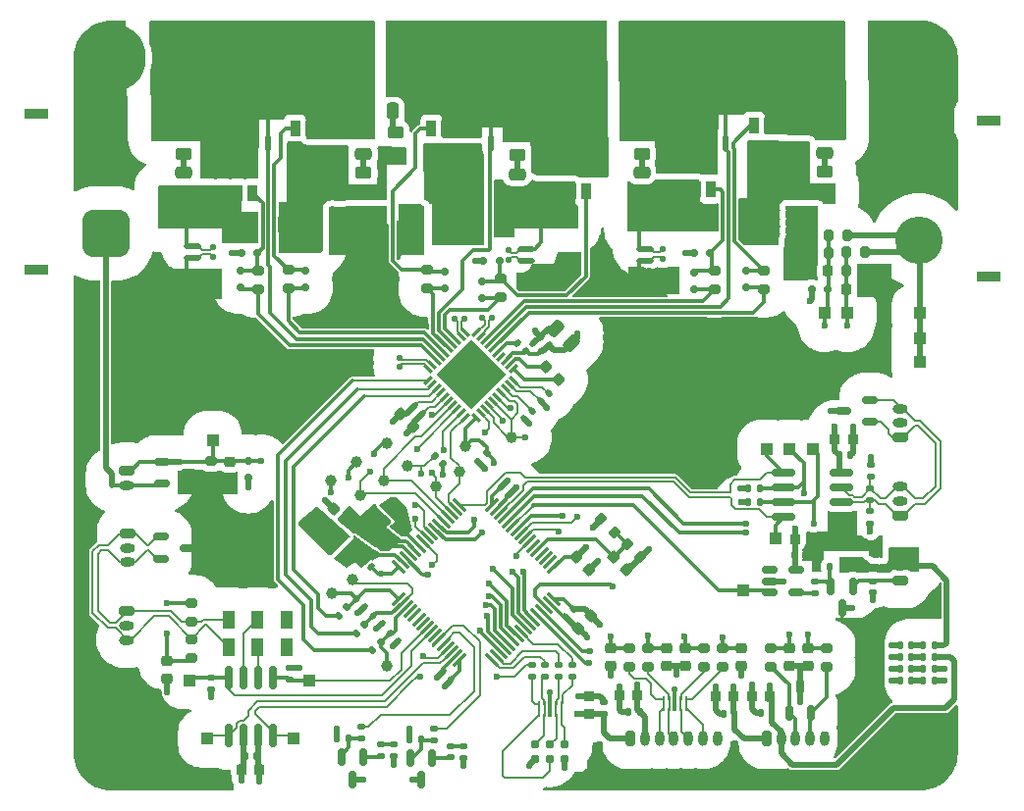
<source format=gbr>
%TF.GenerationSoftware,KiCad,Pcbnew,8.0.4*%
%TF.CreationDate,2024-12-09T12:19:11+01:00*%
%TF.ProjectId,BLDC motor controller,424c4443-206d-46f7-946f-7220636f6e74,1.1*%
%TF.SameCoordinates,Original*%
%TF.FileFunction,Copper,L1,Top*%
%TF.FilePolarity,Positive*%
%FSLAX46Y46*%
G04 Gerber Fmt 4.6, Leading zero omitted, Abs format (unit mm)*
G04 Created by KiCad (PCBNEW 8.0.4) date 2024-12-09 12:19:11*
%MOMM*%
%LPD*%
G01*
G04 APERTURE LIST*
G04 Aperture macros list*
%AMRoundRect*
0 Rectangle with rounded corners*
0 $1 Rounding radius*
0 $2 $3 $4 $5 $6 $7 $8 $9 X,Y pos of 4 corners*
0 Add a 4 corners polygon primitive as box body*
4,1,4,$2,$3,$4,$5,$6,$7,$8,$9,$2,$3,0*
0 Add four circle primitives for the rounded corners*
1,1,$1+$1,$2,$3*
1,1,$1+$1,$4,$5*
1,1,$1+$1,$6,$7*
1,1,$1+$1,$8,$9*
0 Add four rect primitives between the rounded corners*
20,1,$1+$1,$2,$3,$4,$5,0*
20,1,$1+$1,$4,$5,$6,$7,0*
20,1,$1+$1,$6,$7,$8,$9,0*
20,1,$1+$1,$8,$9,$2,$3,0*%
%AMRotRect*
0 Rectangle, with rotation*
0 The origin of the aperture is its center*
0 $1 length*
0 $2 width*
0 $3 Rotation angle, in degrees counterclockwise*
0 Add horizontal line*
21,1,$1,$2,0,0,$3*%
G04 Aperture macros list end*
%TA.AperFunction,EtchedComponent*%
%ADD10C,0.000000*%
%TD*%
%TA.AperFunction,SMDPad,CuDef*%
%ADD11RoundRect,0.250000X0.475000X-0.250000X0.475000X0.250000X-0.475000X0.250000X-0.475000X-0.250000X0*%
%TD*%
%TA.AperFunction,SMDPad,CuDef*%
%ADD12RoundRect,0.250000X0.512652X0.159099X0.159099X0.512652X-0.512652X-0.159099X-0.159099X-0.512652X0*%
%TD*%
%TA.AperFunction,SMDPad,CuDef*%
%ADD13RoundRect,0.147500X-0.147500X-0.172500X0.147500X-0.172500X0.147500X0.172500X-0.147500X0.172500X0*%
%TD*%
%TA.AperFunction,SMDPad,CuDef*%
%ADD14R,1.000000X1.000000*%
%TD*%
%TA.AperFunction,SMDPad,CuDef*%
%ADD15C,0.500000*%
%TD*%
%TA.AperFunction,SMDPad,CuDef*%
%ADD16RoundRect,0.135000X-0.185000X0.135000X-0.185000X-0.135000X0.185000X-0.135000X0.185000X0.135000X0*%
%TD*%
%TA.AperFunction,SMDPad,CuDef*%
%ADD17RoundRect,0.150000X-0.200000X0.150000X-0.200000X-0.150000X0.200000X-0.150000X0.200000X0.150000X0*%
%TD*%
%TA.AperFunction,SMDPad,CuDef*%
%ADD18RoundRect,0.200000X-0.200000X-0.275000X0.200000X-0.275000X0.200000X0.275000X-0.200000X0.275000X0*%
%TD*%
%TA.AperFunction,SMDPad,CuDef*%
%ADD19RoundRect,0.225000X-0.250000X0.225000X-0.250000X-0.225000X0.250000X-0.225000X0.250000X0.225000X0*%
%TD*%
%TA.AperFunction,SMDPad,CuDef*%
%ADD20RoundRect,0.200000X-0.275000X0.200000X-0.275000X-0.200000X0.275000X-0.200000X0.275000X0.200000X0*%
%TD*%
%TA.AperFunction,SMDPad,CuDef*%
%ADD21RoundRect,0.250000X-1.425000X0.362500X-1.425000X-0.362500X1.425000X-0.362500X1.425000X0.362500X0*%
%TD*%
%TA.AperFunction,SMDPad,CuDef*%
%ADD22RoundRect,0.135000X-0.135000X-0.185000X0.135000X-0.185000X0.135000X0.185000X-0.135000X0.185000X0*%
%TD*%
%TA.AperFunction,ComponentPad*%
%ADD23C,0.800000*%
%TD*%
%TA.AperFunction,ComponentPad*%
%ADD24C,6.000000*%
%TD*%
%TA.AperFunction,ComponentPad*%
%ADD25RoundRect,0.200000X-0.200000X-0.450000X0.200000X-0.450000X0.200000X0.450000X-0.200000X0.450000X0*%
%TD*%
%TA.AperFunction,ComponentPad*%
%ADD26O,0.800000X1.300000*%
%TD*%
%TA.AperFunction,SMDPad,CuDef*%
%ADD27R,0.250000X0.500000*%
%TD*%
%TA.AperFunction,SMDPad,CuDef*%
%ADD28R,0.450000X0.500000*%
%TD*%
%TA.AperFunction,SMDPad,CuDef*%
%ADD29RoundRect,0.225000X-0.017678X0.335876X-0.335876X0.017678X0.017678X-0.335876X0.335876X-0.017678X0*%
%TD*%
%TA.AperFunction,ComponentPad*%
%ADD30RoundRect,0.200000X-0.450000X0.200000X-0.450000X-0.200000X0.450000X-0.200000X0.450000X0.200000X0*%
%TD*%
%TA.AperFunction,ComponentPad*%
%ADD31O,1.300000X0.800000*%
%TD*%
%TA.AperFunction,SMDPad,CuDef*%
%ADD32RoundRect,0.135000X-0.035355X0.226274X-0.226274X0.035355X0.035355X-0.226274X0.226274X-0.035355X0*%
%TD*%
%TA.AperFunction,SMDPad,CuDef*%
%ADD33RoundRect,0.150000X-0.150000X-0.200000X0.150000X-0.200000X0.150000X0.200000X-0.150000X0.200000X0*%
%TD*%
%TA.AperFunction,SMDPad,CuDef*%
%ADD34RoundRect,0.200000X0.275000X-0.200000X0.275000X0.200000X-0.275000X0.200000X-0.275000X-0.200000X0*%
%TD*%
%TA.AperFunction,SMDPad,CuDef*%
%ADD35RoundRect,0.140000X0.140000X0.170000X-0.140000X0.170000X-0.140000X-0.170000X0.140000X-0.170000X0*%
%TD*%
%TA.AperFunction,SMDPad,CuDef*%
%ADD36RoundRect,0.135000X0.185000X-0.135000X0.185000X0.135000X-0.185000X0.135000X-0.185000X-0.135000X0*%
%TD*%
%TA.AperFunction,SMDPad,CuDef*%
%ADD37RoundRect,0.150000X-0.512500X-0.150000X0.512500X-0.150000X0.512500X0.150000X-0.512500X0.150000X0*%
%TD*%
%TA.AperFunction,SMDPad,CuDef*%
%ADD38RoundRect,0.250000X-0.250000X-0.475000X0.250000X-0.475000X0.250000X0.475000X-0.250000X0.475000X0*%
%TD*%
%TA.AperFunction,SMDPad,CuDef*%
%ADD39RoundRect,0.150000X-0.150000X0.587500X-0.150000X-0.587500X0.150000X-0.587500X0.150000X0.587500X0*%
%TD*%
%TA.AperFunction,SMDPad,CuDef*%
%ADD40C,1.000000*%
%TD*%
%TA.AperFunction,SMDPad,CuDef*%
%ADD41RoundRect,0.250000X-0.325000X-1.100000X0.325000X-1.100000X0.325000X1.100000X-0.325000X1.100000X0*%
%TD*%
%TA.AperFunction,SMDPad,CuDef*%
%ADD42RoundRect,0.135000X0.226274X0.035355X0.035355X0.226274X-0.226274X-0.035355X-0.035355X-0.226274X0*%
%TD*%
%TA.AperFunction,SMDPad,CuDef*%
%ADD43RoundRect,0.140000X0.219203X0.021213X0.021213X0.219203X-0.219203X-0.021213X-0.021213X-0.219203X0*%
%TD*%
%TA.AperFunction,SMDPad,CuDef*%
%ADD44RoundRect,0.150000X-0.825000X-0.150000X0.825000X-0.150000X0.825000X0.150000X-0.825000X0.150000X0*%
%TD*%
%TA.AperFunction,SMDPad,CuDef*%
%ADD45RoundRect,0.150000X0.150000X-0.512500X0.150000X0.512500X-0.150000X0.512500X-0.150000X-0.512500X0*%
%TD*%
%TA.AperFunction,SMDPad,CuDef*%
%ADD46R,0.850000X1.050000*%
%TD*%
%TA.AperFunction,SMDPad,CuDef*%
%ADD47R,4.700000X3.750000*%
%TD*%
%TA.AperFunction,SMDPad,CuDef*%
%ADD48R,0.850000X1.450000*%
%TD*%
%TA.AperFunction,SMDPad,CuDef*%
%ADD49RoundRect,0.147500X0.172500X-0.147500X0.172500X0.147500X-0.172500X0.147500X-0.172500X-0.147500X0*%
%TD*%
%TA.AperFunction,SMDPad,CuDef*%
%ADD50RoundRect,0.225000X0.017678X-0.335876X0.335876X-0.017678X-0.017678X0.335876X-0.335876X0.017678X0*%
%TD*%
%TA.AperFunction,SMDPad,CuDef*%
%ADD51RoundRect,0.250000X-0.450000X0.262500X-0.450000X-0.262500X0.450000X-0.262500X0.450000X0.262500X0*%
%TD*%
%TA.AperFunction,SMDPad,CuDef*%
%ADD52RoundRect,0.140000X-0.219203X-0.021213X-0.021213X-0.219203X0.219203X0.021213X0.021213X0.219203X0*%
%TD*%
%TA.AperFunction,SMDPad,CuDef*%
%ADD53RoundRect,0.250000X-0.475000X0.250000X-0.475000X-0.250000X0.475000X-0.250000X0.475000X0.250000X0*%
%TD*%
%TA.AperFunction,ComponentPad*%
%ADD54C,0.550000*%
%TD*%
%TA.AperFunction,ComponentPad*%
%ADD55C,2.000000*%
%TD*%
%TA.AperFunction,ComponentPad*%
%ADD56RoundRect,0.325000X-2.925000X-2.925000X2.925000X-2.925000X2.925000X2.925000X-2.925000X2.925000X0*%
%TD*%
%TA.AperFunction,SMDPad,CuDef*%
%ADD57RoundRect,0.140000X-0.021213X0.219203X-0.219203X0.021213X0.021213X-0.219203X0.219203X-0.021213X0*%
%TD*%
%TA.AperFunction,SMDPad,CuDef*%
%ADD58RoundRect,0.225000X0.225000X0.250000X-0.225000X0.250000X-0.225000X-0.250000X0.225000X-0.250000X0*%
%TD*%
%TA.AperFunction,SMDPad,CuDef*%
%ADD59RoundRect,0.147500X-0.172500X0.147500X-0.172500X-0.147500X0.172500X-0.147500X0.172500X0.147500X0*%
%TD*%
%TA.AperFunction,ComponentPad*%
%ADD60RoundRect,0.200000X0.450000X-0.200000X0.450000X0.200000X-0.450000X0.200000X-0.450000X-0.200000X0*%
%TD*%
%TA.AperFunction,SMDPad,CuDef*%
%ADD61RoundRect,0.140000X-0.140000X-0.170000X0.140000X-0.170000X0.140000X0.170000X-0.140000X0.170000X0*%
%TD*%
%TA.AperFunction,SMDPad,CuDef*%
%ADD62RoundRect,0.250000X0.450000X-0.262500X0.450000X0.262500X-0.450000X0.262500X-0.450000X-0.262500X0*%
%TD*%
%TA.AperFunction,SMDPad,CuDef*%
%ADD63RoundRect,0.140000X0.170000X-0.140000X0.170000X0.140000X-0.170000X0.140000X-0.170000X-0.140000X0*%
%TD*%
%TA.AperFunction,SMDPad,CuDef*%
%ADD64RoundRect,0.140000X0.021213X-0.219203X0.219203X-0.021213X-0.021213X0.219203X-0.219203X0.021213X0*%
%TD*%
%TA.AperFunction,SMDPad,CuDef*%
%ADD65RoundRect,0.225000X-0.335876X-0.017678X-0.017678X-0.335876X0.335876X0.017678X0.017678X0.335876X0*%
%TD*%
%TA.AperFunction,SMDPad,CuDef*%
%ADD66RoundRect,0.200000X0.335876X0.053033X0.053033X0.335876X-0.335876X-0.053033X-0.053033X-0.335876X0*%
%TD*%
%TA.AperFunction,SMDPad,CuDef*%
%ADD67RoundRect,0.200000X0.200000X0.275000X-0.200000X0.275000X-0.200000X-0.275000X0.200000X-0.275000X0*%
%TD*%
%TA.AperFunction,SMDPad,CuDef*%
%ADD68RoundRect,0.150000X0.512500X0.150000X-0.512500X0.150000X-0.512500X-0.150000X0.512500X-0.150000X0*%
%TD*%
%TA.AperFunction,SMDPad,CuDef*%
%ADD69RoundRect,0.250000X-0.325000X-0.650000X0.325000X-0.650000X0.325000X0.650000X-0.325000X0.650000X0*%
%TD*%
%TA.AperFunction,SMDPad,CuDef*%
%ADD70RoundRect,0.218750X0.114905X-0.424264X0.424264X-0.114905X-0.114905X0.424264X-0.424264X0.114905X0*%
%TD*%
%TA.AperFunction,SMDPad,CuDef*%
%ADD71RoundRect,0.250000X0.325000X1.100000X-0.325000X1.100000X-0.325000X-1.100000X0.325000X-1.100000X0*%
%TD*%
%TA.AperFunction,SMDPad,CuDef*%
%ADD72RotRect,0.300000X1.475000X315.000000*%
%TD*%
%TA.AperFunction,SMDPad,CuDef*%
%ADD73RotRect,0.300000X1.475000X225.000000*%
%TD*%
%TA.AperFunction,ConnectorPad*%
%ADD74C,0.787400*%
%TD*%
%TA.AperFunction,SMDPad,CuDef*%
%ADD75RoundRect,0.225000X-0.225000X-0.250000X0.225000X-0.250000X0.225000X0.250000X-0.225000X0.250000X0*%
%TD*%
%TA.AperFunction,SMDPad,CuDef*%
%ADD76R,1.000000X1.600000*%
%TD*%
%TA.AperFunction,SMDPad,CuDef*%
%ADD77RoundRect,0.150000X0.150000X0.200000X-0.150000X0.200000X-0.150000X-0.200000X0.150000X-0.200000X0*%
%TD*%
%TA.AperFunction,SMDPad,CuDef*%
%ADD78RotRect,0.250000X0.850000X315.000000*%
%TD*%
%TA.AperFunction,SMDPad,CuDef*%
%ADD79RotRect,0.250000X0.850000X225.000000*%
%TD*%
%TA.AperFunction,SMDPad,CuDef*%
%ADD80RotRect,4.250000X4.250000X225.000000*%
%TD*%
%TA.AperFunction,SMDPad,CuDef*%
%ADD81RoundRect,0.135000X0.035355X-0.226274X0.226274X-0.035355X-0.035355X0.226274X-0.226274X0.035355X0*%
%TD*%
%TA.AperFunction,SMDPad,CuDef*%
%ADD82RoundRect,0.135000X0.135000X0.185000X-0.135000X0.185000X-0.135000X-0.185000X0.135000X-0.185000X0*%
%TD*%
%TA.AperFunction,SMDPad,CuDef*%
%ADD83RoundRect,0.225000X0.250000X-0.225000X0.250000X0.225000X-0.250000X0.225000X-0.250000X-0.225000X0*%
%TD*%
%TA.AperFunction,SMDPad,CuDef*%
%ADD84RoundRect,0.250000X0.325000X0.650000X-0.325000X0.650000X-0.325000X-0.650000X0.325000X-0.650000X0*%
%TD*%
%TA.AperFunction,SMDPad,CuDef*%
%ADD85RoundRect,0.150000X0.150000X-0.825000X0.150000X0.825000X-0.150000X0.825000X-0.150000X-0.825000X0*%
%TD*%
%TA.AperFunction,ComponentPad*%
%ADD86R,2.000000X0.900000*%
%TD*%
%TA.AperFunction,ComponentPad*%
%ADD87RoundRect,1.025000X-1.025000X1.025000X-1.025000X-1.025000X1.025000X-1.025000X1.025000X1.025000X0*%
%TD*%
%TA.AperFunction,ComponentPad*%
%ADD88C,4.100000*%
%TD*%
%TA.AperFunction,ComponentPad*%
%ADD89RoundRect,1.025000X1.025000X-1.025000X1.025000X1.025000X-1.025000X1.025000X-1.025000X-1.025000X0*%
%TD*%
%TA.AperFunction,ViaPad*%
%ADD90C,0.550000*%
%TD*%
%TA.AperFunction,ViaPad*%
%ADD91C,0.600000*%
%TD*%
%TA.AperFunction,Conductor*%
%ADD92C,0.500000*%
%TD*%
%TA.AperFunction,Conductor*%
%ADD93C,0.300000*%
%TD*%
%TA.AperFunction,Conductor*%
%ADD94C,0.200000*%
%TD*%
%TA.AperFunction,Conductor*%
%ADD95C,0.172000*%
%TD*%
G04 APERTURE END LIST*
D10*
%TA.AperFunction,EtchedComponent*%
%TO.C,NT1203*%
G36*
X133500000Y-88750000D02*
G01*
X132500000Y-88750000D01*
X132500000Y-88250000D01*
X133500000Y-88250000D01*
X133500000Y-88750000D01*
G37*
%TD.AperFunction*%
%TA.AperFunction,EtchedComponent*%
%TO.C,NT1401*%
G36*
X97550000Y-107900000D02*
G01*
X97050000Y-107900000D01*
X97050000Y-106900000D01*
X97550000Y-106900000D01*
X97550000Y-107900000D01*
G37*
%TD.AperFunction*%
%TA.AperFunction,EtchedComponent*%
%TO.C,NT1202*%
G36*
X133500000Y-87750000D02*
G01*
X132500000Y-87750000D01*
X132500000Y-87250000D01*
X133500000Y-87250000D01*
X133500000Y-87750000D01*
G37*
%TD.AperFunction*%
%TA.AperFunction,EtchedComponent*%
%TO.C,NT1302*%
G36*
X104750000Y-87500000D02*
G01*
X103750000Y-87500000D01*
X103750000Y-87000000D01*
X104750000Y-87000000D01*
X104750000Y-87500000D01*
G37*
%TD.AperFunction*%
%TA.AperFunction,EtchedComponent*%
%TO.C,NT1201*%
G36*
X130250000Y-78850000D02*
G01*
X129750000Y-78850000D01*
X129750000Y-77850000D01*
X130250000Y-77850000D01*
X130250000Y-78850000D01*
G37*
%TD.AperFunction*%
%TA.AperFunction,EtchedComponent*%
%TO.C,NT1103*%
G36*
X143750000Y-88750000D02*
G01*
X142750000Y-88750000D01*
X142750000Y-88250000D01*
X143750000Y-88250000D01*
X143750000Y-88750000D01*
G37*
%TD.AperFunction*%
%TA.AperFunction,EtchedComponent*%
%TO.C,NT1102*%
G36*
X143750000Y-87750000D02*
G01*
X142750000Y-87750000D01*
X142750000Y-87250000D01*
X143750000Y-87250000D01*
X143750000Y-87750000D01*
G37*
%TD.AperFunction*%
%TA.AperFunction,EtchedComponent*%
%TO.C,NT1101*%
G36*
X150500000Y-78850000D02*
G01*
X150000000Y-78850000D01*
X150000000Y-77850000D01*
X150500000Y-77850000D01*
X150500000Y-78850000D01*
G37*
%TD.AperFunction*%
%TA.AperFunction,EtchedComponent*%
%TO.C,NT1303*%
G36*
X104750000Y-88500000D02*
G01*
X103750000Y-88500000D01*
X103750000Y-88000000D01*
X104750000Y-88000000D01*
X104750000Y-88500000D01*
G37*
%TD.AperFunction*%
%TA.AperFunction,EtchedComponent*%
%TO.C,NT1301*%
G36*
X111000000Y-78850000D02*
G01*
X110500000Y-78850000D01*
X110500000Y-77850000D01*
X111000000Y-77850000D01*
X111000000Y-78850000D01*
G37*
%TD.AperFunction*%
%TA.AperFunction,EtchedComponent*%
%TO.C,NT1402*%
G36*
X103200000Y-106100000D02*
G01*
X102200000Y-106100000D01*
X102200000Y-105600000D01*
X103200000Y-105600000D01*
X103200000Y-106100000D01*
G37*
%TD.AperFunction*%
%TD*%
D11*
%TO.P,C2017,1*%
%TO.N,+12V*%
X161800000Y-114875000D03*
%TO.P,C2017,2*%
%TO.N,GND*%
X161800000Y-112975000D03*
%TD*%
D12*
%TO.P,C1001,1*%
%TO.N,+VBAT_SAFE*%
X136921751Y-95671751D03*
%TO.P,C1001,2*%
%TO.N,GND*%
X135578249Y-94328249D03*
%TD*%
D13*
%TO.P,D2105,1,K*%
%TO.N,GND*%
X165265000Y-122750000D03*
%TO.P,D2105,2,A*%
%TO.N,/Project Architecture/User - LED Indicators/PWR_ON_5V*%
X166235000Y-122750000D03*
%TD*%
D14*
%TO.P,TP931,1,1*%
%TO.N,/Project Architecture/Interface - FD-CAN/CAN_MCU_N*%
X113000000Y-129750000D03*
%TD*%
D15*
%TO.P,NT1203,1,1*%
%TO.N,GND*%
X133500000Y-88500000D03*
%TO.P,NT1203,2,2*%
%TO.N,/Project Architecture/Motor Control - Inverter - Phase A/DRIVER_SPB-*%
X132500000Y-88500000D03*
%TD*%
D16*
%TO.P,R2008,1*%
%TO.N,/Project Architecture/Interface - Interconnects/MCU_nRESET*%
X133500000Y-123390000D03*
%TO.P,R2008,2*%
%TO.N,/Project Architecture/Interface - Interconnects/nRESET*%
X133500000Y-124410000D03*
%TD*%
D17*
%TO.P,D1301,1,K*%
%TO.N,/Project Architecture/Motor Control - Inverter - Phase A/DRIVER_GHC*%
X114000000Y-90800000D03*
%TO.P,D1301,2,A*%
%TO.N,/Project Architecture/Motor Control - Inverter - Phase C/FET_GHC*%
X114000000Y-89400000D03*
%TD*%
%TO.P,D1102,1,K*%
%TO.N,/Project Architecture/Motor Control - Inverter - Phase A/DRIVER_GLA*%
X147500000Y-90940000D03*
%TO.P,D1102,2,A*%
%TO.N,/Project Architecture/Motor Control - Inverter - Phase A/FET_GLA*%
X147500000Y-89540000D03*
%TD*%
D18*
%TO.P,R1402,1*%
%TO.N,GND*%
X157425000Y-87800000D03*
%TO.P,R1402,2*%
%TO.N,/Project Architecture/MCU - I_O/SENSE_TEMP_FET*%
X159075000Y-87800000D03*
%TD*%
D19*
%TO.P,C2006,1*%
%TO.N,/Project Architecture/Interface - Interconnects/AUX_1_MISO*%
X145150000Y-121975000D03*
%TO.P,C2006,2*%
%TO.N,GND*%
X145150000Y-123525000D03*
%TD*%
D20*
%TO.P,R2001,1*%
%TO.N,/Project Architecture/Interface - Interconnects/AUX_1_CS*%
X141950000Y-121925000D03*
%TO.P,R2001,2*%
%TO.N,/Project Architecture/Interface - Interconnects/AUXP_1_CS*%
X141950000Y-123575000D03*
%TD*%
D21*
%TO.P,R1103,1*%
%TO.N,/Project Architecture/Motor Control - Inverter - Phase A/PHASE_A_S*%
X144000000Y-84600000D03*
%TO.P,R1103,2*%
%TO.N,GND*%
X144000000Y-90525000D03*
%TD*%
D22*
%TO.P,R2110,1*%
%TO.N,/Project Architecture/User - LED Indicators/PWR_ON_12V*%
X167240000Y-121750000D03*
%TO.P,R2110,2*%
%TO.N,+12V*%
X168260000Y-121750000D03*
%TD*%
D23*
%TO.P,H2303,1,1*%
%TO.N,GND*%
X164750000Y-71250000D03*
X165409010Y-69659010D03*
X165409010Y-72840990D03*
X167000000Y-69000000D03*
D24*
X167000000Y-71250000D03*
D23*
X167000000Y-73500000D03*
X168590990Y-69659010D03*
X168590990Y-72840990D03*
X169250000Y-71250000D03*
%TD*%
D16*
%TO.P,R2009,1*%
%TO.N,/Project Architecture/Interface - Interconnects/MCU_SWCLK*%
X135800000Y-123390000D03*
%TO.P,R2009,2*%
%TO.N,/Project Architecture/Interface - Interconnects/SWCLK*%
X135800000Y-124410000D03*
%TD*%
D25*
%TO.P,J2202,1,Pin_1*%
%TO.N,+3V3*%
X153750000Y-129750000D03*
D26*
%TO.P,J2202,2,Pin_2*%
%TO.N,+5V*%
X155000000Y-129750000D03*
%TO.P,J2202,3,Pin_3*%
%TO.N,/Project Architecture/Interface - Interconnects/AUXP_2_SCL*%
X156250000Y-129750000D03*
%TO.P,J2202,4,Pin_4*%
%TO.N,/Project Architecture/Interface - Interconnects/AUXP_2_SDA*%
X157500000Y-129750000D03*
%TO.P,J2202,5,Pin_5*%
%TO.N,GND*%
X158750000Y-129750000D03*
%TD*%
D27*
%TO.P,D2004,1,K*%
%TO.N,/Project Architecture/Interface - Interconnects/SWO*%
X136100000Y-127600000D03*
X136100000Y-126800000D03*
%TO.P,D2004,2,2*%
%TO.N,/Project Architecture/Interface - Interconnects/SWCLK*%
X135600000Y-127600000D03*
X135600000Y-126800000D03*
D28*
%TO.P,D2004,3,3*%
%TO.N,GND*%
X135100000Y-127600000D03*
X135100000Y-126800000D03*
D27*
%TO.P,D2004,4,4*%
%TO.N,/Project Architecture/Interface - Interconnects/SWDIO*%
X134600000Y-127600000D03*
X134600000Y-126800000D03*
%TO.P,D2004,5,K*%
%TO.N,/Project Architecture/Interface - Interconnects/nRESET*%
X134100000Y-127600000D03*
X134100000Y-126800000D03*
%TD*%
D23*
%TO.P,H2304,1,1*%
%TO.N,GND*%
X164750000Y-131000000D03*
X165409010Y-129409010D03*
X165409010Y-132590990D03*
X167000000Y-128750000D03*
D24*
X167000000Y-131000000D03*
D23*
X167000000Y-133250000D03*
X168590990Y-129409010D03*
X168590990Y-132590990D03*
X169250000Y-131000000D03*
%TD*%
D14*
%TO.P,TP603,1,1*%
%TO.N,+VBAT_SAFE*%
X167000000Y-97250000D03*
%TD*%
D18*
%TO.P,R1501,1*%
%TO.N,/Project Architecture/MCU - I_O/BATTERY_VSENSE*%
X160600000Y-87790000D03*
%TO.P,R1501,2*%
%TO.N,+VBAT_SAFE*%
X162250000Y-87790000D03*
%TD*%
D29*
%TO.P,C810,1*%
%TO.N,+3V3A_FILT*%
X119300000Y-112100000D03*
%TO.P,C810,2*%
%TO.N,GND*%
X118203984Y-113196016D03*
%TD*%
D27*
%TO.P,D2001,1,K*%
%TO.N,/Project Architecture/Interface - Interconnects/AUXP_1_SCK*%
X146850000Y-127150000D03*
X146850000Y-126350000D03*
%TO.P,D2001,2,2*%
%TO.N,/Project Architecture/Interface - Interconnects/AUXP_1_MOSI*%
X146350000Y-127150000D03*
X146350000Y-126350000D03*
D28*
%TO.P,D2001,3,3*%
%TO.N,GND*%
X145850000Y-127150000D03*
X145850000Y-126350000D03*
D27*
%TO.P,D2001,4,4*%
%TO.N,/Project Architecture/Interface - Interconnects/AUXP_1_MISO*%
X145350000Y-127150000D03*
X145350000Y-126350000D03*
%TO.P,D2001,5,K*%
%TO.N,/Project Architecture/Interface - Interconnects/AUXP_1_CS*%
X144850000Y-127150000D03*
X144850000Y-126350000D03*
%TD*%
D30*
%TO.P,J2004,1,Pin_1*%
%TO.N,/Project Architecture/Interface - FD-CAN/FDCAN_P*%
X98600000Y-118750000D03*
D31*
%TO.P,J2004,2,Pin_2*%
%TO.N,GND*%
X98600000Y-120000000D03*
%TO.P,J2004,3,Pin_3*%
%TO.N,/Project Architecture/Interface - FD-CAN/FDCAN_N*%
X98600000Y-121250000D03*
%TD*%
D17*
%TO.P,D1202,1,K*%
%TO.N,/Project Architecture/Motor Control - Inverter - Phase A/DRIVER_GLB*%
X129250000Y-91700000D03*
%TO.P,D1202,2,A*%
%TO.N,/Project Architecture/Motor Control - Inverter - Phase B/FET_GLB*%
X129250000Y-90300000D03*
%TD*%
D15*
%TO.P,NT1401,1,1*%
%TO.N,/Project Architecture/Interface - Interconnects/TEMP_MOT_H*%
X97300000Y-107900000D03*
%TO.P,NT1401,2,2*%
%TO.N,+VBAT_SAFE*%
X97300000Y-106900000D03*
%TD*%
%TO.P,NT1202,1,1*%
%TO.N,/Project Architecture/Motor Control - Inverter - Phase B/PHASE_B_S*%
X133500000Y-87500000D03*
%TO.P,NT1202,2,2*%
%TO.N,/Project Architecture/Motor Control - Inverter - Phase A/DRIVER_SPB+*%
X132500000Y-87500000D03*
%TD*%
D32*
%TO.P,R1001,1*%
%TO.N,/Project Architecture/MCU - I_O/FILTERED_SOA*%
X117560624Y-118439376D03*
%TO.P,R1001,2*%
%TO.N,/Project Architecture/Motor Control - Top Level/SOA*%
X116839376Y-119160624D03*
%TD*%
D33*
%TO.P,D1203,1,K*%
%TO.N,/Project Architecture/Motor Control - Inverter - Phase B/FET_GLB*%
X130700000Y-88500000D03*
%TO.P,D1203,2,A*%
%TO.N,GND*%
X129300000Y-88500000D03*
%TD*%
D34*
%TO.P,R1102,1*%
%TO.N,/Project Architecture/Motor Control - Inverter - Phase A/DRIVER_GLA*%
X149250000Y-91000000D03*
%TO.P,R1102,2*%
%TO.N,/Project Architecture/Motor Control - Inverter - Phase A/FET_GLA*%
X149250000Y-89350000D03*
%TD*%
D35*
%TO.P,C1802,1*%
%TO.N,+3V3*%
X109730000Y-131250000D03*
%TO.P,C1802,2*%
%TO.N,GND*%
X108770000Y-131250000D03*
%TD*%
D17*
%TO.P,D1302,1,K*%
%TO.N,/Project Architecture/Motor Control - Inverter - Phase A/DRIVER_GLC*%
X108400000Y-90800000D03*
%TO.P,D1302,2,A*%
%TO.N,/Project Architecture/Motor Control - Inverter - Phase C/FET_GLC*%
X108400000Y-89400000D03*
%TD*%
D20*
%TO.P,R2003,1*%
%TO.N,/Project Architecture/Interface - Interconnects/AUX_1_MOSI*%
X148350000Y-121925000D03*
%TO.P,R2003,2*%
%TO.N,/Project Architecture/Interface - Interconnects/AUXP_1_MOSI*%
X148350000Y-123575000D03*
%TD*%
D36*
%TO.P,R2104,1*%
%TO.N,/Project Architecture/User - LED Indicators/LED_2_GATE*%
X118810000Y-129792500D03*
%TO.P,R2104,2*%
%TO.N,/Project Architecture/MCU - I_O/LED_DBG_2*%
X118810000Y-128772500D03*
%TD*%
D37*
%TO.P,U1901,1,nIN*%
%TO.N,unconnected-(U1901-nIN-Pad1)*%
X154025000Y-115225000D03*
%TO.P,U1901,2,COM*%
%TO.N,GND*%
X154025000Y-116175000D03*
%TO.P,U1901,3,IN*%
%TO.N,/Project Architecture/Interface - Fan Control/FAN_CONTROL_IN*%
X154025000Y-117125000D03*
%TO.P,U1901,4,OUT*%
%TO.N,/Project Architecture/Interface - Fan Control/FAN_CONTROL_GATE_R*%
X156300000Y-117125000D03*
%TO.P,U1901,5,VCC*%
%TO.N,+3V3*%
X156300000Y-115225000D03*
%TD*%
D38*
%TO.P,C1201,1*%
%TO.N,Net-(C1201-Pad1)*%
X121550000Y-75600000D03*
%TO.P,C1201,2*%
%TO.N,/Project Architecture/Motor Control - Inverter - Phase B/PHASE_B*%
X123450000Y-75600000D03*
%TD*%
D34*
%TO.P,R1804,1*%
%TO.N,/Project Architecture/Interface - FD-CAN/FDCAN_TERM_MID*%
X104150000Y-122825000D03*
%TO.P,R1804,2*%
%TO.N,/Project Architecture/Interface - FD-CAN/FDCAN_N*%
X104150000Y-121175000D03*
%TD*%
D35*
%TO.P,C2002,1*%
%TO.N,+5V*%
X142810000Y-127450000D03*
%TO.P,C2002,2*%
%TO.N,GND*%
X141850000Y-127450000D03*
%TD*%
D16*
%TO.P,R1801,1*%
%TO.N,/Project Architecture/Interface - FD-CAN/CAN_S*%
X105850000Y-124490000D03*
%TO.P,R1801,2*%
%TO.N,GND*%
X105850000Y-125510000D03*
%TD*%
D14*
%TO.P,TP601,1,1*%
%TO.N,+VBAT_SAFE*%
X167000000Y-93000000D03*
%TD*%
%TO.P,TP936,1,1*%
%TO.N,/Project Architecture/Interface - RS8485/RS485_UART_N*%
X153750000Y-104750000D03*
%TD*%
D39*
%TO.P,Q1901,1,D*%
%TO.N,/Project Architecture/Interface - Fan Control/FAN_CONTROL_PWM*%
X161200000Y-116625000D03*
%TO.P,Q1901,2,G*%
%TO.N,/Project Architecture/Interface - Fan Control/FAN_CONTROL_GATE*%
X159300000Y-116625000D03*
%TO.P,Q1901,3,S*%
%TO.N,GND*%
X160250000Y-118500000D03*
%TD*%
D34*
%TO.P,R1202,1*%
%TO.N,/Project Architecture/Motor Control - Inverter - Phase A/DRIVER_GLB*%
X130820000Y-91670000D03*
%TO.P,R1202,2*%
%TO.N,/Project Architecture/Motor Control - Inverter - Phase B/FET_GLB*%
X130820000Y-90020000D03*
%TD*%
D40*
%TO.P,TP914,1,1*%
%TO.N,/Project Architecture/MCU - I_O/PWM_PHASE_C*%
X116200000Y-107500000D03*
%TD*%
D41*
%TO.P,C1305,1*%
%TO.N,+VBAT_SAFE*%
X114000000Y-85350000D03*
%TO.P,C1305,2*%
%TO.N,GND*%
X116950000Y-85350000D03*
%TD*%
D42*
%TO.P,R1005,1*%
%TO.N,+3V3*%
X125865649Y-106087579D03*
%TO.P,R1005,2*%
%TO.N,/Project Architecture/MCU - I_O/DRIVER_NFALUT*%
X125144401Y-105366331D03*
%TD*%
D15*
%TO.P,NT1302,1,1*%
%TO.N,/Project Architecture/Motor Control - Inverter - Phase C/PHASE_C_S*%
X103750000Y-87250000D03*
%TO.P,NT1302,2,2*%
%TO.N,/Project Architecture/Motor Control - Inverter - Phase A/DRIVER_SPC+*%
X104750000Y-87250000D03*
%TD*%
D40*
%TO.P,TP919,1,1*%
%TO.N,/Project Architecture/MCU - I_O/DRIVER_MISO*%
X120750000Y-107500000D03*
%TD*%
D14*
%TO.P,TP937,1,1*%
%TO.N,/Project Architecture/Interface - RS8485/RS485_UART_P*%
X154500000Y-112500000D03*
%TD*%
D40*
%TO.P,TP923,1,1*%
%TO.N,/Project Architecture/MCU - I_O/FILTERED_SOB*%
X118000000Y-116000000D03*
%TD*%
D43*
%TO.P,C1003,1*%
%TO.N,+VBAT_SAFE*%
X134291403Y-96339411D03*
%TO.P,C1003,2*%
%TO.N,GND*%
X133612581Y-95660589D03*
%TD*%
D14*
%TO.P,TP938,1,1*%
%TO.N,/Project Architecture/Interface - Fan Control/FAN_CONTROL_IN*%
X151750000Y-117000000D03*
%TD*%
D44*
%TO.P,U1701,1,RO*%
%TO.N,/Project Architecture/Interface - RS8485/RS485_UART_N*%
X155225000Y-106820000D03*
%TO.P,U1701,2,nRE*%
%TO.N,/Project Architecture/Interface - RS8485/RS485_UART_nRE*%
X155225000Y-108090000D03*
%TO.P,U1701,3,DE*%
%TO.N,/Project Architecture/Interface - RS8485/RS485_UART_DE*%
X155225000Y-109360000D03*
%TO.P,U1701,4,DI*%
%TO.N,/Project Architecture/Interface - RS8485/RS485_UART_P*%
X155225000Y-110630000D03*
%TO.P,U1701,5,GND*%
%TO.N,GND*%
X160175000Y-110630000D03*
%TO.P,U1701,6,A*%
%TO.N,/Project Architecture/Interface - Interconnects/RS485_P*%
X160175000Y-109360000D03*
%TO.P,U1701,7,B*%
%TO.N,/Project Architecture/Interface - Interconnects/RS485_N*%
X160175000Y-108090000D03*
%TO.P,U1701,8,VSS*%
%TO.N,+3V3*%
X160175000Y-106820000D03*
%TD*%
D43*
%TO.P,C806,1*%
%TO.N,+3V3*%
X131539411Y-108739411D03*
%TO.P,C806,2*%
%TO.N,GND*%
X130860589Y-108060589D03*
%TD*%
D40*
%TO.P,TP920,1,1*%
%TO.N,/Project Architecture/MCU - I_O/DRIVER_SCK*%
X125250000Y-108000000D03*
%TD*%
D15*
%TO.P,NT1201,1,1*%
%TO.N,/Project Architecture/Motor Control - Inverter - Phase B/PHASE_B*%
X130000000Y-77850000D03*
%TO.P,NT1201,2,2*%
%TO.N,/Project Architecture/Motor Control - Inverter - Phase A/DRIVER_SHB*%
X130000000Y-78850000D03*
%TD*%
D45*
%TO.P,D2002,1,K*%
%TO.N,/Project Architecture/Interface - Interconnects/AUXP_2_SCL*%
X155700000Y-127525000D03*
%TO.P,D2002,2,K*%
%TO.N,/Project Architecture/Interface - Interconnects/AUXP_2_SDA*%
X157600000Y-127525000D03*
%TO.P,D2002,3,A*%
%TO.N,GND*%
X156650000Y-125250000D03*
%TD*%
D17*
%TO.P,D1402,1,K*%
%TO.N,+3V3A*%
X109050000Y-107225000D03*
%TO.P,D1402,2,A*%
%TO.N,/Project Architecture/MCU - I_O/SENSE_TEMP_MOT*%
X109050000Y-105825000D03*
%TD*%
D46*
%TO.P,Q1102,1,D*%
%TO.N,/Project Architecture/Motor Control - Inverter - Phase A/PHASE_A*%
X145075000Y-76650000D03*
X146365000Y-76650000D03*
D47*
X147000000Y-79050000D03*
D46*
X147635000Y-76650000D03*
X148925000Y-76650000D03*
D48*
%TO.P,Q1102,2,G*%
%TO.N,/Project Architecture/Motor Control - Inverter - Phase A/FET_GLA*%
X148905000Y-82350000D03*
%TO.P,Q1102,3,S*%
%TO.N,/Project Architecture/Motor Control - Inverter - Phase A/PHASE_A_S*%
X145095000Y-82350000D03*
X146365000Y-82350000D03*
X147635000Y-82350000D03*
%TD*%
D49*
%TO.P,D2102,1,K*%
%TO.N,/Project Architecture/User - LED Indicators/LED_DBG_2_K*%
X120510000Y-131250000D03*
%TO.P,D2102,2,A*%
%TO.N,/Project Architecture/User - LED Indicators/LED_DBG_2_A*%
X120510000Y-130280000D03*
%TD*%
D50*
%TO.P,C807,1*%
%TO.N,+3V3A*%
X115351992Y-111048008D03*
%TO.P,C807,2*%
%TO.N,GND*%
X116448008Y-109951992D03*
%TD*%
D40*
%TO.P,TP924,1,1*%
%TO.N,/Project Architecture/MCU - I_O/FILTERED_SOC*%
X121000000Y-123500000D03*
%TD*%
D51*
%TO.P,R1205,1*%
%TO.N,/Project Architecture/Motor Control - Inverter - Phase B/PHASE_B*%
X132250000Y-77550000D03*
%TO.P,R1205,2*%
%TO.N,Net-(C1202-Pad1)*%
X132250000Y-79375000D03*
%TD*%
D36*
%TO.P,R1703,1*%
%TO.N,+3V3*%
X162700000Y-111170000D03*
%TO.P,R1703,2*%
%TO.N,/Project Architecture/Interface - Interconnects/RS485_P*%
X162700000Y-110150000D03*
%TD*%
D14*
%TO.P,TP934,1,1*%
%TO.N,/Project Architecture/Interface - RS8485/RS485_UART_DE*%
X157750000Y-104750000D03*
%TD*%
D11*
%TO.P,C1301,1*%
%TO.N,Net-(C1301-Pad1)*%
X119000000Y-79300000D03*
%TO.P,C1301,2*%
%TO.N,/Project Architecture/Motor Control - Inverter - Phase C/PHASE_C*%
X119000000Y-77400000D03*
%TD*%
D52*
%TO.P,C1011,1*%
%TO.N,/Project Architecture/MCU - I_O/FILTERED_SOA*%
X118400000Y-117700000D03*
%TO.P,C1011,2*%
%TO.N,GND*%
X119078822Y-118378822D03*
%TD*%
D53*
%TO.P,C1302,1*%
%TO.N,Net-(C1302-Pad1)*%
X103500000Y-80900000D03*
%TO.P,C1302,2*%
%TO.N,/Project Architecture/Motor Control - Inverter - Phase C/PHASE_C_S*%
X103500000Y-82800000D03*
%TD*%
D54*
%TO.P,J1301,1,Pin_1*%
%TO.N,/Project Architecture/Motor Control - Inverter - Phase C/PHASE_C*%
X106550000Y-69140000D03*
X106550000Y-71070000D03*
X106550000Y-71580000D03*
X106550000Y-72090000D03*
X106550000Y-72600000D03*
X106550000Y-73110000D03*
X106550000Y-75040000D03*
X107000000Y-71325000D03*
X107000000Y-71835000D03*
X107000000Y-72345000D03*
X107000000Y-72855000D03*
D55*
X107350000Y-69940000D03*
X107350000Y-74240000D03*
D54*
X107450000Y-71070000D03*
X107450000Y-71580000D03*
X107450000Y-72090000D03*
X107450000Y-72600000D03*
X107450000Y-73110000D03*
X108480000Y-69140000D03*
X108480000Y-70040000D03*
X108480000Y-74140000D03*
X108480000Y-75040000D03*
X108735000Y-69590000D03*
X108735000Y-74590000D03*
X108990000Y-69140000D03*
X108990000Y-70040000D03*
X108990000Y-74140000D03*
X108990000Y-75040000D03*
X109245000Y-69590000D03*
X109245000Y-74590000D03*
X109500000Y-69140000D03*
X109500000Y-70040000D03*
D56*
X109500000Y-72090000D03*
D54*
X109500000Y-74140000D03*
X109500000Y-75040000D03*
X109755000Y-69590000D03*
X109755000Y-74590000D03*
X110010000Y-69140000D03*
X110010000Y-70040000D03*
X110010000Y-74140000D03*
X110010000Y-75040000D03*
X110265000Y-69590000D03*
X110265000Y-74590000D03*
X110520000Y-69140000D03*
X110520000Y-70040000D03*
X110520000Y-74140000D03*
X110520000Y-75040000D03*
X111550000Y-71070000D03*
X111550000Y-71580000D03*
X111550000Y-72090000D03*
X111550000Y-72600000D03*
X111550000Y-73110000D03*
D55*
X111650000Y-69940000D03*
X111650000Y-74240000D03*
D54*
X112000000Y-71325000D03*
X112000000Y-71835000D03*
X112000000Y-72345000D03*
X112000000Y-72855000D03*
X112450000Y-69140000D03*
X112450000Y-71070000D03*
X112450000Y-71580000D03*
X112450000Y-72090000D03*
X112450000Y-72600000D03*
X112450000Y-73110000D03*
X112450000Y-75040000D03*
%TD*%
D40*
%TO.P,TP917,1,1*%
%TO.N,/Project Architecture/MCU - I_O/DRIVER_HIZ*%
X131750000Y-103750000D03*
%TD*%
D33*
%TO.P,D1303,1,K*%
%TO.N,/Project Architecture/Motor Control - Inverter - Phase C/FET_GLC*%
X109850000Y-87850000D03*
%TO.P,D1303,2,A*%
%TO.N,GND*%
X108450000Y-87850000D03*
%TD*%
D46*
%TO.P,Q1301,1,D*%
%TO.N,+VBAT_SAFE*%
X116925000Y-82800000D03*
X115635000Y-82800000D03*
D47*
X115000000Y-80400000D03*
D46*
X114365000Y-82800000D03*
X113075000Y-82800000D03*
D48*
%TO.P,Q1301,2,G*%
%TO.N,/Project Architecture/Motor Control - Inverter - Phase C/FET_GHC*%
X113095000Y-77100000D03*
%TO.P,Q1301,3,S*%
%TO.N,/Project Architecture/Motor Control - Inverter - Phase C/PHASE_C*%
X116905000Y-77100000D03*
X115635000Y-77100000D03*
X114365000Y-77100000D03*
%TD*%
D57*
%TO.P,C1010,1*%
%TO.N,/Project Architecture/Motor Control - Top Level/DRIVER_VGLS*%
X134944436Y-99987544D03*
%TO.P,C1010,2*%
%TO.N,GND*%
X134265614Y-100666366D03*
%TD*%
D58*
%TO.P,C2001,1*%
%TO.N,+5V*%
X142625000Y-126050000D03*
%TO.P,C2001,2*%
%TO.N,GND*%
X141075000Y-126050000D03*
%TD*%
D22*
%TO.P,R1701,1*%
%TO.N,+3V3*%
X152190000Y-109325000D03*
%TO.P,R1701,2*%
%TO.N,/Project Architecture/Interface - RS8485/RS485_UART_DE*%
X153210000Y-109325000D03*
%TD*%
D34*
%TO.P,R1403,1*%
%TO.N,GND*%
X105850000Y-107450000D03*
%TO.P,R1403,2*%
%TO.N,/Project Architecture/MCU - I_O/SENSE_TEMP_MOT*%
X105850000Y-105800000D03*
%TD*%
D58*
%TO.P,C1401,1*%
%TO.N,/Project Architecture/MCU - I_O/SENSE_TEMP_FET*%
X159025000Y-89400000D03*
%TO.P,C1401,2*%
%TO.N,GND*%
X157475000Y-89400000D03*
%TD*%
D49*
%TO.P,D2101,1,K*%
%TO.N,/Project Architecture/User - LED Indicators/LED_DBG_1_K*%
X126470000Y-131395000D03*
%TO.P,D2101,2,A*%
%TO.N,/Project Architecture/User - LED Indicators/LED_DBG_1_A*%
X126470000Y-130425000D03*
%TD*%
D46*
%TO.P,Q1101,1,D*%
%TO.N,+VBAT_SAFE*%
X156520000Y-82550000D03*
X155230000Y-82550000D03*
D47*
X154595000Y-80150000D03*
D46*
X153960000Y-82550000D03*
X152670000Y-82550000D03*
D48*
%TO.P,Q1101,2,G*%
%TO.N,/Project Architecture/Motor Control - Inverter - Phase A/FET_GHA*%
X152690000Y-76850000D03*
%TO.P,Q1101,3,S*%
%TO.N,/Project Architecture/Motor Control - Inverter - Phase A/PHASE_A*%
X156500000Y-76850000D03*
X155230000Y-76850000D03*
X153960000Y-76850000D03*
%TD*%
D59*
%TO.P,D2007,1,K*%
%TO.N,/Project Architecture/Interface - Fan Control/FAN_CONTROL_PWM*%
X162900000Y-116165000D03*
%TO.P,D2007,2,A*%
%TO.N,GND*%
X162900000Y-117135000D03*
%TD*%
D60*
%TO.P,J2008,1,Pin_1*%
%TO.N,/Project Architecture/Interface - Interconnects/RS485_P*%
X165300000Y-110525000D03*
D31*
%TO.P,J2008,2,Pin_2*%
%TO.N,GND*%
X165300000Y-109275000D03*
%TO.P,J2008,3,Pin_3*%
%TO.N,/Project Architecture/Interface - Interconnects/RS485_N*%
X165300000Y-108025000D03*
%TD*%
D46*
%TO.P,Q1302,1,D*%
%TO.N,/Project Architecture/Motor Control - Inverter - Phase C/PHASE_C*%
X105575000Y-76950000D03*
X106865000Y-76950000D03*
D47*
X107500000Y-79350000D03*
D46*
X108135000Y-76950000D03*
X109425000Y-76950000D03*
D48*
%TO.P,Q1302,2,G*%
%TO.N,/Project Architecture/Motor Control - Inverter - Phase C/FET_GLC*%
X109405000Y-82650000D03*
%TO.P,Q1302,3,S*%
%TO.N,/Project Architecture/Motor Control - Inverter - Phase C/PHASE_C_S*%
X105595000Y-82650000D03*
X106865000Y-82650000D03*
X108135000Y-82650000D03*
%TD*%
D14*
%TO.P,TP935,1,1*%
%TO.N,/Project Architecture/Interface - RS8485/RS485_UART_nRE*%
X155750000Y-104750000D03*
%TD*%
D40*
%TO.P,TP916,1,1*%
%TO.N,/Project Architecture/MCU - I_O/PWM_PHASE_A*%
X121000000Y-104250000D03*
%TD*%
D61*
%TO.P,C1902,1*%
%TO.N,+3V3*%
X156100000Y-113925000D03*
%TO.P,C1902,2*%
%TO.N,GND*%
X157060000Y-113925000D03*
%TD*%
D34*
%TO.P,R1201,1*%
%TO.N,/Project Architecture/Motor Control - Inverter - Phase A/DRIVER_GHB*%
X124500000Y-90925000D03*
%TO.P,R1201,2*%
%TO.N,/Project Architecture/Motor Control - Inverter - Phase B/FET_GHB*%
X124500000Y-89275000D03*
%TD*%
D20*
%TO.P,R2004,1*%
%TO.N,/Project Architecture/Interface - Interconnects/AUX_1_SCK*%
X149950000Y-121925000D03*
%TO.P,R2004,2*%
%TO.N,/Project Architecture/Interface - Interconnects/AUXP_1_SCK*%
X149950000Y-123575000D03*
%TD*%
D54*
%TO.P,J1101,1,Pin_1*%
%TO.N,/Project Architecture/Motor Control - Inverter - Phase A/PHASE_A*%
X150300000Y-69130000D03*
X150300000Y-71060000D03*
X150300000Y-71570000D03*
X150300000Y-72080000D03*
X150300000Y-72590000D03*
X150300000Y-73100000D03*
X150300000Y-75030000D03*
X150750000Y-71315000D03*
X150750000Y-71825000D03*
X150750000Y-72335000D03*
X150750000Y-72845000D03*
D55*
X151100000Y-69930000D03*
X151100000Y-74230000D03*
D54*
X151200000Y-71060000D03*
X151200000Y-71570000D03*
X151200000Y-72080000D03*
X151200000Y-72590000D03*
X151200000Y-73100000D03*
X152230000Y-69130000D03*
X152230000Y-70030000D03*
X152230000Y-74130000D03*
X152230000Y-75030000D03*
X152485000Y-69580000D03*
X152485000Y-74580000D03*
X152740000Y-69130000D03*
X152740000Y-70030000D03*
X152740000Y-74130000D03*
X152740000Y-75030000D03*
X152995000Y-69580000D03*
X152995000Y-74580000D03*
X153250000Y-69130000D03*
X153250000Y-70030000D03*
D56*
X153250000Y-72080000D03*
D54*
X153250000Y-74130000D03*
X153250000Y-75030000D03*
X153505000Y-69580000D03*
X153505000Y-74580000D03*
X153760000Y-69130000D03*
X153760000Y-70030000D03*
X153760000Y-74130000D03*
X153760000Y-75030000D03*
X154015000Y-69580000D03*
X154015000Y-74580000D03*
X154270000Y-69130000D03*
X154270000Y-70030000D03*
X154270000Y-74130000D03*
X154270000Y-75030000D03*
X155300000Y-71060000D03*
X155300000Y-71570000D03*
X155300000Y-72080000D03*
X155300000Y-72590000D03*
X155300000Y-73100000D03*
D55*
X155400000Y-69930000D03*
X155400000Y-74230000D03*
D54*
X155750000Y-71315000D03*
X155750000Y-71825000D03*
X155750000Y-72335000D03*
X155750000Y-72845000D03*
X156200000Y-69130000D03*
X156200000Y-71060000D03*
X156200000Y-71570000D03*
X156200000Y-72080000D03*
X156200000Y-72590000D03*
X156200000Y-73100000D03*
X156200000Y-75030000D03*
%TD*%
D52*
%TO.P,C1012,1*%
%TO.N,/Project Architecture/MCU - I_O/FILTERED_SOB*%
X119860589Y-119160589D03*
%TO.P,C1012,2*%
%TO.N,GND*%
X120539411Y-119839411D03*
%TD*%
D62*
%TO.P,R1204,1*%
%TO.N,+VBAT_SAFE*%
X121750000Y-79262500D03*
%TO.P,R1204,2*%
%TO.N,Net-(C1201-Pad1)*%
X121750000Y-77437500D03*
%TD*%
D63*
%TO.P,C2018,1*%
%TO.N,+12V*%
X163200000Y-114905000D03*
%TO.P,C2018,2*%
%TO.N,GND*%
X163200000Y-113945000D03*
%TD*%
D15*
%TO.P,NT1103,1,1*%
%TO.N,GND*%
X142750000Y-88500000D03*
%TO.P,NT1103,2,2*%
%TO.N,/Project Architecture/Motor Control - Inverter - Phase A/DRIVER_SPA-*%
X143750000Y-88500000D03*
%TD*%
D40*
%TO.P,TP918,1,1*%
%TO.N,/Project Architecture/MCU - I_O/DRIVER_MOSI*%
X118750000Y-108750000D03*
%TD*%
D19*
%TO.P,C2007,1*%
%TO.N,/Project Architecture/Interface - Interconnects/AUX_1_MOSI*%
X146750000Y-121975000D03*
%TO.P,C2007,2*%
%TO.N,GND*%
X146750000Y-123525000D03*
%TD*%
D43*
%TO.P,C1005,1*%
%TO.N,+VBAT_SAFE*%
X132939411Y-96339411D03*
%TO.P,C1005,2*%
%TO.N,/Project Architecture/Motor Control - Top Level/MOTOR_VCP*%
X132260589Y-95660589D03*
%TD*%
D64*
%TO.P,C809,1*%
%TO.N,+3V3A_FILT*%
X121560589Y-112439411D03*
%TO.P,C809,2*%
%TO.N,GND*%
X122239411Y-111760589D03*
%TD*%
D65*
%TO.P,C1006,1*%
%TO.N,/Project Architecture/Motor Control - Top Level/MOTOR_CPH*%
X134701992Y-97701992D03*
%TO.P,C1006,2*%
%TO.N,/Project Architecture/Motor Control - Top Level/MOTOR_CPL*%
X135798008Y-98798008D03*
%TD*%
D21*
%TO.P,R1203,1*%
%TO.N,/Project Architecture/Motor Control - Inverter - Phase B/PHASE_B_S*%
X134300000Y-84600000D03*
%TO.P,R1203,2*%
%TO.N,GND*%
X134300000Y-90525000D03*
%TD*%
D16*
%TO.P,R2103,1*%
%TO.N,/Project Architecture/User - LED Indicators/LED_DBG_1_A*%
X127570000Y-130400000D03*
%TO.P,R2103,2*%
%TO.N,+5V*%
X127570000Y-131420000D03*
%TD*%
D61*
%TO.P,C1702,1*%
%TO.N,+3V3*%
X160020000Y-105325000D03*
%TO.P,C1702,2*%
%TO.N,GND*%
X160980000Y-105325000D03*
%TD*%
D40*
%TO.P,TP915,1,1*%
%TO.N,/Project Architecture/MCU - I_O/PWM_PHASE_B*%
X118400000Y-105900000D03*
%TD*%
D57*
%TO.P,C1009,1*%
%TO.N,/Project Architecture/Motor Control - Top Level/DRIVER_DVDD*%
X133539411Y-101460589D03*
%TO.P,C1009,2*%
%TO.N,GND*%
X132860589Y-102139411D03*
%TD*%
D15*
%TO.P,NT1102,1,1*%
%TO.N,/Project Architecture/Motor Control - Inverter - Phase A/PHASE_A_S*%
X142750000Y-87500000D03*
%TO.P,NT1102,2,2*%
%TO.N,/Project Architecture/Motor Control - Inverter - Phase A/DRIVER_SPA+*%
X143750000Y-87500000D03*
%TD*%
D66*
%TO.P,R2201,1*%
%TO.N,/Project Architecture/MCU - I_O/BOARD_VERSION*%
X140649613Y-111967201D03*
%TO.P,R2201,2*%
%TO.N,+3V3*%
X139482887Y-110800475D03*
%TD*%
D22*
%TO.P,R2105,1*%
%TO.N,GND*%
X116710000Y-129772500D03*
%TO.P,R2105,2*%
%TO.N,/Project Architecture/User - LED Indicators/LED_2_GATE*%
X117730000Y-129772500D03*
%TD*%
D16*
%TO.P,R2106,1*%
%TO.N,/Project Architecture/User - LED Indicators/LED_DBG_2_A*%
X121610000Y-130255000D03*
%TO.P,R2106,2*%
%TO.N,+5V*%
X121610000Y-131275000D03*
%TD*%
D19*
%TO.P,C2013,1*%
%TO.N,/Project Architecture/Interface - Interconnects/AUX_2_SDA*%
X157350000Y-121975000D03*
%TO.P,C2013,2*%
%TO.N,GND*%
X157350000Y-123525000D03*
%TD*%
%TO.P,C1402,1*%
%TO.N,/Project Architecture/MCU - I_O/SENSE_TEMP_MOT*%
X107450000Y-105850000D03*
%TO.P,C1402,2*%
%TO.N,GND*%
X107450000Y-107400000D03*
%TD*%
D67*
%TO.P,R1502,1*%
%TO.N,GND*%
X162250000Y-89400000D03*
%TO.P,R1502,2*%
%TO.N,/Project Architecture/MCU - I_O/BATTERY_VSENSE*%
X160600000Y-89400000D03*
%TD*%
%TO.P,TH1401,1*%
%TO.N,+VBAT_SAFE*%
X160725000Y-86300000D03*
%TO.P,TH1401,2*%
%TO.N,/Project Architecture/MCU - I_O/SENSE_TEMP_FET*%
X159075000Y-86300000D03*
%TD*%
D14*
%TO.P,TP602,1,1*%
%TO.N,+VBAT_SAFE*%
X167000000Y-95250000D03*
%TD*%
D43*
%TO.P,C804,1*%
%TO.N,+3V3*%
X126539411Y-124639411D03*
%TO.P,C804,2*%
%TO.N,GND*%
X125860589Y-123960589D03*
%TD*%
D32*
%TO.P,R1003,1*%
%TO.N,/Project Architecture/MCU - I_O/FILTERED_SOC*%
X120460624Y-121439376D03*
%TO.P,R1003,2*%
%TO.N,/Project Architecture/Motor Control - Top Level/SOC*%
X119739376Y-122160624D03*
%TD*%
D54*
%TO.P,J1201,1,Pin_1*%
%TO.N,/Project Architecture/Motor Control - Inverter - Phase B/PHASE_B*%
X128050000Y-69150000D03*
X128050000Y-71080000D03*
X128050000Y-71590000D03*
X128050000Y-72100000D03*
X128050000Y-72610000D03*
X128050000Y-73120000D03*
X128050000Y-75050000D03*
X128500000Y-71335000D03*
X128500000Y-71845000D03*
X128500000Y-72355000D03*
X128500000Y-72865000D03*
D55*
X128850000Y-69950000D03*
X128850000Y-74250000D03*
D54*
X128950000Y-71080000D03*
X128950000Y-71590000D03*
X128950000Y-72100000D03*
X128950000Y-72610000D03*
X128950000Y-73120000D03*
X129980000Y-69150000D03*
X129980000Y-70050000D03*
X129980000Y-74150000D03*
X129980000Y-75050000D03*
X130235000Y-69600000D03*
X130235000Y-74600000D03*
X130490000Y-69150000D03*
X130490000Y-70050000D03*
X130490000Y-74150000D03*
X130490000Y-75050000D03*
X130745000Y-69600000D03*
X130745000Y-74600000D03*
X131000000Y-69150000D03*
X131000000Y-70050000D03*
D56*
X131000000Y-72100000D03*
D54*
X131000000Y-74150000D03*
X131000000Y-75050000D03*
X131255000Y-69600000D03*
X131255000Y-74600000D03*
X131510000Y-69150000D03*
X131510000Y-70050000D03*
X131510000Y-74150000D03*
X131510000Y-75050000D03*
X131765000Y-69600000D03*
X131765000Y-74600000D03*
X132020000Y-69150000D03*
X132020000Y-70050000D03*
X132020000Y-74150000D03*
X132020000Y-75050000D03*
X133050000Y-71080000D03*
X133050000Y-71590000D03*
X133050000Y-72100000D03*
X133050000Y-72610000D03*
X133050000Y-73120000D03*
D55*
X133150000Y-69950000D03*
X133150000Y-74250000D03*
D54*
X133500000Y-71335000D03*
X133500000Y-71845000D03*
X133500000Y-72355000D03*
X133500000Y-72865000D03*
X133950000Y-69150000D03*
X133950000Y-71080000D03*
X133950000Y-71590000D03*
X133950000Y-72100000D03*
X133950000Y-72610000D03*
X133950000Y-73120000D03*
X133950000Y-75050000D03*
%TD*%
D68*
%TO.P,D2005,1,K*%
%TO.N,/Project Architecture/Interface - Interconnects/RS485_N*%
X162675000Y-102400000D03*
%TO.P,D2005,2,K*%
%TO.N,/Project Architecture/Interface - Interconnects/RS485_P*%
X162675000Y-100500000D03*
%TO.P,D2005,3,A*%
%TO.N,GND*%
X160400000Y-101450000D03*
%TD*%
D14*
%TO.P,TP933,1,1*%
%TO.N,/Project Architecture/Interface - FD-CAN/CAN_S*%
X104000000Y-124750000D03*
%TD*%
D60*
%TO.P,J2012,1,Pin_1*%
%TO.N,/Project Architecture/Interface - Fan Control/FAN_CONTROL_PWM*%
X165300000Y-116125000D03*
D31*
%TO.P,J2012,2,Pin_2*%
%TO.N,+12V*%
X165300000Y-114875000D03*
%TD*%
D34*
%TO.P,R1302,1*%
%TO.N,/Project Architecture/Motor Control - Inverter - Phase A/DRIVER_GLC*%
X109900000Y-91000000D03*
%TO.P,R1302,2*%
%TO.N,/Project Architecture/Motor Control - Inverter - Phase C/FET_GLC*%
X109900000Y-89350000D03*
%TD*%
D14*
%TO.P,TP928,1,1*%
%TO.N,/Project Architecture/MCU - I_O/SENSE_TEMP_FET*%
X158750000Y-93000000D03*
%TD*%
D20*
%TO.P,R2006,1*%
%TO.N,/Project Architecture/Interface - Interconnects/AUX_2_SCL*%
X154150000Y-121925000D03*
%TO.P,R2006,2*%
%TO.N,/Project Architecture/Interface - Interconnects/AUXP_2_SCL*%
X154150000Y-123575000D03*
%TD*%
D34*
%TO.P,R1803,1*%
%TO.N,/Project Architecture/Interface - FD-CAN/FDCAN_P*%
X104150000Y-119700000D03*
%TO.P,R1803,2*%
%TO.N,/Project Architecture/Interface - FD-CAN/FDCAN_TERM_MID*%
X104150000Y-118050000D03*
%TD*%
%TO.P,R1101,1*%
%TO.N,/Project Architecture/Motor Control - Inverter - Phase A/DRIVER_GHA*%
X153490000Y-90990000D03*
%TO.P,R1101,2*%
%TO.N,/Project Architecture/Motor Control - Inverter - Phase A/FET_GHA*%
X153490000Y-89340000D03*
%TD*%
D20*
%TO.P,R2002,1*%
%TO.N,/Project Architecture/Interface - Interconnects/AUX_1_MISO*%
X143550000Y-121925000D03*
%TO.P,R2002,2*%
%TO.N,/Project Architecture/Interface - Interconnects/AUXP_1_MISO*%
X143550000Y-123575000D03*
%TD*%
D37*
%TO.P,D2003,1,K*%
%TO.N,/Project Architecture/Interface - FD-CAN/FDCAN_N*%
X101512500Y-112350000D03*
%TO.P,D2003,2,K*%
%TO.N,/Project Architecture/Interface - FD-CAN/FDCAN_P*%
X101512500Y-114250000D03*
%TO.P,D2003,3,A*%
%TO.N,GND*%
X103787500Y-113300000D03*
%TD*%
D19*
%TO.P,C2008,1*%
%TO.N,/Project Architecture/Interface - Interconnects/AUX_1_SCK*%
X151550000Y-121975000D03*
%TO.P,C2008,2*%
%TO.N,GND*%
X151550000Y-123525000D03*
%TD*%
D36*
%TO.P,R2101,1*%
%TO.N,/Project Architecture/User - LED Indicators/LED_1_GATE*%
X125070000Y-129910000D03*
%TO.P,R2101,2*%
%TO.N,/Project Architecture/MCU - I_O/LED_DBG_1*%
X125070000Y-128890000D03*
%TD*%
D22*
%TO.P,R2108,1*%
%TO.N,/Project Architecture/User - LED Indicators/PWR_ON_3V3A*%
X167250000Y-123730000D03*
%TO.P,R2108,2*%
%TO.N,+3V3A*%
X168270000Y-123730000D03*
%TD*%
D13*
%TO.P,D2104,1,K*%
%TO.N,GND*%
X165280000Y-123750000D03*
%TO.P,D2104,2,A*%
%TO.N,/Project Architecture/User - LED Indicators/PWR_ON_3V3A*%
X166250000Y-123750000D03*
%TD*%
D57*
%TO.P,C805,1*%
%TO.N,+3V3*%
X137100000Y-118600000D03*
%TO.P,C805,2*%
%TO.N,GND*%
X136421178Y-119278822D03*
%TD*%
D69*
%TO.P,C1203,1*%
%TO.N,+VBAT_SAFE*%
X128125000Y-85200000D03*
%TO.P,C1203,2*%
%TO.N,/Project Architecture/Motor Control - Inverter - Phase B/PHASE_B_S*%
X131075000Y-85200000D03*
%TD*%
D22*
%TO.P,R2102,1*%
%TO.N,GND*%
X122950000Y-129810000D03*
%TO.P,R2102,2*%
%TO.N,/Project Architecture/User - LED Indicators/LED_1_GATE*%
X123970000Y-129810000D03*
%TD*%
D14*
%TO.P,TP930,1,1*%
%TO.N,/Project Architecture/Interface - FD-CAN/CAN_MCU_P*%
X105500000Y-129750000D03*
%TD*%
D36*
%TO.P,R1901,1*%
%TO.N,/Project Architecture/Interface - Fan Control/FAN_CONTROL_GATE_R*%
X157900000Y-117235000D03*
%TO.P,R1901,2*%
%TO.N,/Project Architecture/Interface - Fan Control/FAN_CONTROL_GATE*%
X157900000Y-116215000D03*
%TD*%
D43*
%TO.P,C803,1*%
%TO.N,+3V3*%
X119639411Y-114939411D03*
%TO.P,C803,2*%
%TO.N,GND*%
X118960589Y-114260589D03*
%TD*%
D33*
%TO.P,D1103,1,K*%
%TO.N,/Project Architecture/Motor Control - Inverter - Phase A/FET_GLA*%
X148900000Y-87850000D03*
%TO.P,D1103,2,A*%
%TO.N,GND*%
X147500000Y-87850000D03*
%TD*%
D70*
%TO.P,FB801,1*%
%TO.N,+3V3A*%
X116548699Y-112351301D03*
%TO.P,FB801,2*%
%TO.N,+3V3A_FILT*%
X118051301Y-110848699D03*
%TD*%
D34*
%TO.P,R1301,1*%
%TO.N,/Project Architecture/Motor Control - Inverter - Phase A/DRIVER_GHC*%
X112500000Y-90925000D03*
%TO.P,R1301,2*%
%TO.N,/Project Architecture/Motor Control - Inverter - Phase C/FET_GHC*%
X112500000Y-89275000D03*
%TD*%
D35*
%TO.P,C2010,1*%
%TO.N,+5V*%
X154230000Y-127550000D03*
%TO.P,C2010,2*%
%TO.N,GND*%
X153270000Y-127550000D03*
%TD*%
D22*
%TO.P,R2109,1*%
%TO.N,/Project Architecture/User - LED Indicators/PWR_ON_5V*%
X167240000Y-122750000D03*
%TO.P,R2109,2*%
%TO.N,+5V*%
X168260000Y-122750000D03*
%TD*%
D71*
%TO.P,C1204,1*%
%TO.N,+VBAT_SAFE*%
X126275000Y-85200000D03*
%TO.P,C1204,2*%
%TO.N,GND*%
X123325000Y-85200000D03*
%TD*%
D19*
%TO.P,C1703,1*%
%TO.N,/Project Architecture/Interface - FD-CAN/FDCAN_TERM_MID*%
X102050000Y-123075000D03*
%TO.P,C1703,2*%
%TO.N,GND*%
X102050000Y-124625000D03*
%TD*%
D72*
%TO.P,U801_901,1,VBAT*%
%TO.N,+3V3*%
X135409029Y-114894272D03*
%TO.P,U801_901,2,PC13*%
%TO.N,unconnected-(U801_901B-PC13-Pad2)*%
X135055476Y-114540718D03*
%TO.P,U801_901,3,PC14*%
%TO.N,unconnected-(U801_901B-PC14-Pad3)*%
X134701922Y-114187165D03*
%TO.P,U801_901,4,PC15*%
%TO.N,unconnected-(U801_901B-PC15-Pad4)*%
X134348369Y-113833612D03*
%TO.P,U801_901,5,PF0*%
%TO.N,/Project Architecture/MCU - I_O/BOARD_VERSION*%
X133994816Y-113480058D03*
%TO.P,U801_901,6,PF1*%
%TO.N,unconnected-(U801_901B-PF1-Pad6)*%
X133641262Y-113126505D03*
%TO.P,U801_901,7,PG10*%
%TO.N,/Project Architecture/Interface - Interconnects/MCU_nRESET*%
X133287709Y-112772951D03*
%TO.P,U801_901,8,PC0*%
%TO.N,/Project Architecture/MCU - I_O/SENSE_TEMP_MOT*%
X132934155Y-112419398D03*
%TO.P,U801_901,9,PC1*%
%TO.N,/Project Architecture/MCU - I_O/BATTERY_VSENSE*%
X132580602Y-112065845D03*
%TO.P,U801_901,10,PC2*%
%TO.N,/Project Architecture/MCU - I_O/SENSE_TEMP_FET*%
X132227049Y-111712291D03*
%TO.P,U801_901,11,PC3*%
%TO.N,/Project Architecture/Interface - Fan Control/FAN_CONTROL_IN*%
X131873495Y-111358738D03*
%TO.P,U801_901,12,PA0*%
%TO.N,/Project Architecture/Interface - RS8485/RS485_UART_nRE*%
X131519942Y-111005184D03*
%TO.P,U801_901,13,PA1*%
%TO.N,/Project Architecture/Interface - RS8485/RS485_UART_DE*%
X131166388Y-110651631D03*
%TO.P,U801_901,14,PA2*%
%TO.N,/Project Architecture/Interface - RS8485/RS485_UART_P*%
X130812835Y-110298078D03*
%TO.P,U801_901,15,VDD*%
%TO.N,+3V3*%
X130459282Y-109944524D03*
%TO.P,U801_901,16,VSS*%
%TO.N,GND*%
X130105728Y-109590971D03*
D73*
%TO.P,U801_901,17,PA3*%
%TO.N,/Project Architecture/Interface - RS8485/RS485_UART_N*%
X127294272Y-109590971D03*
%TO.P,U801_901,18,PA4*%
%TO.N,/Project Architecture/MCU - I_O/DRIVER_CS*%
X126940718Y-109944524D03*
%TO.P,U801_901,19,PA5*%
%TO.N,/Project Architecture/MCU - I_O/DRIVER_SCK*%
X126587165Y-110298078D03*
%TO.P,U801_901,20,PA6*%
%TO.N,/Project Architecture/MCU - I_O/DRIVER_MISO*%
X126233612Y-110651631D03*
%TO.P,U801_901,21,PA7*%
%TO.N,/Project Architecture/MCU - I_O/DRIVER_MOSI*%
X125880058Y-111005184D03*
%TO.P,U801_901,22,PC4*%
%TO.N,/Project Architecture/MCU - I_O/DRIVER_ENABLE*%
X125526505Y-111358738D03*
%TO.P,U801_901,23,PC5*%
%TO.N,/Project Architecture/MCU - I_O/DRIVER_HIZ*%
X125172951Y-111712291D03*
%TO.P,U801_901,24,PB0*%
%TO.N,/Project Architecture/MCU - I_O/PWM_PHASE_A*%
X124819398Y-112065845D03*
%TO.P,U801_901,25,PB1*%
%TO.N,/Project Architecture/MCU - I_O/PWM_PHASE_B*%
X124465845Y-112419398D03*
%TO.P,U801_901,26,PB2*%
%TO.N,/Project Architecture/MCU - I_O/PWM_PHASE_C*%
X124112291Y-112772951D03*
%TO.P,U801_901,27,VSSA*%
%TO.N,GND*%
X123758738Y-113126505D03*
%TO.P,U801_901,28,VREF+*%
%TO.N,+3V3A_FILT*%
X123405184Y-113480058D03*
%TO.P,U801_901,29,VDDA*%
X123051631Y-113833612D03*
%TO.P,U801_901,30,PB10*%
%TO.N,/Project Architecture/MCU - I_O/DRIVER_NFALUT*%
X122698078Y-114187165D03*
%TO.P,U801_901,31,VSS*%
%TO.N,GND*%
X122344524Y-114540718D03*
%TO.P,U801_901,32,VDD*%
%TO.N,+3V3*%
X121990971Y-114894272D03*
D72*
%TO.P,U801_901,33,PB11*%
%TO.N,/Project Architecture/MCU - I_O/FILTERED_SOA*%
X121990971Y-117705728D03*
%TO.P,U801_901,34,PB12*%
%TO.N,/Project Architecture/MCU - I_O/FILTERED_SOB*%
X122344524Y-118059282D03*
%TO.P,U801_901,35,PB13*%
%TO.N,/Project Architecture/MCU - I_O/FILTERED_SOC*%
X122698078Y-118412835D03*
%TO.P,U801_901,36,PB14*%
%TO.N,unconnected-(U801_901B-PB14-Pad36)*%
X123051631Y-118766388D03*
%TO.P,U801_901,37,PB15*%
%TO.N,unconnected-(U801_901B-PB15-Pad37)*%
X123405184Y-119119942D03*
%TO.P,U801_901,38,PC6*%
%TO.N,unconnected-(U801_901B-PC6-Pad38)*%
X123758738Y-119473495D03*
%TO.P,U801_901,39,PC7*%
%TO.N,unconnected-(U801_901B-PC7-Pad39)*%
X124112291Y-119827049D03*
%TO.P,U801_901,40,PC8*%
%TO.N,/Project Architecture/Interface - FD-CAN/CAN_SHDN*%
X124465845Y-120180602D03*
%TO.P,U801_901,41,PC9*%
%TO.N,/Project Architecture/Interface - FD-CAN/CAN_S*%
X124819398Y-120534155D03*
%TO.P,U801_901,42,PA8*%
%TO.N,unconnected-(U801_901B-PA8-Pad42)*%
X125172951Y-120887709D03*
%TO.P,U801_901,43,PA9*%
%TO.N,/Project Architecture/MCU - I_O/LED_DBG_1*%
X125526505Y-121241262D03*
%TO.P,U801_901,44,PA10*%
%TO.N,/Project Architecture/MCU - I_O/LED_DBG_2*%
X125880058Y-121594816D03*
%TO.P,U801_901,45,PA11*%
%TO.N,/Project Architecture/Interface - FD-CAN/CAN_MCU_N*%
X126233612Y-121948369D03*
%TO.P,U801_901,46,PA12*%
%TO.N,/Project Architecture/Interface - FD-CAN/CAN_MCU_P*%
X126587165Y-122301922D03*
%TO.P,U801_901,47,VSS*%
%TO.N,GND*%
X126940718Y-122655476D03*
%TO.P,U801_901,48,VDD*%
%TO.N,+3V3*%
X127294272Y-123009029D03*
D73*
%TO.P,U801_901,49,PA13*%
%TO.N,/Project Architecture/Interface - Interconnects/MCU_SWDIO*%
X130105728Y-123009029D03*
%TO.P,U801_901,50,PA14*%
%TO.N,/Project Architecture/Interface - Interconnects/MCU_SWCLK*%
X130459282Y-122655476D03*
%TO.P,U801_901,51,PA15*%
%TO.N,/Project Architecture/Interface - Interconnects/AUX_1_CS*%
X130812835Y-122301922D03*
%TO.P,U801_901,52,PC10*%
%TO.N,/Project Architecture/Interface - Interconnects/AUX_1_MISO*%
X131166388Y-121948369D03*
%TO.P,U801_901,53,PC11*%
%TO.N,/Project Architecture/Interface - Interconnects/AUX_1_MOSI*%
X131519942Y-121594816D03*
%TO.P,U801_901,54,PC12*%
%TO.N,/Project Architecture/Interface - Interconnects/AUX_1_SCK*%
X131873495Y-121241262D03*
%TO.P,U801_901,55,PD2*%
%TO.N,/Project Architecture/Interface - Interconnects/AUX_1_V*%
X132227049Y-120887709D03*
%TO.P,U801_901,56,PB3*%
%TO.N,/Project Architecture/Interface - Interconnects/MCU_SWO*%
X132580602Y-120534155D03*
%TO.P,U801_901,57,PB4*%
%TO.N,/Project Architecture/Interface - Interconnects/AUX_1_A*%
X132934155Y-120180602D03*
%TO.P,U801_901,58,PB5*%
%TO.N,/Project Architecture/Interface - Interconnects/AUX_1_B*%
X133287709Y-119827049D03*
%TO.P,U801_901,59,PB6*%
%TO.N,/Project Architecture/Interface - Interconnects/AUX_1_U*%
X133641262Y-119473495D03*
%TO.P,U801_901,60,PB7*%
%TO.N,/Project Architecture/Interface - Interconnects/AUX_2_SDA*%
X133994816Y-119119942D03*
%TO.P,U801_901,61,PB8*%
%TO.N,/Project Architecture/Interface - Interconnects/AUX_2_SCL*%
X134348369Y-118766388D03*
%TO.P,U801_901,62,PB9*%
%TO.N,/Project Architecture/Interface - Interconnects/AUX_2_PWM*%
X134701922Y-118412835D03*
%TO.P,U801_901,63,VSS*%
%TO.N,GND*%
X135055476Y-118059282D03*
%TO.P,U801_901,64,VDD*%
%TO.N,+3V3*%
X135409029Y-117705728D03*
%TD*%
D74*
%TO.P,J2007,1,VCC*%
%TO.N,+3V3*%
X133810000Y-131550000D03*
%TO.P,J2007,2,SWDIO*%
%TO.N,/Project Architecture/Interface - Interconnects/SWDIO*%
X133810000Y-130280000D03*
%TO.P,J2007,3,~{RESET}*%
%TO.N,/Project Architecture/Interface - Interconnects/nRESET*%
X135080000Y-131550000D03*
%TO.P,J2007,4,SWCLK*%
%TO.N,/Project Architecture/Interface - Interconnects/SWCLK*%
X135080000Y-130280000D03*
%TO.P,J2007,5,GND*%
%TO.N,GND*%
X136350000Y-131550000D03*
%TO.P,J2007,6,SWO*%
%TO.N,/Project Architecture/Interface - Interconnects/SWO*%
X136350000Y-130280000D03*
%TD*%
D40*
%TO.P,TP925,1,1*%
%TO.N,/Project Architecture/MCU - I_O/DRIVER_NFALUT*%
X122750000Y-106250000D03*
%TD*%
D39*
%TO.P,Q2101,1,D*%
%TO.N,/Project Architecture/User - LED Indicators/LED_DBG_1_K*%
X124920000Y-131472500D03*
%TO.P,Q2101,2,G*%
%TO.N,/Project Architecture/User - LED Indicators/LED_1_GATE*%
X123020000Y-131472500D03*
%TO.P,Q2101,3,S*%
%TO.N,GND*%
X123970000Y-133347500D03*
%TD*%
D53*
%TO.P,C1102,1*%
%TO.N,Net-(C1102-Pad1)*%
X143000000Y-80900000D03*
%TO.P,C1102,2*%
%TO.N,/Project Architecture/Motor Control - Inverter - Phase A/PHASE_A_S*%
X143000000Y-82800000D03*
%TD*%
D23*
%TO.P,H2301,1,1*%
%TO.N,GND*%
X95000000Y-71000000D03*
X95659010Y-69409010D03*
X95659010Y-72590990D03*
X97250000Y-68750000D03*
D24*
X97250000Y-71000000D03*
D23*
X97250000Y-73250000D03*
X98840990Y-69409010D03*
X98840990Y-72590990D03*
X99500000Y-71000000D03*
%TD*%
D30*
%TO.P,J2011,1,Pin_1*%
%TO.N,/Project Architecture/Interface - Interconnects/TEMP_MOT_L*%
X98600000Y-106625000D03*
D31*
%TO.P,J2011,2,Pin_2*%
%TO.N,/Project Architecture/Interface - Interconnects/TEMP_MOT_H*%
X98600000Y-107875000D03*
%TD*%
D75*
%TO.P,C1701,1*%
%TO.N,+3V3*%
X159650000Y-103925000D03*
%TO.P,C1701,2*%
%TO.N,GND*%
X161200000Y-103925000D03*
%TD*%
D51*
%TO.P,R1305,1*%
%TO.N,/Project Architecture/Motor Control - Inverter - Phase C/PHASE_C*%
X103500000Y-77437500D03*
%TO.P,R1305,2*%
%TO.N,Net-(C1302-Pad1)*%
X103500000Y-79262500D03*
%TD*%
D39*
%TO.P,Q2102,1,D*%
%TO.N,/Project Architecture/User - LED Indicators/LED_DBG_2_K*%
X118970000Y-131397500D03*
%TO.P,Q2102,2,G*%
%TO.N,/Project Architecture/User - LED Indicators/LED_2_GATE*%
X117070000Y-131397500D03*
%TO.P,Q2102,3,S*%
%TO.N,GND*%
X118020000Y-133272500D03*
%TD*%
D76*
%TO.P,SW2001,1,A*%
%TO.N,unconnected-(SW2001A-A-Pad1)*%
X112350000Y-121900000D03*
%TO.P,SW2001,2,B*%
%TO.N,/Project Architecture/Interface - FD-CAN/FDCAN_TN*%
X109850000Y-121900000D03*
%TO.P,SW2001,3,C*%
%TO.N,/Project Architecture/Interface - FD-CAN/FDCAN_N*%
X107350000Y-121900000D03*
%TO.P,SW2001,4,A*%
%TO.N,unconnected-(SW2001B-A-Pad4)*%
X112350000Y-119500000D03*
%TO.P,SW2001,5,B*%
%TO.N,/Project Architecture/Interface - FD-CAN/FDCAN_TP*%
X109850000Y-119500000D03*
%TO.P,SW2001,6,C*%
%TO.N,/Project Architecture/Interface - FD-CAN/FDCAN_P*%
X107350000Y-119500000D03*
%TD*%
D15*
%TO.P,NT1101,1,1*%
%TO.N,/Project Architecture/Motor Control - Inverter - Phase A/PHASE_A*%
X150250000Y-77850000D03*
%TO.P,NT1101,2,2*%
%TO.N,/Project Architecture/Motor Control - Inverter - Phase A/DRIVER_SHA*%
X150250000Y-78850000D03*
%TD*%
D36*
%TO.P,R1704,1*%
%TO.N,/Project Architecture/Interface - Interconnects/RS485_P*%
X162700000Y-109185000D03*
%TO.P,R1704,2*%
%TO.N,/Project Architecture/Interface - Interconnects/RS485_N*%
X162700000Y-108165000D03*
%TD*%
D77*
%TO.P,D1401,1,K*%
%TO.N,+3V3A*%
X157650000Y-91000000D03*
%TO.P,D1401,2,A*%
%TO.N,/Project Architecture/MCU - I_O/SENSE_TEMP_FET*%
X159050000Y-91000000D03*
%TD*%
D15*
%TO.P,NT1303,1,1*%
%TO.N,GND*%
X103750000Y-88250000D03*
%TO.P,NT1303,2,2*%
%TO.N,/Project Architecture/Motor Control - Inverter - Phase A/DRIVER_SPC-*%
X104750000Y-88250000D03*
%TD*%
D36*
%TO.P,R1705,1*%
%TO.N,/Project Architecture/Interface - Interconnects/RS485_N*%
X162750000Y-107160000D03*
%TO.P,R1705,2*%
%TO.N,GND*%
X162750000Y-106140000D03*
%TD*%
D22*
%TO.P,R2107,1*%
%TO.N,/Project Architecture/User - LED Indicators/PWR_ON_3V3*%
X167240000Y-124750000D03*
%TO.P,R2107,2*%
%TO.N,+3V3*%
X168260000Y-124750000D03*
%TD*%
D78*
%TO.P,U1001,1,CPL*%
%TO.N,/Project Architecture/Motor Control - Top Level/MOTOR_CPL*%
X131926955Y-97855025D03*
%TO.P,U1001,2,CPH*%
%TO.N,/Project Architecture/Motor Control - Top Level/MOTOR_CPH*%
X131573402Y-97501472D03*
%TO.P,U1001,3,VM*%
%TO.N,+VBAT_SAFE*%
X131219848Y-97147918D03*
%TO.P,U1001,4,VDRAIN*%
X130866295Y-96794365D03*
%TO.P,U1001,5,VCP*%
%TO.N,/Project Architecture/Motor Control - Top Level/MOTOR_VCP*%
X130512742Y-96440812D03*
%TO.P,U1001,6,GHA*%
%TO.N,/Project Architecture/Motor Control - Inverter - Phase A/DRIVER_GHA*%
X130159188Y-96087258D03*
%TO.P,U1001,7,SHA*%
%TO.N,/Project Architecture/Motor Control - Inverter - Phase A/DRIVER_SHA*%
X129805635Y-95733705D03*
%TO.P,U1001,8,GLA*%
%TO.N,/Project Architecture/Motor Control - Inverter - Phase A/DRIVER_GLA*%
X129452082Y-95380152D03*
%TO.P,U1001,9,SPA*%
%TO.N,/Project Architecture/Motor Control - Inverter - Phase A/DRIVER_SPA+*%
X129098528Y-95026598D03*
%TO.P,U1001,10,SNA*%
%TO.N,/Project Architecture/Motor Control - Inverter - Phase A/DRIVER_SPA-*%
X128744975Y-94673045D03*
D79*
%TO.P,U1001,11,SNB*%
%TO.N,/Project Architecture/Motor Control - Inverter - Phase A/DRIVER_SPB-*%
X127755025Y-94673045D03*
%TO.P,U1001,12,SPB*%
%TO.N,/Project Architecture/Motor Control - Inverter - Phase A/DRIVER_SPB+*%
X127401472Y-95026598D03*
%TO.P,U1001,13,GLB*%
%TO.N,/Project Architecture/Motor Control - Inverter - Phase A/DRIVER_GLB*%
X127047918Y-95380152D03*
%TO.P,U1001,14,SHB*%
%TO.N,/Project Architecture/Motor Control - Inverter - Phase A/DRIVER_SHB*%
X126694365Y-95733705D03*
%TO.P,U1001,15,GHB*%
%TO.N,/Project Architecture/Motor Control - Inverter - Phase A/DRIVER_GHB*%
X126340812Y-96087258D03*
%TO.P,U1001,16,GHC*%
%TO.N,/Project Architecture/Motor Control - Inverter - Phase A/DRIVER_GHC*%
X125987258Y-96440812D03*
%TO.P,U1001,17,SHC*%
%TO.N,/Project Architecture/Motor Control - Inverter - Phase A/DRIVER_SHC*%
X125633705Y-96794365D03*
%TO.P,U1001,18,GLC*%
%TO.N,/Project Architecture/Motor Control - Inverter - Phase A/DRIVER_GLC*%
X125280152Y-97147918D03*
%TO.P,U1001,19,SPC*%
%TO.N,/Project Architecture/Motor Control - Inverter - Phase A/DRIVER_SPC+*%
X124926598Y-97501472D03*
%TO.P,U1001,20,SNC*%
%TO.N,/Project Architecture/Motor Control - Inverter - Phase A/DRIVER_SPC-*%
X124573045Y-97855025D03*
D78*
%TO.P,U1001,21,SOC*%
%TO.N,/Project Architecture/Motor Control - Top Level/SOC*%
X124573045Y-98844975D03*
%TO.P,U1001,22,SOB*%
%TO.N,/Project Architecture/Motor Control - Top Level/SOB*%
X124926598Y-99198528D03*
%TO.P,U1001,23,SOA*%
%TO.N,/Project Architecture/Motor Control - Top Level/SOA*%
X125280152Y-99552082D03*
%TO.P,U1001,24,VREF*%
%TO.N,+3V3A*%
X125633705Y-99905635D03*
%TO.P,U1001,25,AGND*%
%TO.N,GND*%
X125987258Y-100259188D03*
%TO.P,U1001,26,nFAULT*%
%TO.N,/Project Architecture/MCU - I_O/DRIVER_NFALUT*%
X126340812Y-100612742D03*
%TO.P,U1001,27,SDO*%
%TO.N,/Project Architecture/MCU - I_O/DRIVER_MISO*%
X126694365Y-100966295D03*
%TO.P,U1001,28,SDI*%
%TO.N,/Project Architecture/MCU - I_O/DRIVER_MOSI*%
X127047918Y-101319848D03*
%TO.P,U1001,29,SCLK*%
%TO.N,/Project Architecture/MCU - I_O/DRIVER_SCK*%
X127401472Y-101673402D03*
%TO.P,U1001,30,nSCS*%
%TO.N,/Project Architecture/MCU - I_O/DRIVER_CS*%
X127755025Y-102026955D03*
D79*
%TO.P,U1001,31,ENABLE*%
%TO.N,/Project Architecture/MCU - I_O/DRIVER_ENABLE*%
X128744975Y-102026955D03*
%TO.P,U1001,32,INHA*%
%TO.N,/Project Architecture/MCU - I_O/PWM_PHASE_A*%
X129098528Y-101673402D03*
%TO.P,U1001,33,INLA*%
%TO.N,/Project Architecture/MCU - I_O/DRIVER_HIZ*%
X129452082Y-101319848D03*
%TO.P,U1001,34,INHB*%
%TO.N,/Project Architecture/MCU - I_O/PWM_PHASE_B*%
X129805635Y-100966295D03*
%TO.P,U1001,35,INLB*%
%TO.N,/Project Architecture/MCU - I_O/DRIVER_HIZ*%
X130159188Y-100612742D03*
%TO.P,U1001,36,INHC*%
%TO.N,/Project Architecture/MCU - I_O/PWM_PHASE_C*%
X130512742Y-100259188D03*
%TO.P,U1001,37,INLC*%
%TO.N,/Project Architecture/MCU - I_O/DRIVER_HIZ*%
X130866295Y-99905635D03*
%TO.P,U1001,38,DVDD*%
%TO.N,/Project Architecture/Motor Control - Top Level/DRIVER_DVDD*%
X131219848Y-99552082D03*
%TO.P,U1001,39,GND*%
%TO.N,GND*%
X131573402Y-99198528D03*
%TO.P,U1001,40,VGLS*%
%TO.N,/Project Architecture/Motor Control - Top Level/DRIVER_VGLS*%
X131926955Y-98844975D03*
D80*
%TO.P,U1001,41,EP*%
%TO.N,GND*%
X128250000Y-98350000D03*
%TD*%
D43*
%TO.P,C1002,1*%
%TO.N,+VBAT_SAFE*%
X134991403Y-95839411D03*
%TO.P,C1002,2*%
%TO.N,GND*%
X134312581Y-95160589D03*
%TD*%
D65*
%TO.P,C801,1*%
%TO.N,+3V3*%
X137351992Y-114051992D03*
%TO.P,C801,2*%
%TO.N,GND*%
X138448008Y-115148008D03*
%TD*%
D35*
%TO.P,C2012,1*%
%TO.N,+3V3*%
X151010000Y-127650000D03*
%TO.P,C2012,2*%
%TO.N,GND*%
X150050000Y-127650000D03*
%TD*%
D81*
%TO.P,R1004,1*%
%TO.N,+3V3*%
X128883777Y-105848203D03*
%TO.P,R1004,2*%
%TO.N,/Project Architecture/MCU - I_O/DRIVER_ENABLE*%
X129605025Y-105126955D03*
%TD*%
D14*
%TO.P,TP927,1,1*%
%TO.N,/Project Architecture/MCU - I_O/SENSE_TEMP_MOT*%
X106000000Y-104000000D03*
%TD*%
D58*
%TO.P,C2009,1*%
%TO.N,+5V*%
X154025000Y-126150000D03*
%TO.P,C2009,2*%
%TO.N,GND*%
X152475000Y-126150000D03*
%TD*%
D82*
%TO.P,R1702,1*%
%TO.N,/Project Architecture/Interface - RS8485/RS485_UART_nRE*%
X153210000Y-108200000D03*
%TO.P,R1702,2*%
%TO.N,GND*%
X152190000Y-108200000D03*
%TD*%
D60*
%TO.P,J2009,1,Pin_1*%
%TO.N,/Project Architecture/Interface - Interconnects/RS485_N*%
X165300000Y-103775000D03*
D31*
%TO.P,J2009,2,Pin_2*%
%TO.N,GND*%
X165300000Y-102525000D03*
%TO.P,J2009,3,Pin_3*%
%TO.N,/Project Architecture/Interface - Interconnects/RS485_P*%
X165300000Y-101275000D03*
%TD*%
D13*
%TO.P,D2103,1,K*%
%TO.N,GND*%
X165265000Y-124750000D03*
%TO.P,D2103,2,A*%
%TO.N,/Project Architecture/User - LED Indicators/PWR_ON_3V3*%
X166235000Y-124750000D03*
%TD*%
D57*
%TO.P,C811,1*%
%TO.N,+3V3A_FILT*%
X120739411Y-113160589D03*
%TO.P,C811,2*%
%TO.N,GND*%
X120060589Y-113839411D03*
%TD*%
D83*
%TO.P,C2003,1*%
%TO.N,+3V3*%
X138450000Y-127650000D03*
%TO.P,C2003,2*%
%TO.N,GND*%
X138450000Y-126100000D03*
%TD*%
D20*
%TO.P,R2007,1*%
%TO.N,/Project Architecture/Interface - Interconnects/AUX_2_SDA*%
X158950000Y-121925000D03*
%TO.P,R2007,2*%
%TO.N,/Project Architecture/Interface - Interconnects/AUXP_2_SDA*%
X158950000Y-123575000D03*
%TD*%
D84*
%TO.P,C1304,1*%
%TO.N,+VBAT_SAFE*%
X112225000Y-85350000D03*
%TO.P,C1304,2*%
%TO.N,/Project Architecture/Motor Control - Inverter - Phase C/PHASE_C_S*%
X109275000Y-85350000D03*
%TD*%
D53*
%TO.P,C1202,1*%
%TO.N,Net-(C1202-Pad1)*%
X132250000Y-81050000D03*
%TO.P,C1202,2*%
%TO.N,/Project Architecture/Motor Control - Inverter - Phase B/PHASE_B_S*%
X132250000Y-82950000D03*
%TD*%
D16*
%TO.P,R20010,1*%
%TO.N,/Project Architecture/Interface - Interconnects/MCU_SWDIO*%
X134600000Y-123390000D03*
%TO.P,R20010,2*%
%TO.N,/Project Architecture/Interface - Interconnects/SWDIO*%
X134600000Y-124410000D03*
%TD*%
D66*
%TO.P,R2202,1*%
%TO.N,GND*%
X142875044Y-114125044D03*
%TO.P,R2202,2*%
%TO.N,/Project Architecture/MCU - I_O/BOARD_VERSION*%
X141708318Y-112958318D03*
%TD*%
D84*
%TO.P,C1103,1*%
%TO.N,+VBAT_SAFE*%
X151975000Y-84850000D03*
%TO.P,C1103,2*%
%TO.N,/Project Architecture/Motor Control - Inverter - Phase A/PHASE_A_S*%
X149025000Y-84850000D03*
%TD*%
D13*
%TO.P,D2106,1,K*%
%TO.N,GND*%
X165265000Y-121750000D03*
%TO.P,D2106,2,A*%
%TO.N,/Project Architecture/User - LED Indicators/PWR_ON_12V*%
X166235000Y-121750000D03*
%TD*%
D17*
%TO.P,D1201,1,K*%
%TO.N,/Project Architecture/Motor Control - Inverter - Phase A/DRIVER_GHB*%
X126000000Y-90870000D03*
%TO.P,D1201,2,A*%
%TO.N,/Project Architecture/Motor Control - Inverter - Phase B/FET_GHB*%
X126000000Y-89470000D03*
%TD*%
D16*
%TO.P,R2011,1*%
%TO.N,/Project Architecture/Interface - Interconnects/MCU_SWO*%
X137000000Y-123390000D03*
%TO.P,R2011,2*%
%TO.N,/Project Architecture/Interface - Interconnects/SWO*%
X137000000Y-124410000D03*
%TD*%
D62*
%TO.P,R1104,1*%
%TO.N,+VBAT_SAFE*%
X158750000Y-82675000D03*
%TO.P,R1104,2*%
%TO.N,Net-(C1101-Pad1)*%
X158750000Y-80850000D03*
%TD*%
D21*
%TO.P,R1303,1*%
%TO.N,/Project Architecture/Motor Control - Inverter - Phase C/PHASE_C_S*%
X104500000Y-84700000D03*
%TO.P,R1303,2*%
%TO.N,GND*%
X104500000Y-90625000D03*
%TD*%
D30*
%TO.P,J2005,1,Pin_1*%
%TO.N,/Project Architecture/Interface - FD-CAN/FDCAN_N*%
X98650000Y-112050000D03*
D31*
%TO.P,J2005,2,Pin_2*%
%TO.N,GND*%
X98650000Y-113300000D03*
%TO.P,J2005,3,Pin_3*%
%TO.N,/Project Architecture/Interface - FD-CAN/FDCAN_P*%
X98650000Y-114550000D03*
%TD*%
D25*
%TO.P,J2001,1,Pin_1*%
%TO.N,+3V3*%
X142000000Y-129750000D03*
D26*
%TO.P,J2001,2,Pin_2*%
%TO.N,+5V*%
X143250000Y-129750000D03*
%TO.P,J2001,3,Pin_3*%
%TO.N,/Project Architecture/Interface - Interconnects/AUXP_1_CS*%
X144500000Y-129750000D03*
%TO.P,J2001,4,Pin_4*%
%TO.N,/Project Architecture/Interface - Interconnects/AUXP_1_MISO*%
X145750000Y-129750000D03*
%TO.P,J2001,5,Pin_5*%
%TO.N,/Project Architecture/Interface - Interconnects/AUXP_1_MOSI*%
X147000000Y-129750000D03*
%TO.P,J2001,6,Pin_6*%
%TO.N,/Project Architecture/Interface - Interconnects/AUXP_1_SCK*%
X148250000Y-129750000D03*
%TO.P,J2001,7,Pin_7*%
%TO.N,GND*%
X149500000Y-129750000D03*
%TD*%
D11*
%TO.P,C1101,1*%
%TO.N,Net-(C1101-Pad1)*%
X158750000Y-79212500D03*
%TO.P,C1101,2*%
%TO.N,/Project Architecture/Motor Control - Inverter - Phase A/PHASE_A*%
X158750000Y-77312500D03*
%TD*%
D51*
%TO.P,R1105,1*%
%TO.N,/Project Architecture/Motor Control - Inverter - Phase A/PHASE_A*%
X143000000Y-77437500D03*
%TO.P,R1105,2*%
%TO.N,Net-(C1102-Pad1)*%
X143000000Y-79262500D03*
%TD*%
D37*
%TO.P,D2006,1,K*%
%TO.N,/Project Architecture/Interface - Interconnects/TEMP_MOT_L*%
X101612500Y-105875000D03*
%TO.P,D2006,2,K*%
%TO.N,/Project Architecture/Interface - Interconnects/TEMP_MOT_H*%
X101612500Y-107775000D03*
%TO.P,D2006,3,A*%
%TO.N,GND*%
X103887500Y-106825000D03*
%TD*%
D52*
%TO.P,C1008,1*%
%TO.N,+3V3A*%
X123360589Y-101060589D03*
%TO.P,C1008,2*%
%TO.N,GND*%
X124039411Y-101739411D03*
%TD*%
D19*
%TO.P,C2005,1*%
%TO.N,/Project Architecture/Interface - Interconnects/AUX_1_CS*%
X140350000Y-121975000D03*
%TO.P,C2005,2*%
%TO.N,GND*%
X140350000Y-123525000D03*
%TD*%
D32*
%TO.P,R1002,1*%
%TO.N,/Project Architecture/MCU - I_O/FILTERED_SOB*%
X119060624Y-119939376D03*
%TO.P,R1002,2*%
%TO.N,/Project Architecture/Motor Control - Top Level/SOB*%
X118339376Y-120660624D03*
%TD*%
D58*
%TO.P,C2011,1*%
%TO.N,+3V3*%
X150900000Y-126150000D03*
%TO.P,C2011,2*%
%TO.N,GND*%
X149350000Y-126150000D03*
%TD*%
D23*
%TO.P,H2302,1,1*%
%TO.N,GND*%
X95000000Y-130900000D03*
X95659010Y-129309010D03*
X95659010Y-132490990D03*
X97250000Y-128650000D03*
D24*
X97250000Y-130900000D03*
D23*
X97250000Y-133150000D03*
X98840990Y-129309010D03*
X98840990Y-132490990D03*
X99500000Y-130900000D03*
%TD*%
D40*
%TO.P,TP926,1,1*%
%TO.N,/Project Architecture/MCU - I_O/DRIVER_ENABLE*%
X127800000Y-104500000D03*
%TD*%
D14*
%TO.P,TP932,1,1*%
%TO.N,/Project Architecture/Interface - FD-CAN/CAN_SHDN*%
X114300000Y-124750000D03*
%TD*%
D46*
%TO.P,Q1201,1,D*%
%TO.N,+VBAT_SAFE*%
X128675000Y-82800000D03*
X127385000Y-82800000D03*
D47*
X126750000Y-80400000D03*
D46*
X126115000Y-82800000D03*
X124825000Y-82800000D03*
D48*
%TO.P,Q1201,2,G*%
%TO.N,/Project Architecture/Motor Control - Inverter - Phase B/FET_GHB*%
X124845000Y-77100000D03*
%TO.P,Q1201,3,S*%
%TO.N,/Project Architecture/Motor Control - Inverter - Phase B/PHASE_B*%
X128655000Y-77100000D03*
X127385000Y-77100000D03*
X126115000Y-77100000D03*
%TD*%
D17*
%TO.P,D1101,1,K*%
%TO.N,/Project Architecture/Motor Control - Inverter - Phase A/DRIVER_GHA*%
X152000000Y-90800000D03*
%TO.P,D1101,2,A*%
%TO.N,/Project Architecture/Motor Control - Inverter - Phase A/FET_GHA*%
X152000000Y-89400000D03*
%TD*%
D22*
%TO.P,R1902,1*%
%TO.N,GND*%
X158200000Y-114925000D03*
%TO.P,R1902,2*%
%TO.N,/Project Architecture/Interface - Fan Control/FAN_CONTROL_GATE*%
X159220000Y-114925000D03*
%TD*%
D15*
%TO.P,NT1301,1,1*%
%TO.N,/Project Architecture/Motor Control - Inverter - Phase C/PHASE_C*%
X110750000Y-77850000D03*
%TO.P,NT1301,2,2*%
%TO.N,/Project Architecture/Motor Control - Inverter - Phase A/DRIVER_SHC*%
X110750000Y-78850000D03*
%TD*%
%TO.P,NT1402,1,1*%
%TO.N,/Project Architecture/Interface - Interconnects/TEMP_MOT_L*%
X102200000Y-105850000D03*
%TO.P,NT1402,2,2*%
%TO.N,/Project Architecture/MCU - I_O/SENSE_TEMP_MOT*%
X103200000Y-105850000D03*
%TD*%
D63*
%TO.P,C2004,1*%
%TO.N,+3V3*%
X139750000Y-127600000D03*
%TO.P,C2004,2*%
%TO.N,GND*%
X139750000Y-126640000D03*
%TD*%
D40*
%TO.P,TP922,1,1*%
%TO.N,/Project Architecture/MCU - I_O/FILTERED_SOA*%
X116250000Y-117250000D03*
%TD*%
D58*
%TO.P,C1801,1*%
%TO.N,+3V3*%
X110025000Y-132500000D03*
%TO.P,C1801,2*%
%TO.N,GND*%
X108475000Y-132500000D03*
%TD*%
D46*
%TO.P,Q1202,1,D*%
%TO.N,/Project Architecture/Motor Control - Inverter - Phase B/PHASE_B*%
X134325000Y-76850000D03*
X135615000Y-76850000D03*
D47*
X136250000Y-79250000D03*
D46*
X136885000Y-76850000D03*
X138175000Y-76850000D03*
D48*
%TO.P,Q1202,2,G*%
%TO.N,/Project Architecture/Motor Control - Inverter - Phase B/FET_GLB*%
X138155000Y-82550000D03*
%TO.P,Q1202,3,S*%
%TO.N,/Project Architecture/Motor Control - Inverter - Phase B/PHASE_B_S*%
X134345000Y-82550000D03*
X135615000Y-82550000D03*
X136885000Y-82550000D03*
%TD*%
D40*
%TO.P,TP921,1,1*%
%TO.N,/Project Architecture/MCU - I_O/DRIVER_CS*%
X127250000Y-106750000D03*
%TD*%
D62*
%TO.P,R1304,1*%
%TO.N,+VBAT_SAFE*%
X119000000Y-82762500D03*
%TO.P,R1304,2*%
%TO.N,Net-(C1301-Pad1)*%
X119000000Y-80937500D03*
%TD*%
D41*
%TO.P,C1104,1*%
%TO.N,+VBAT_SAFE*%
X153775000Y-85350000D03*
%TO.P,C1104,2*%
%TO.N,GND*%
X156725000Y-85350000D03*
%TD*%
D14*
%TO.P,TP929,1,1*%
%TO.N,/Project Architecture/MCU - I_O/BATTERY_VSENSE*%
X160750000Y-93000000D03*
%TD*%
D36*
%TO.P,R1802,1*%
%TO.N,/Project Architecture/Interface - FD-CAN/CAN_SHDN*%
X112600000Y-124660000D03*
%TO.P,R1802,2*%
%TO.N,GND*%
X112600000Y-123640000D03*
%TD*%
D75*
%TO.P,C1501,1*%
%TO.N,/Project Architecture/MCU - I_O/BATTERY_VSENSE*%
X160650000Y-91000000D03*
%TO.P,C1501,2*%
%TO.N,GND*%
X162200000Y-91000000D03*
%TD*%
D19*
%TO.P,C2014,1*%
%TO.N,/Project Architecture/Interface - Interconnects/AUX_2_SCL*%
X155750000Y-121975000D03*
%TO.P,C2014,2*%
%TO.N,GND*%
X155750000Y-123525000D03*
%TD*%
D52*
%TO.P,C1013,1*%
%TO.N,/Project Architecture/MCU - I_O/FILTERED_SOC*%
X121260589Y-120660589D03*
%TO.P,C1013,2*%
%TO.N,GND*%
X121939411Y-121339411D03*
%TD*%
D65*
%TO.P,C1007,1*%
%TO.N,+3V3A*%
X122151992Y-101751992D03*
%TO.P,C1007,2*%
%TO.N,GND*%
X123248008Y-102848008D03*
%TD*%
D75*
%TO.P,C1901,1*%
%TO.N,+3V3*%
X156225000Y-112525000D03*
%TO.P,C1901,2*%
%TO.N,GND*%
X157775000Y-112525000D03*
%TD*%
D85*
%TO.P,U1801,1,TXD*%
%TO.N,/Project Architecture/Interface - FD-CAN/CAN_MCU_P*%
X107345000Y-129475000D03*
%TO.P,U1801,2,GND*%
%TO.N,GND*%
X108615000Y-129475000D03*
%TO.P,U1801,3,VCC*%
%TO.N,+3V3*%
X109885000Y-129475000D03*
%TO.P,U1801,4,RXD*%
%TO.N,/Project Architecture/Interface - FD-CAN/CAN_MCU_N*%
X111155000Y-129475000D03*
%TO.P,U1801,5,SHDN*%
%TO.N,/Project Architecture/Interface - FD-CAN/CAN_SHDN*%
X111155000Y-124525000D03*
%TO.P,U1801,6,CANL*%
%TO.N,/Project Architecture/Interface - FD-CAN/FDCAN_TN*%
X109885000Y-124525000D03*
%TO.P,U1801,7,CANH*%
%TO.N,/Project Architecture/Interface - FD-CAN/FDCAN_TP*%
X108615000Y-124525000D03*
%TO.P,U1801,8,S*%
%TO.N,/Project Architecture/Interface - FD-CAN/CAN_S*%
X107345000Y-124525000D03*
%TD*%
D29*
%TO.P,C802,1*%
%TO.N,+3V3*%
X138648008Y-119151992D03*
%TO.P,C802,2*%
%TO.N,GND*%
X137551992Y-120248008D03*
%TD*%
D65*
%TO.P,C2201,1*%
%TO.N,/Project Architecture/MCU - I_O/BOARD_VERSION*%
X140543673Y-114093673D03*
%TO.P,C2201,2*%
%TO.N,GND*%
X141639689Y-115189689D03*
%TD*%
D50*
%TO.P,C808,1*%
%TO.N,+3V3A_FILT*%
X120500000Y-111000000D03*
%TO.P,C808,2*%
%TO.N,GND*%
X121596016Y-109903984D03*
%TD*%
D86*
%TO.P,J402,*%
%TO.N,*%
X90750000Y-75800000D03*
X90750000Y-89300000D03*
D87*
%TO.P,J402,1,Pin_1*%
%TO.N,+VBAT_SAFE*%
X96750000Y-86150000D03*
D88*
%TO.P,J402,2,Pin_2*%
%TO.N,GND*%
X96750000Y-78950000D03*
%TD*%
D86*
%TO.P,J401,*%
%TO.N,*%
X172905000Y-89875000D03*
X172905000Y-76375000D03*
D89*
%TO.P,J401,1,Pin_1*%
%TO.N,GND*%
X166905000Y-79525000D03*
D88*
%TO.P,J401,2,Pin_2*%
%TO.N,+VBAT_SAFE*%
X166905000Y-86725000D03*
%TD*%
D90*
%TO.N,GND*%
X133750000Y-94500000D03*
%TO.N,+VBAT_SAFE*%
X125950000Y-81400000D03*
X152500000Y-81100000D03*
X125250000Y-79800000D03*
X115250000Y-85550000D03*
X125950000Y-80600000D03*
X129100000Y-85400000D03*
X128600000Y-81400000D03*
X154650000Y-84900000D03*
X155200000Y-81100000D03*
X125250000Y-81400000D03*
X125250000Y-86200000D03*
X127950000Y-79100000D03*
X112600000Y-86900000D03*
X127250000Y-84250000D03*
X127300000Y-81400000D03*
X128500000Y-86300000D03*
X115250000Y-86850000D03*
X128650000Y-79100000D03*
X113650000Y-79200000D03*
X112000000Y-87500000D03*
X127850000Y-86900000D03*
X126650000Y-81400000D03*
X113950000Y-87500000D03*
X125250000Y-83550000D03*
X127900000Y-81400000D03*
X129150000Y-86250000D03*
X127300000Y-80600000D03*
X153250000Y-86900000D03*
X124650000Y-79100000D03*
X127350000Y-79100000D03*
X154550000Y-81100000D03*
X154650000Y-85550000D03*
X124600000Y-79800000D03*
X113300000Y-87500000D03*
X153850000Y-80300000D03*
X113950000Y-86900000D03*
X115050000Y-79200000D03*
X114600000Y-86900000D03*
X113000000Y-79200000D03*
X116250000Y-81500000D03*
X113100000Y-86200000D03*
X115250000Y-84900000D03*
X116250000Y-79900000D03*
X112950000Y-79900000D03*
X127300000Y-79800000D03*
X112600000Y-83800000D03*
X114350000Y-79200000D03*
X126600000Y-83550000D03*
X127200000Y-86900000D03*
X114000000Y-83700000D03*
X127900000Y-79800000D03*
X153850000Y-79500000D03*
X153150000Y-79500000D03*
X113100000Y-84400000D03*
X116300000Y-79200000D03*
X154600000Y-78800000D03*
X125950000Y-79800000D03*
X152850000Y-84250000D03*
X114850000Y-83750000D03*
X124600000Y-81400000D03*
X155800000Y-80300000D03*
X129150000Y-84050000D03*
X117850000Y-83000000D03*
X155200000Y-79500000D03*
X152850000Y-85550000D03*
X119950000Y-83000000D03*
X112950000Y-80700000D03*
X152600000Y-86900000D03*
X127300000Y-83550000D03*
X157550000Y-82150000D03*
X115250000Y-84250000D03*
X120650000Y-82300000D03*
X115000000Y-80700000D03*
X116250000Y-80700000D03*
X113600000Y-81500000D03*
X120000000Y-82250000D03*
X115000000Y-81500000D03*
X125250000Y-85500000D03*
X128600000Y-79800000D03*
X115700000Y-79200000D03*
X113600000Y-80700000D03*
X155250000Y-78800000D03*
X153900000Y-86900000D03*
X153850000Y-81100000D03*
X152550000Y-78800000D03*
X152850000Y-84900000D03*
X152250000Y-83550000D03*
X125250000Y-84850000D03*
X113100000Y-84950000D03*
X153150000Y-80300000D03*
X111950000Y-83800000D03*
X156500000Y-81100000D03*
X154550000Y-79500000D03*
X128500000Y-86900000D03*
X152850000Y-86200000D03*
X152500000Y-79500000D03*
X156550000Y-78800000D03*
X128600000Y-83600000D03*
X116950000Y-79900000D03*
X126650000Y-80600000D03*
X117850000Y-82350000D03*
X155200000Y-80300000D03*
X125250000Y-86850000D03*
X116950000Y-81500000D03*
X129150000Y-84700000D03*
X125900000Y-86900000D03*
X127950000Y-83550000D03*
X129150000Y-86900000D03*
X115000000Y-79900000D03*
X114300000Y-80700000D03*
X137400000Y-94750000D03*
X156500000Y-79500000D03*
X113300000Y-86900000D03*
X120650000Y-79600000D03*
X153650000Y-83550000D03*
X151950000Y-86900000D03*
X115650000Y-81500000D03*
X154650000Y-84150000D03*
X115650000Y-80700000D03*
X127250000Y-85600000D03*
X120650000Y-81650000D03*
X113100000Y-85600000D03*
X125950000Y-83550000D03*
X127200000Y-86300000D03*
X117000000Y-79200000D03*
X115250000Y-87500000D03*
X128600000Y-80600000D03*
X126550000Y-86900000D03*
X155850000Y-78800000D03*
X124600000Y-80600000D03*
X114300000Y-81500000D03*
X115650000Y-79900000D03*
X153150000Y-81100000D03*
X116950000Y-80700000D03*
X114600000Y-87500000D03*
X112650000Y-87500000D03*
X114300000Y-79900000D03*
X125250000Y-84200000D03*
X154650000Y-86200000D03*
X127250000Y-84900000D03*
X113250000Y-83800000D03*
X154550000Y-86900000D03*
X112950000Y-81500000D03*
X156500000Y-80300000D03*
X155800000Y-79500000D03*
X111950000Y-86900000D03*
X127900000Y-80600000D03*
X154300000Y-83550000D03*
X113600000Y-79900000D03*
X126700000Y-79100000D03*
X120650000Y-80250000D03*
X120650000Y-80900000D03*
X152950000Y-83550000D03*
X120650000Y-82950000D03*
X155800000Y-81100000D03*
X157550000Y-82900000D03*
X153200000Y-78800000D03*
X125250000Y-80600000D03*
X152500000Y-80300000D03*
X125300000Y-79100000D03*
X126000000Y-79100000D03*
X120650000Y-78950000D03*
X127850000Y-86300000D03*
X154550000Y-80300000D03*
X153900000Y-78800000D03*
X126650000Y-79800000D03*
X115250000Y-86200000D03*
%TO.N,GND*%
X145950000Y-124250000D03*
X163500000Y-79100000D03*
X101200000Y-95600000D03*
X163700000Y-133300000D03*
X95700000Y-126200000D03*
X129600000Y-97700000D03*
X145800000Y-132700000D03*
X114500000Y-99700000D03*
X106500000Y-111500000D03*
X117800000Y-90700000D03*
X145400000Y-104500000D03*
X94600000Y-123000000D03*
X97000000Y-124000000D03*
X142800000Y-89400000D03*
X107500000Y-111500000D03*
X98400000Y-94400000D03*
X141100000Y-100000000D03*
X108400000Y-100700000D03*
X156400000Y-87300000D03*
X141800000Y-97500000D03*
X95500000Y-76000000D03*
X105500000Y-95600000D03*
X133321178Y-102600000D03*
X106500000Y-113500000D03*
X103700000Y-97900000D03*
X109400000Y-114500000D03*
X153000000Y-132600000D03*
X105600000Y-94400000D03*
X107300000Y-98200000D03*
X142900000Y-100000000D03*
X101200000Y-98900000D03*
X127600000Y-99500000D03*
X107600000Y-110500000D03*
X116800000Y-93700000D03*
X162100000Y-119700000D03*
X125310589Y-124510589D03*
X97500000Y-75000000D03*
X108400000Y-115500000D03*
X148000000Y-99800000D03*
X150800000Y-98300000D03*
X103700000Y-94400000D03*
X149350000Y-125250000D03*
X157100000Y-133500000D03*
X136350000Y-132300000D03*
X100300000Y-101400000D03*
X102700000Y-101400000D03*
X114900000Y-93700000D03*
X123200000Y-133347500D03*
X163100000Y-121600000D03*
X140200000Y-104600000D03*
X121500000Y-121800000D03*
X139900000Y-98500000D03*
X100900000Y-133700000D03*
X98800000Y-125000000D03*
X120100000Y-120300000D03*
X155100000Y-98900000D03*
X116800000Y-91700000D03*
X118300000Y-84100000D03*
X149100000Y-99800000D03*
X95500000Y-75000000D03*
X141900000Y-101000000D03*
X163200000Y-97400000D03*
X120600000Y-84100000D03*
X99300000Y-98900000D03*
X146900000Y-97400000D03*
X114400000Y-97200000D03*
X120600000Y-84800000D03*
X113500000Y-99700000D03*
X142100000Y-104600000D03*
X152200000Y-99900000D03*
X164200000Y-96400000D03*
X155300000Y-95300000D03*
X161150000Y-111450000D03*
X145000000Y-98400000D03*
X155600000Y-88800000D03*
X105500000Y-97900000D03*
X128200000Y-96300000D03*
X144200000Y-103000000D03*
X94700000Y-124300000D03*
X151000000Y-101900000D03*
X97000000Y-127100000D03*
X158300000Y-99800000D03*
X163500000Y-81200000D03*
X140000000Y-100000000D03*
X134600000Y-89200000D03*
X150100000Y-133600000D03*
X153300000Y-98900000D03*
X145200000Y-103000000D03*
X135400000Y-89200000D03*
X128900000Y-97000000D03*
X144300000Y-89400000D03*
X152000000Y-133600000D03*
X150900000Y-100800000D03*
X141700000Y-132800000D03*
X94600000Y-76000000D03*
X147100000Y-103000000D03*
X162100000Y-121500000D03*
X144200000Y-102000000D03*
X139900000Y-132800000D03*
X119000000Y-84800000D03*
X119000000Y-87600000D03*
X152475000Y-125125000D03*
X162900000Y-117850000D03*
X128600000Y-88500000D03*
X106500000Y-115500000D03*
X120700000Y-90700000D03*
X143100000Y-104600000D03*
X102200000Y-90500000D03*
X118977500Y-133272500D03*
X107400000Y-100700000D03*
X145900000Y-97400000D03*
X146750000Y-87850000D03*
X107600000Y-114500000D03*
X141000000Y-97500000D03*
X133900000Y-89200000D03*
X158100000Y-113700000D03*
X100200000Y-97900000D03*
X135100000Y-125750000D03*
X122800000Y-111200000D03*
X105850000Y-126200000D03*
X108400000Y-110500000D03*
X101400000Y-89700000D03*
X148000000Y-100800000D03*
X145100000Y-100900000D03*
X159300000Y-99800000D03*
X148200000Y-105400000D03*
X141200000Y-105600000D03*
X147100000Y-102000000D03*
X152000000Y-132600000D03*
X94700000Y-75000000D03*
X163500000Y-77300000D03*
X103900000Y-108350000D03*
X155175000Y-116175000D03*
X164500000Y-121750000D03*
X149900000Y-100800000D03*
X160700000Y-113100000D03*
X148700000Y-132600000D03*
X146000000Y-99900000D03*
X149300000Y-104400000D03*
X99400000Y-97900000D03*
X108400000Y-113500000D03*
X104350000Y-107800000D03*
X104600000Y-94400000D03*
X146200000Y-104500000D03*
X140700000Y-133800000D03*
X163500000Y-76200000D03*
X113450000Y-123650000D03*
X162200000Y-126800000D03*
X122300000Y-87600000D03*
X144300000Y-104500000D03*
X141700000Y-133800000D03*
X110300000Y-100700000D03*
X147900000Y-97300000D03*
X145100000Y-95300000D03*
X155100000Y-99900000D03*
X161150000Y-112200000D03*
X104500000Y-95600000D03*
X102700000Y-131600000D03*
X150100000Y-132600000D03*
X143900000Y-133700000D03*
X119000000Y-86900000D03*
X161200000Y-102800000D03*
X102700000Y-100400000D03*
X122700000Y-103400000D03*
X100200000Y-98900000D03*
X100300000Y-94400000D03*
X155600000Y-89600000D03*
X94700000Y-127200000D03*
X149100000Y-102900000D03*
X162200000Y-125700000D03*
X145200000Y-99900000D03*
X99900000Y-127100000D03*
X163500000Y-78100000D03*
X143000000Y-103100000D03*
X109200000Y-98200000D03*
X119800000Y-86900000D03*
X96500000Y-75000000D03*
X107600000Y-112500000D03*
X151000000Y-102900000D03*
X120600000Y-87600000D03*
X144000000Y-132700000D03*
X150100000Y-104400000D03*
X145900000Y-90200000D03*
X119800000Y-85500000D03*
X151500000Y-108200000D03*
X119000000Y-84100000D03*
X139900000Y-96300000D03*
X117800000Y-114400000D03*
X102600000Y-97900000D03*
X162100000Y-122600000D03*
X155200000Y-133500000D03*
X98000000Y-125000000D03*
X112600000Y-100700000D03*
X159450000Y-111450000D03*
X164050000Y-90950000D03*
X164500000Y-122750000D03*
X102050000Y-125750000D03*
X136200000Y-90000000D03*
X160300000Y-112200000D03*
X164200000Y-95600000D03*
X131400000Y-107500000D03*
X144800000Y-132700000D03*
X116000000Y-92700000D03*
X118500000Y-118900000D03*
X103700000Y-101400000D03*
X163200000Y-123900000D03*
X98900000Y-124000000D03*
X149900000Y-99800000D03*
X156400000Y-88800000D03*
X104500000Y-97900000D03*
X104300000Y-89500000D03*
X151550000Y-124350000D03*
X104600000Y-100400000D03*
X139800000Y-133800000D03*
X116800000Y-92700000D03*
X98900000Y-126100000D03*
X108400000Y-111500000D03*
X99900000Y-126100000D03*
X164050000Y-90150000D03*
X107500000Y-113500000D03*
X103500000Y-95600000D03*
X103600000Y-98900000D03*
X95600000Y-123000000D03*
X159300000Y-98800000D03*
X95600000Y-121100000D03*
X140900000Y-98500000D03*
X102700000Y-132700000D03*
X99400000Y-93400000D03*
X95700000Y-125300000D03*
X162750000Y-105450000D03*
X109300000Y-99700000D03*
X153500000Y-95300000D03*
X120600000Y-86200000D03*
X106500000Y-112500000D03*
X147200000Y-104500000D03*
X117800000Y-92700000D03*
X100300000Y-100400000D03*
X128300000Y-99000000D03*
X146200000Y-105500000D03*
X126900000Y-97600000D03*
X102600000Y-98900000D03*
X149000000Y-97300000D03*
X102200000Y-91300000D03*
X163250000Y-90200000D03*
X139900000Y-97500000D03*
X109400000Y-113500000D03*
X162200000Y-124900000D03*
X96500000Y-76000000D03*
X104600000Y-101400000D03*
X106750000Y-108350000D03*
X100200000Y-95600000D03*
X98300000Y-97900000D03*
X140100000Y-103100000D03*
X154200000Y-133500000D03*
X112600000Y-97200000D03*
X107400000Y-99700000D03*
X115900000Y-93700000D03*
X163100000Y-120700000D03*
X101200000Y-97900000D03*
X118300000Y-87600000D03*
X101300000Y-101400000D03*
X100900000Y-131600000D03*
X159850000Y-113100000D03*
X159100000Y-133400000D03*
X162500000Y-82000000D03*
X119800000Y-84100000D03*
X144000000Y-97400000D03*
X154100000Y-98900000D03*
X143200000Y-95300000D03*
X129900000Y-99000000D03*
X123100000Y-87600000D03*
X118300000Y-86200000D03*
X148200000Y-104400000D03*
X141200000Y-102100000D03*
X141000000Y-101000000D03*
X144300000Y-105500000D03*
X138300000Y-121000000D03*
X164050000Y-89450000D03*
X157900000Y-86600000D03*
X113400000Y-97200000D03*
X103800000Y-100400000D03*
X95600000Y-120100000D03*
X163500000Y-82000000D03*
X118900000Y-90700000D03*
X138800000Y-132800000D03*
X111500000Y-98200000D03*
X163250000Y-91000000D03*
X152200000Y-98900000D03*
X146100000Y-103000000D03*
X140800000Y-95300000D03*
X146900000Y-98400000D03*
X147000000Y-99900000D03*
X148100000Y-101900000D03*
X121700000Y-90700000D03*
X144100000Y-99900000D03*
X94600000Y-121100000D03*
X98400000Y-101400000D03*
X155600000Y-87300000D03*
X145300000Y-105500000D03*
X99400000Y-101400000D03*
X103700000Y-93400000D03*
X164500000Y-123750000D03*
X143000000Y-102100000D03*
X146000000Y-100900000D03*
X149800000Y-97300000D03*
X162500000Y-81100000D03*
X113400000Y-98200000D03*
X149200000Y-101900000D03*
X105900000Y-89500000D03*
X104950000Y-108350000D03*
X105600000Y-93400000D03*
X149000000Y-100800000D03*
X101300000Y-93400000D03*
X147800000Y-133600000D03*
X94700000Y-126100000D03*
X126200000Y-98100000D03*
X119000000Y-85500000D03*
X101300000Y-94400000D03*
X97000000Y-125000000D03*
X120600000Y-85500000D03*
X150800000Y-97300000D03*
X99400000Y-94400000D03*
X140200000Y-105600000D03*
X98400000Y-93400000D03*
X142000000Y-103100000D03*
X163500000Y-80100000D03*
X114400000Y-98200000D03*
X98300000Y-95600000D03*
X101300000Y-100400000D03*
X110300000Y-99700000D03*
X150900000Y-99800000D03*
X163250000Y-89500000D03*
X104600000Y-93400000D03*
X144300000Y-95300000D03*
X142800000Y-97500000D03*
X150000000Y-101900000D03*
X145100000Y-97400000D03*
X142100000Y-89400000D03*
X111600000Y-100700000D03*
X157500000Y-98800000D03*
X157900000Y-84300000D03*
X142800000Y-98500000D03*
X142000000Y-102100000D03*
X94600000Y-121900000D03*
X141075000Y-125225000D03*
X134800000Y-101200000D03*
X148100000Y-102900000D03*
X155600000Y-88100000D03*
X162800000Y-133300000D03*
X162200000Y-123900000D03*
X145850000Y-125500000D03*
X156400000Y-99800000D03*
X163100000Y-119700000D03*
X157400000Y-99800000D03*
X119800000Y-84800000D03*
X98400000Y-100400000D03*
X102700000Y-93400000D03*
X144800000Y-133700000D03*
X105800000Y-108350000D03*
X142100000Y-105600000D03*
X120600000Y-86900000D03*
X126900000Y-98800000D03*
X117800000Y-91700000D03*
X118300000Y-84800000D03*
X109300000Y-100700000D03*
X95700000Y-127200000D03*
X109400000Y-112500000D03*
X98300000Y-98900000D03*
X161800000Y-133300000D03*
X94700000Y-125300000D03*
X163200000Y-124900000D03*
X157900000Y-85800000D03*
X141100000Y-103100000D03*
X112700000Y-99700000D03*
X156400000Y-98800000D03*
X102600000Y-95600000D03*
X99500000Y-100400000D03*
X108450000Y-133400000D03*
X105600000Y-100400000D03*
X153000000Y-133600000D03*
X98800000Y-127100000D03*
X102200000Y-89700000D03*
X123800000Y-87600000D03*
X139200000Y-114400000D03*
X141800000Y-95300000D03*
X101400000Y-90500000D03*
X146800000Y-133600000D03*
X99200000Y-95600000D03*
X97000000Y-126100000D03*
X164200000Y-94500000D03*
X160300000Y-111450000D03*
X117500000Y-87600000D03*
X117000000Y-114000000D03*
X101800000Y-133700000D03*
X154100000Y-99900000D03*
X97500000Y-76000000D03*
X115696016Y-109200000D03*
X147200000Y-105500000D03*
X113500000Y-100700000D03*
X107500000Y-115500000D03*
X127700000Y-96900000D03*
X110200000Y-98200000D03*
X110200000Y-97200000D03*
X101800000Y-132700000D03*
X117800000Y-93700000D03*
X103000000Y-89500000D03*
X109400000Y-111500000D03*
X146100000Y-95300000D03*
X162500000Y-80100000D03*
X159100000Y-113100000D03*
X107550000Y-108350000D03*
X119800000Y-87600000D03*
X114500000Y-100700000D03*
X146100000Y-102000000D03*
X105150000Y-113300000D03*
X147900000Y-98300000D03*
X106500000Y-114500000D03*
X102700000Y-94400000D03*
X118300000Y-85500000D03*
X156650000Y-126600000D03*
X100300000Y-93400000D03*
X145800000Y-133700000D03*
X112500000Y-98200000D03*
X127600000Y-98300000D03*
X164500000Y-124750000D03*
X151200000Y-132600000D03*
X159450000Y-112200000D03*
X111500000Y-97200000D03*
X140350000Y-124350000D03*
X109400000Y-115500000D03*
X142900000Y-133700000D03*
X105500000Y-98900000D03*
X149200000Y-105400000D03*
X136200000Y-89200000D03*
X145900000Y-98400000D03*
X101400000Y-91300000D03*
X143100000Y-105600000D03*
X140000000Y-101000000D03*
X116700000Y-128900000D03*
X162500000Y-83000000D03*
X109200000Y-97200000D03*
X161150000Y-118500000D03*
X118300000Y-86900000D03*
X152400000Y-95300000D03*
X108300000Y-98200000D03*
X109400000Y-110500000D03*
X142900000Y-132700000D03*
X94600000Y-120100000D03*
X163200000Y-125800000D03*
X140100000Y-102100000D03*
X143600000Y-89400000D03*
X156400000Y-89600000D03*
X163100000Y-122600000D03*
X129100000Y-99700000D03*
X150000000Y-102900000D03*
X128400000Y-100200000D03*
X160000000Y-133400000D03*
X142900000Y-101000000D03*
X162100000Y-120700000D03*
X163200000Y-95500000D03*
X129100000Y-98300000D03*
X138800000Y-133800000D03*
X98000000Y-124000000D03*
X95600000Y-122000000D03*
X158100000Y-133400000D03*
X141800000Y-98500000D03*
X157900000Y-85100000D03*
X122950000Y-128900000D03*
X119000000Y-86200000D03*
X101800000Y-131600000D03*
X160800000Y-133400000D03*
X108400000Y-97200000D03*
X130400000Y-98400000D03*
X140000000Y-95300000D03*
X158300000Y-98800000D03*
X108400000Y-112500000D03*
X98000000Y-126100000D03*
X154300000Y-95300000D03*
X156400000Y-88100000D03*
X147000000Y-100900000D03*
X156100000Y-133500000D03*
X98000000Y-127100000D03*
X119900000Y-90700000D03*
X145100000Y-89400000D03*
X140700000Y-132800000D03*
X106500000Y-110500000D03*
X95700000Y-124300000D03*
X104500000Y-98900000D03*
X149800000Y-98300000D03*
X153200000Y-99900000D03*
X145300000Y-102000000D03*
X105100000Y-89500000D03*
X159300000Y-101450000D03*
X107650000Y-87850000D03*
X163500000Y-83000000D03*
X148900000Y-98300000D03*
X145900000Y-89400000D03*
X103450000Y-107800000D03*
X102600000Y-133700000D03*
X144000000Y-98400000D03*
X128400000Y-97600000D03*
X116800000Y-90700000D03*
X141900000Y-100000000D03*
X151100000Y-133600000D03*
X111600000Y-99700000D03*
X150100000Y-105400000D03*
X143633451Y-113400000D03*
X107300000Y-97200000D03*
X119800000Y-86200000D03*
X163200000Y-126800000D03*
X148700000Y-133600000D03*
X137550000Y-126100000D03*
X141300000Y-104600000D03*
X144100000Y-100900000D03*
X116800000Y-87600000D03*
X164200000Y-97400000D03*
X108400000Y-114500000D03*
X100900000Y-132700000D03*
X108500000Y-99700000D03*
X122400000Y-110600000D03*
%TO.N,+5V*%
X127570000Y-132130000D03*
X154050000Y-125150000D03*
X121600000Y-132000000D03*
X142625000Y-125125000D03*
D91*
%TO.N,+3V3*%
X156250000Y-111600000D03*
X138807932Y-111525520D03*
X125865649Y-107000000D03*
D90*
X150900000Y-125300000D03*
D91*
X129500000Y-106500000D03*
D90*
X110025000Y-133475000D03*
D91*
X132178822Y-108100000D03*
D90*
X133250000Y-132150000D03*
D91*
X159650000Y-102850000D03*
X169100000Y-124750000D03*
X162700000Y-111850000D03*
X139396016Y-119900000D03*
X151550000Y-109325000D03*
D90*
X126000000Y-125300000D03*
D91*
X137450000Y-127650000D03*
X138200000Y-113203984D03*
D90*
X120500000Y-115500000D03*
%TO.N,+3V3A*%
X109050000Y-108050000D03*
D91*
X157500000Y-92000000D03*
D90*
X115000000Y-112300000D03*
X114100000Y-111500000D03*
X121500000Y-102400000D03*
D91*
X169100000Y-123700000D03*
%TO.N,/Project Architecture/MCU - I_O/SENSE_TEMP_FET*%
X158750000Y-94100000D03*
X136150000Y-110500000D03*
%TO.N,/Project Architecture/MCU - I_O/SENSE_TEMP_MOT*%
X110200000Y-105800000D03*
X135800000Y-111900000D03*
%TO.N,/Project Architecture/MCU - I_O/BATTERY_VSENSE*%
X160750000Y-94100000D03*
X137450000Y-110650000D03*
%TO.N,/Project Architecture/Interface - FD-CAN/FDCAN_TERM_MID*%
X102000000Y-118050000D03*
X102050000Y-120700000D03*
%TO.N,/Project Architecture/Interface - Interconnects/AUX_1_SCK*%
X129800000Y-117440065D03*
X149950000Y-121050000D03*
%TO.N,/Project Architecture/Interface - Interconnects/AUX_1_MISO*%
X129650000Y-119150000D03*
X143550000Y-120900000D03*
%TO.N,/Project Architecture/Interface - Interconnects/AUX_1_MOSI*%
X146700000Y-120950000D03*
X129550000Y-118200000D03*
%TO.N,/Project Architecture/Interface - Interconnects/AUX_1_CS*%
X140350000Y-120950000D03*
X129050000Y-120400000D03*
%TO.N,/Project Architecture/Interface - Interconnects/AUX_2_SCL*%
X138511357Y-122252354D03*
X155750000Y-120750000D03*
%TO.N,/Project Architecture/Interface - Interconnects/AUX_2_SDA*%
X157350000Y-120800000D03*
X138450000Y-123250000D03*
%TO.N,/Project Architecture/MCU - I_O/DRIVER_ENABLE*%
X130200000Y-106000000D03*
X128500000Y-110900000D03*
%TO.N,/Project Architecture/MCU - I_O/DRIVER_NFALUT*%
X124900000Y-101800000D03*
X124000000Y-106900000D03*
X124600000Y-115600000D03*
%TO.N,/Project Architecture/Interface - RS8485/RS485_UART_DE*%
X157800000Y-111200000D03*
X152000000Y-111200000D03*
%TO.N,/Project Architecture/Interface - RS8485/RS485_UART_nRE*%
X152000000Y-112000000D03*
X157000000Y-108600000D03*
%TO.N,/Project Architecture/Interface - Interconnects/MCU_nRESET*%
X132200000Y-114000000D03*
X130450000Y-124400000D03*
%TO.N,/Project Architecture/Interface - Interconnects/AUX_1_V*%
X129800000Y-116350000D03*
%TO.N,/Project Architecture/Interface - Interconnects/AUX_1_U*%
X132800000Y-115400000D03*
%TO.N,/Project Architecture/Interface - Interconnects/AUX_1_B*%
X131800000Y-115350000D03*
%TO.N,/Project Architecture/Interface - Interconnects/AUX_1_A*%
X130165380Y-115115380D03*
%TO.N,/Project Architecture/Interface - Interconnects/AUX_2_PWM*%
X140450000Y-116600000D03*
%TO.N,/Project Architecture/MCU - I_O/PWM_PHASE_C*%
X116200000Y-108500000D03*
X124900000Y-114800000D03*
X131700000Y-101200000D03*
%TO.N,/Project Architecture/MCU - I_O/PWM_PHASE_B*%
X117700000Y-107200000D03*
X131000000Y-102300000D03*
X123500000Y-110800000D03*
%TO.N,/Project Architecture/MCU - I_O/PWM_PHASE_A*%
X129500000Y-103300000D03*
X119900000Y-105200000D03*
X123500000Y-109600000D03*
%TO.N,/Project Architecture/MCU - I_O/DRIVER_HIZ*%
X132950000Y-103750000D03*
X129200000Y-112000000D03*
%TO.N,/Project Architecture/MCU - I_O/DRIVER_MOSI*%
X123600000Y-104800000D03*
X119600000Y-106700000D03*
%TO.N,/Project Architecture/MCU - I_O/DRIVER_SCK*%
X124900000Y-106800000D03*
X125900000Y-104900000D03*
D90*
%TO.N,/Project Architecture/Motor Control - Inverter - Phase A/DRIVER_SPA+*%
X130071701Y-93396701D03*
X144782012Y-87517587D03*
%TO.N,/Project Architecture/Motor Control - Inverter - Phase A/DRIVER_SPB+*%
X126836514Y-93511514D03*
X131500000Y-87575000D03*
%TO.N,/Project Architecture/Motor Control - Inverter - Phase A/DRIVER_SPC+*%
X122125000Y-96875000D03*
X106000000Y-87325000D03*
%TO.N,/Project Architecture/Motor Control - Inverter - Phase A/DRIVER_SPA-*%
X144782012Y-88367587D03*
X129221701Y-93396701D03*
%TO.N,/Project Architecture/Motor Control - Inverter - Phase A/DRIVER_SPB-*%
X127686514Y-93511514D03*
X131500000Y-88425000D03*
%TO.N,/Project Architecture/Motor Control - Inverter - Phase A/DRIVER_SPC-*%
X122125000Y-97625000D03*
X106000000Y-88175000D03*
D91*
%TO.N,/Project Architecture/Interface - FD-CAN/CAN_MCU_N*%
X124099029Y-122675050D03*
X123922329Y-124378713D03*
%TD*%
D92*
%TO.N,GND*%
X133750000Y-94598008D02*
X133750000Y-94500000D01*
X134312581Y-95160589D02*
X133750000Y-94598008D01*
X134944921Y-94328249D02*
X135578249Y-94328249D01*
X133612581Y-95660589D02*
X134944921Y-94328249D01*
D93*
%TO.N,+VBAT_SAFE*%
X133308614Y-96558614D02*
X134072200Y-96558614D01*
X134072200Y-96558614D02*
X134291403Y-96339411D01*
X133089411Y-96339411D02*
X133308614Y-96558614D01*
X132939411Y-96339411D02*
X133089411Y-96339411D01*
D92*
X135401992Y-96250000D02*
X136343502Y-96250000D01*
X136343502Y-96250000D02*
X136921751Y-95671751D01*
X134991403Y-95839411D02*
X135401992Y-96250000D01*
X134491403Y-96339411D02*
X134991403Y-95839411D01*
X134291403Y-96339411D02*
X134491403Y-96339411D01*
X137400000Y-94750000D02*
X137400000Y-95193502D01*
X137400000Y-95193502D02*
X136921751Y-95671751D01*
D93*
%TO.N,/Project Architecture/Motor Control - Inverter - Phase A/DRIVER_GHA*%
X152600000Y-93000000D02*
X153490000Y-92110000D01*
X133246446Y-93000000D02*
X152600000Y-93000000D01*
X130159188Y-96087258D02*
X133246446Y-93000000D01*
X153490000Y-92110000D02*
X153490000Y-90990000D01*
D92*
%TO.N,+VBAT_SAFE*%
X96750000Y-106350000D02*
X97300000Y-106900000D01*
X167000000Y-86820000D02*
X166905000Y-86725000D01*
X166480000Y-86300000D02*
X166905000Y-86725000D01*
X96750000Y-86150000D02*
X96750000Y-106350000D01*
D93*
X131219848Y-97147918D02*
X131867766Y-96500000D01*
D92*
X167000000Y-97250000D02*
X167000000Y-86820000D01*
X160725000Y-86300000D02*
X166480000Y-86300000D01*
X162250000Y-87790000D02*
X165840000Y-87790000D01*
D93*
X131867766Y-96500000D02*
X132778822Y-96500000D01*
X132778822Y-96500000D02*
X132939411Y-96339411D01*
D92*
X165840000Y-87790000D02*
X166905000Y-86725000D01*
%TO.N,GND*%
X152475000Y-127225000D02*
X152475000Y-126150000D01*
X152475000Y-125125000D02*
X152475000Y-126150000D01*
D94*
X125126776Y-101119670D02*
X124659152Y-101119670D01*
D92*
X125310589Y-124510589D02*
X125860589Y-123960589D01*
X143633451Y-113400000D02*
X142934403Y-114099048D01*
X141075000Y-127275000D02*
X141075000Y-126050000D01*
X154025000Y-116175000D02*
X155175000Y-116175000D01*
X121500000Y-121778822D02*
X121500000Y-121800000D01*
X137390364Y-120248008D02*
X136421178Y-119278822D01*
X141899048Y-114863693D02*
X142069758Y-114863693D01*
X141075000Y-126050000D02*
X141075000Y-125225000D01*
D93*
X142750000Y-88500000D02*
X142750000Y-89350000D01*
D92*
X139750000Y-126450000D02*
X139400000Y-126100000D01*
X137551992Y-120248008D02*
X137390364Y-120248008D01*
X102050000Y-124625000D02*
X102050000Y-125750000D01*
X130860589Y-108060589D02*
X131400000Y-107521178D01*
D94*
X133399248Y-99800000D02*
X132174874Y-99800000D01*
D92*
X165280000Y-123750000D02*
X164500000Y-123750000D01*
D93*
X145850000Y-126350000D02*
X145850000Y-125500000D01*
D92*
X145950000Y-123525000D02*
X145950000Y-124250000D01*
D93*
X136275016Y-119278822D02*
X136421178Y-119278822D01*
D94*
X124659152Y-101119670D02*
X124039411Y-101739411D01*
D92*
X145150000Y-123525000D02*
X145950000Y-123525000D01*
X133321178Y-102600000D02*
X132860589Y-102139411D01*
X152800000Y-127550000D02*
X152475000Y-127225000D01*
X108475000Y-132500000D02*
X108475000Y-133375000D01*
X134265614Y-100666366D02*
X134799248Y-101200000D01*
X116710000Y-129772500D02*
X116710000Y-128910000D01*
D93*
X135100000Y-126800000D02*
X135100000Y-125750000D01*
D92*
X155175000Y-116175000D02*
X155200000Y-116200000D01*
D94*
X125987258Y-100259188D02*
X125126776Y-101119670D01*
D93*
X123758738Y-113126505D02*
X122392822Y-111760589D01*
X120121178Y-113900000D02*
X120060589Y-113839411D01*
D92*
X112600000Y-123640000D02*
X113440000Y-123640000D01*
D93*
X121703806Y-113900000D02*
X120121178Y-113900000D01*
D92*
X152190000Y-108200000D02*
X151500000Y-108200000D01*
X103787500Y-113300000D02*
X105150000Y-113300000D01*
D93*
X135100000Y-126800000D02*
X135100000Y-127600000D01*
D92*
X146750000Y-87850000D02*
X147500000Y-87850000D01*
D94*
X132174874Y-99800000D02*
X131573402Y-99198528D01*
D93*
X125860589Y-123735605D02*
X125860589Y-123960589D01*
X142750000Y-89350000D02*
X142800000Y-89400000D01*
D92*
X165265000Y-121750000D02*
X164500000Y-121750000D01*
D93*
X126940718Y-122655476D02*
X125860589Y-123735605D01*
X130105728Y-109590971D02*
X130105728Y-108815450D01*
D92*
X141869758Y-115163693D02*
X142934403Y-114099048D01*
X151550000Y-123525000D02*
X151550000Y-124250000D01*
X137551992Y-120248008D02*
X138200000Y-120896016D01*
X165265000Y-122750000D02*
X164500000Y-122750000D01*
X136350000Y-132300000D02*
X136350000Y-131550000D01*
X107650000Y-87850000D02*
X108450000Y-87850000D01*
X138450000Y-126100000D02*
X137550000Y-126100000D01*
D93*
X103750000Y-89875000D02*
X104500000Y-90625000D01*
D92*
X165265000Y-124750000D02*
X164500000Y-124750000D01*
X123248008Y-102848008D02*
X123248008Y-102530814D01*
D93*
X145850000Y-127150000D02*
X145850000Y-126350000D01*
D92*
X161200000Y-102800000D02*
X161200000Y-103925000D01*
D93*
X135055476Y-118059282D02*
X136275016Y-119278822D01*
D92*
X108475000Y-133375000D02*
X108450000Y-133400000D01*
X123248008Y-102530814D02*
X124039411Y-101739411D01*
X118977500Y-133272500D02*
X118020000Y-133272500D01*
X108615000Y-132360000D02*
X108475000Y-132500000D01*
D93*
X130105728Y-108815450D02*
X130860589Y-108060589D01*
D92*
X149350000Y-126150000D02*
X149350000Y-125250000D01*
D93*
X122392822Y-111760589D02*
X122239411Y-111760589D01*
D92*
X150050000Y-127650000D02*
X149700000Y-127650000D01*
D93*
X131400000Y-107500000D02*
X131400000Y-107521178D01*
D92*
X141850000Y-127450000D02*
X141250000Y-127450000D01*
X156650000Y-123575000D02*
X156650000Y-125250000D01*
X118557644Y-118900000D02*
X118500000Y-118900000D01*
X120539411Y-119839411D02*
X120100000Y-120278822D01*
X162750000Y-106140000D02*
X162750000Y-105450000D01*
X140350000Y-123525000D02*
X140350000Y-124350000D01*
X108615000Y-129475000D02*
X108615000Y-132360000D01*
X149350000Y-127300000D02*
X149350000Y-126150000D01*
X123970000Y-133347500D02*
X123200000Y-133347500D01*
D94*
X133399248Y-99800000D02*
X134265614Y-100666366D01*
D92*
X156650000Y-125250000D02*
X156650000Y-126600000D01*
X162900000Y-117135000D02*
X162900000Y-117850000D01*
X161200000Y-105105000D02*
X160980000Y-105325000D01*
X161200000Y-103925000D02*
X161200000Y-105105000D01*
X115696016Y-109200000D02*
X116448008Y-109951992D01*
X121939411Y-121339411D02*
X121500000Y-121778822D01*
X155750000Y-123525000D02*
X156600000Y-123525000D01*
X105850000Y-125510000D02*
X105850000Y-126200000D01*
X160250000Y-118500000D02*
X161150000Y-118500000D01*
X122950000Y-129810000D02*
X122950000Y-128900000D01*
X149700000Y-127650000D02*
X149350000Y-127300000D01*
X138448008Y-115148008D02*
X139196016Y-114400000D01*
X145950000Y-123525000D02*
X146750000Y-123525000D01*
X139400000Y-126100000D02*
X138450000Y-126100000D01*
X123248008Y-102848008D02*
X122700000Y-103396016D01*
X153270000Y-127550000D02*
X152800000Y-127550000D01*
X160400000Y-101450000D02*
X159300000Y-101450000D01*
X119078822Y-118378822D02*
X118557644Y-118900000D01*
X138200000Y-120896016D02*
X138200000Y-120900000D01*
X139750000Y-126640000D02*
X139750000Y-126450000D01*
D93*
X122344524Y-114540718D02*
X121703806Y-113900000D01*
X103750000Y-88250000D02*
X103750000Y-89875000D01*
D92*
X129300000Y-88500000D02*
X128600000Y-88500000D01*
X156600000Y-123525000D02*
X157350000Y-123525000D01*
X156600000Y-123525000D02*
X156650000Y-123575000D01*
X141250000Y-127450000D02*
X141075000Y-127275000D01*
%TO.N,+5V*%
X142625000Y-126050000D02*
X142625000Y-127265000D01*
X154230000Y-126355000D02*
X154025000Y-126150000D01*
X127570000Y-132130000D02*
X127570000Y-131420000D01*
X156000000Y-132000000D02*
X155000000Y-131000000D01*
X143250000Y-129750000D02*
X143250000Y-127890000D01*
X142625000Y-125125000D02*
X142625000Y-126050000D01*
X121610000Y-131990000D02*
X121600000Y-132000000D01*
X154230000Y-127550000D02*
X154230000Y-126355000D01*
X121610000Y-131275000D02*
X121610000Y-131990000D01*
X164700000Y-127100000D02*
X159800000Y-132000000D01*
X155000000Y-131000000D02*
X155000000Y-129750000D01*
X169600000Y-122750000D02*
X169950000Y-123100000D01*
X168260000Y-122750000D02*
X169600000Y-122750000D01*
X169200000Y-127100000D02*
X164700000Y-127100000D01*
X169950000Y-126350000D02*
X169200000Y-127100000D01*
X142625000Y-127265000D02*
X142810000Y-127450000D01*
X159800000Y-132000000D02*
X156000000Y-132000000D01*
X154025000Y-125175000D02*
X154025000Y-126150000D01*
X143250000Y-127890000D02*
X142810000Y-127450000D01*
X155000000Y-129150000D02*
X154230000Y-128380000D01*
X154230000Y-128380000D02*
X154230000Y-127550000D01*
X155000000Y-129750000D02*
X155000000Y-129150000D01*
X154050000Y-125150000D02*
X154025000Y-125175000D01*
X169950000Y-123100000D02*
X169950000Y-126350000D01*
%TO.N,+12V*%
X168075000Y-114875000D02*
X165300000Y-114875000D01*
X168260000Y-121750000D02*
X169050000Y-121750000D01*
X169300000Y-116100000D02*
X168075000Y-114875000D01*
X169050000Y-121750000D02*
X169300000Y-121500000D01*
X169300000Y-121500000D02*
X169300000Y-116100000D01*
%TO.N,/Project Architecture/User - LED Indicators/PWR_ON_3V3*%
X167240000Y-124750000D02*
X166235000Y-124750000D01*
D93*
%TO.N,+3V3*%
X127294272Y-123884550D02*
X126539411Y-124639411D01*
X120500000Y-115500000D02*
X121385243Y-115500000D01*
X135409029Y-117705728D02*
X136205728Y-117705728D01*
D92*
X150900000Y-127540000D02*
X151010000Y-127650000D01*
X156225000Y-112525000D02*
X156225000Y-115150000D01*
X139750000Y-127600000D02*
X138500000Y-127600000D01*
X138648008Y-119151992D02*
X139396016Y-119900000D01*
X139750000Y-129250000D02*
X139750000Y-127600000D01*
D93*
X125865649Y-107000000D02*
X125865649Y-106087579D01*
X135505728Y-114894272D02*
X136348008Y-114051992D01*
D92*
X139400000Y-119900000D02*
X139396016Y-119900000D01*
D93*
X120200000Y-115500000D02*
X119639411Y-114939411D01*
D92*
X156225000Y-112525000D02*
X156225000Y-111625000D01*
X109885000Y-132360000D02*
X110025000Y-132500000D01*
X137351992Y-114051992D02*
X138200000Y-113203984D01*
X162700000Y-111850000D02*
X162700000Y-111170000D01*
D93*
X136348008Y-114051992D02*
X137351992Y-114051992D01*
D92*
X138824479Y-111525520D02*
X139575520Y-110774479D01*
X110025000Y-133475000D02*
X110025000Y-132500000D01*
X156225000Y-115150000D02*
X156300000Y-115225000D01*
X138648008Y-119151992D02*
X138096016Y-118600000D01*
X140250000Y-129750000D02*
X139750000Y-129250000D01*
X131539411Y-108739411D02*
X132178822Y-108100000D01*
X142000000Y-129750000D02*
X140250000Y-129750000D01*
X126539411Y-124760589D02*
X126000000Y-125300000D01*
D93*
X120500000Y-115500000D02*
X120200000Y-115500000D01*
D92*
X159650000Y-103925000D02*
X159650000Y-104955000D01*
D93*
X126539411Y-124639411D02*
X126539411Y-124760589D01*
X136205728Y-117705728D02*
X137100000Y-118600000D01*
D92*
X160020000Y-105325000D02*
X160020000Y-106665000D01*
X133300000Y-132060000D02*
X133300000Y-132100000D01*
X109885000Y-129475000D02*
X109885000Y-132360000D01*
X151550000Y-109325000D02*
X152190000Y-109325000D01*
X168260000Y-124750000D02*
X169100000Y-124750000D01*
X138450000Y-127650000D02*
X137450000Y-127650000D01*
X151010000Y-128960000D02*
X151010000Y-127650000D01*
X156225000Y-111625000D02*
X156250000Y-111600000D01*
X151800000Y-129750000D02*
X151010000Y-128960000D01*
D93*
X131539411Y-108739411D02*
X131539411Y-108864395D01*
D92*
X159650000Y-103925000D02*
X159650000Y-102850000D01*
D93*
X131539411Y-108864395D02*
X130459282Y-109944524D01*
D92*
X153750000Y-129750000D02*
X151800000Y-129750000D01*
D93*
X135409029Y-114894272D02*
X135505728Y-114894272D01*
D92*
X150900000Y-126150000D02*
X150900000Y-127540000D01*
X138500000Y-127600000D02*
X138450000Y-127650000D01*
D93*
X131364395Y-108739411D02*
X131539411Y-108739411D01*
X127294272Y-123009029D02*
X127294272Y-123884550D01*
X121385243Y-115500000D02*
X121990971Y-114894272D01*
D92*
X129500000Y-106500000D02*
X129500000Y-106464426D01*
X159650000Y-104955000D02*
X160020000Y-105325000D01*
X160020000Y-106665000D02*
X160175000Y-106820000D01*
X150900000Y-125300000D02*
X150900000Y-126150000D01*
X128883777Y-105848203D02*
X129500000Y-106464426D01*
X138096016Y-118600000D02*
X137100000Y-118600000D01*
X133810000Y-131550000D02*
X133300000Y-132060000D01*
%TO.N,+3V3A*%
X157650000Y-91850000D02*
X157500000Y-92000000D01*
D94*
X123751508Y-100669670D02*
X123360589Y-101060589D01*
D92*
X121500000Y-102400000D02*
X121503984Y-102400000D01*
X122669186Y-101751992D02*
X123360589Y-101060589D01*
X122151992Y-101751992D02*
X122669186Y-101751992D01*
D94*
X125633705Y-99905635D02*
X124869670Y-100669670D01*
X124869670Y-100669670D02*
X123751508Y-100669670D01*
D92*
X121503984Y-102400000D02*
X122151992Y-101751992D01*
X157650000Y-91000000D02*
X157650000Y-91850000D01*
X168270000Y-123730000D02*
X169070000Y-123730000D01*
X109050000Y-107225000D02*
X109050000Y-108050000D01*
D93*
%TO.N,+3V3A_FILT*%
X123405184Y-113480058D02*
X122781181Y-112856056D01*
X122378608Y-113160589D02*
X120739411Y-113160589D01*
X122781181Y-112856056D02*
X122625125Y-112700000D01*
X121821178Y-112700000D02*
X121560589Y-112439411D01*
X123051631Y-113833612D02*
X122378608Y-113160589D01*
X122625125Y-112700000D02*
X121821178Y-112700000D01*
%TO.N,/Project Architecture/Motor Control - Top Level/MOTOR_VCP*%
X131292965Y-95660589D02*
X132260589Y-95660589D01*
X130512742Y-96440812D02*
X131292965Y-95660589D01*
%TO.N,/Project Architecture/Motor Control - Top Level/MOTOR_CPL*%
X133601992Y-98798008D02*
X135798008Y-98798008D01*
X131926955Y-97855025D02*
X132871930Y-98800000D01*
X132871930Y-98800000D02*
X133600000Y-98800000D01*
X133600000Y-98800000D02*
X133601992Y-98798008D01*
%TO.N,/Project Architecture/Motor Control - Top Level/MOTOR_CPH*%
X132400000Y-97000000D02*
X133101992Y-97701992D01*
X131573402Y-97501472D02*
X132074874Y-97000000D01*
X132074874Y-97000000D02*
X132400000Y-97000000D01*
X133101992Y-97701992D02*
X134701992Y-97701992D01*
D94*
%TO.N,/Project Architecture/Motor Control - Top Level/DRIVER_DVDD*%
X131219848Y-99552082D02*
X131867766Y-100200000D01*
X131867766Y-100200000D02*
X132278822Y-100200000D01*
X132278822Y-100200000D02*
X133539411Y-101460589D01*
%TO.N,/Project Architecture/Motor Control - Top Level/DRIVER_VGLS*%
X134356892Y-99400000D02*
X134944436Y-99987544D01*
X132481980Y-99400000D02*
X134356892Y-99400000D01*
X131926955Y-98844975D02*
X132481980Y-99400000D01*
D93*
%TO.N,/Project Architecture/MCU - I_O/FILTERED_SOA*%
X121990971Y-117705728D02*
X121285243Y-117000000D01*
X116250000Y-117250000D02*
X117950000Y-117250000D01*
X121285243Y-117000000D02*
X119100000Y-117000000D01*
X117660624Y-118439376D02*
X118400000Y-117700000D01*
X117560624Y-118439376D02*
X117660624Y-118439376D01*
X117950000Y-117250000D02*
X118400000Y-117700000D01*
X119100000Y-117000000D02*
X118400000Y-117700000D01*
%TO.N,/Project Architecture/MCU - I_O/FILTERED_SOB*%
X121462420Y-118941386D02*
X122344524Y-118059282D01*
X119860589Y-119160589D02*
X120079792Y-118941386D01*
X120079792Y-118941386D02*
X121462420Y-118941386D01*
D94*
X118000000Y-116000000D02*
X118400000Y-116400000D01*
X122800000Y-116400000D02*
X123200000Y-116800000D01*
X123200000Y-116800000D02*
X123200000Y-117203806D01*
D93*
X119081802Y-119939376D02*
X119860589Y-119160589D01*
D94*
X118400000Y-116400000D02*
X122800000Y-116400000D01*
D93*
X119060624Y-119939376D02*
X119081802Y-119939376D01*
D94*
X123200000Y-117203806D02*
X122344524Y-118059282D01*
D93*
%TO.N,/Project Architecture/MCU - I_O/FILTERED_SOC*%
X121260589Y-120660589D02*
X121239411Y-120660589D01*
X120460624Y-121860624D02*
X121000000Y-122400000D01*
X121800000Y-120400000D02*
X121800000Y-119310913D01*
X121800000Y-119310913D02*
X122698078Y-118412835D01*
X121539411Y-120660589D02*
X121800000Y-120400000D01*
X121000000Y-122400000D02*
X121000000Y-123500000D01*
X120460624Y-121439376D02*
X120460624Y-121860624D01*
X121260589Y-120660589D02*
X121539411Y-120660589D01*
X121239411Y-120660589D02*
X120460624Y-121439376D01*
%TO.N,/Project Architecture/Motor Control - Inverter - Phase A/PHASE_A*%
X150250000Y-77850000D02*
X150250000Y-75080000D01*
X150250000Y-75080000D02*
X153250000Y-72080000D01*
D92*
%TO.N,Net-(C1101-Pad1)*%
X158750000Y-79212500D02*
X158750000Y-80850000D01*
D93*
%TO.N,/Project Architecture/Motor Control - Inverter - Phase A/PHASE_A_S*%
X142750000Y-85850000D02*
X144000000Y-84600000D01*
X142750000Y-87500000D02*
X142750000Y-85850000D01*
D92*
%TO.N,Net-(C1102-Pad1)*%
X143000000Y-79262500D02*
X143000000Y-80900000D01*
%TO.N,Net-(C1201-Pad1)*%
X121550000Y-77237500D02*
X121750000Y-77437500D01*
X121550000Y-75600000D02*
X121550000Y-77237500D01*
D93*
%TO.N,/Project Architecture/Motor Control - Inverter - Phase B/PHASE_B*%
X130000000Y-77850000D02*
X130000000Y-73100000D01*
X130000000Y-73100000D02*
X131000000Y-72100000D01*
%TO.N,/Project Architecture/Motor Control - Inverter - Phase B/PHASE_B_S*%
X133750000Y-87500000D02*
X133500000Y-87500000D01*
X134300000Y-86950000D02*
X133750000Y-87500000D01*
X134300000Y-84600000D02*
X134300000Y-86950000D01*
D92*
%TO.N,Net-(C1202-Pad1)*%
X132250000Y-79375000D02*
X132250000Y-81050000D01*
%TO.N,Net-(C1301-Pad1)*%
X119000000Y-79300000D02*
X119000000Y-80937500D01*
D93*
%TO.N,/Project Architecture/Motor Control - Inverter - Phase C/PHASE_C*%
X110750000Y-74370000D02*
X110520000Y-74140000D01*
X110750000Y-77850000D02*
X110750000Y-74370000D01*
%TO.N,/Project Architecture/Motor Control - Inverter - Phase C/PHASE_C_S*%
X103750000Y-87250000D02*
X103750000Y-85450000D01*
X103750000Y-85450000D02*
X104500000Y-84700000D01*
D92*
%TO.N,Net-(C1302-Pad1)*%
X103500000Y-79262500D02*
X103500000Y-80900000D01*
D93*
%TO.N,/Project Architecture/MCU - I_O/SENSE_TEMP_FET*%
X159050000Y-91000000D02*
X159050000Y-92700000D01*
X159075000Y-90975000D02*
X159050000Y-91000000D01*
X133439340Y-110500000D02*
X132227049Y-111712291D01*
X136150000Y-110500000D02*
X133439340Y-110500000D01*
X158750000Y-93000000D02*
X158750000Y-94100000D01*
X159050000Y-92700000D02*
X158750000Y-93000000D01*
X159075000Y-86300000D02*
X159075000Y-90975000D01*
D94*
%TO.N,/Project Architecture/MCU - I_O/SENSE_TEMP_MOT*%
X135600000Y-111700000D02*
X133653553Y-111700000D01*
X135800000Y-111900000D02*
X135600000Y-111700000D01*
D93*
X109050000Y-105825000D02*
X110175000Y-105825000D01*
X106000000Y-105650000D02*
X105850000Y-105800000D01*
X106000000Y-104000000D02*
X106000000Y-105650000D01*
X105800000Y-105850000D02*
X105850000Y-105800000D01*
D94*
X133653553Y-111700000D02*
X132934155Y-112419398D01*
D93*
X110175000Y-105825000D02*
X110200000Y-105800000D01*
X103200000Y-105850000D02*
X105800000Y-105850000D01*
X109025000Y-105800000D02*
X109050000Y-105825000D01*
X105850000Y-105800000D02*
X109025000Y-105800000D01*
D94*
%TO.N,/Project Architecture/MCU - I_O/BATTERY_VSENSE*%
X136950000Y-111150000D02*
X133496447Y-111150000D01*
X133496447Y-111150000D02*
X132580602Y-112065845D01*
X137450000Y-110650000D02*
X136950000Y-111150000D01*
D93*
X160600000Y-87790000D02*
X160600000Y-92850000D01*
X160750000Y-93000000D02*
X160750000Y-94100000D01*
X160600000Y-92850000D02*
X160750000Y-93000000D01*
%TO.N,/Project Architecture/Interface - FD-CAN/FDCAN_TERM_MID*%
X103900000Y-123075000D02*
X104150000Y-122825000D01*
X102050000Y-123075000D02*
X102050000Y-120700000D01*
X104150000Y-118050000D02*
X102000000Y-118050000D01*
X102050000Y-123075000D02*
X103900000Y-123075000D01*
%TO.N,/Project Architecture/Interface - Interconnects/AUX_1_SCK*%
X149950000Y-121925000D02*
X151500000Y-121925000D01*
X130850000Y-118250000D02*
X130040065Y-117440065D01*
X149950000Y-121925000D02*
X149950000Y-121050000D01*
X130850000Y-120217767D02*
X130850000Y-118250000D01*
X151500000Y-121925000D02*
X151550000Y-121975000D01*
X131873495Y-121241262D02*
X130850000Y-120217767D01*
X130040065Y-117440065D02*
X129800000Y-117440065D01*
%TO.N,/Project Architecture/Interface - Interconnects/AUX_1_MISO*%
X129750000Y-119250000D02*
X129650000Y-119150000D01*
X143550000Y-121925000D02*
X145100000Y-121925000D01*
X131166388Y-121948369D02*
X129750000Y-120531981D01*
X145100000Y-121925000D02*
X145150000Y-121975000D01*
X129750000Y-120531981D02*
X129750000Y-119250000D01*
X143550000Y-121925000D02*
X143550000Y-120900000D01*
%TO.N,/Project Architecture/Interface - Interconnects/AUX_1_MOSI*%
X130350000Y-118550000D02*
X130000000Y-118200000D01*
X130000000Y-118200000D02*
X129550000Y-118200000D01*
X130350000Y-120424874D02*
X130350000Y-118550000D01*
X131519942Y-121594816D02*
X130350000Y-120424874D01*
X146700000Y-120950000D02*
X146750000Y-121000000D01*
X146800000Y-121925000D02*
X146750000Y-121975000D01*
X148350000Y-121925000D02*
X146800000Y-121925000D01*
X146750000Y-121000000D02*
X146750000Y-121975000D01*
%TO.N,/Project Architecture/Interface - Interconnects/AUX_1_CS*%
X129050000Y-120400000D02*
X129050000Y-120539087D01*
X140400000Y-121925000D02*
X140350000Y-121975000D01*
X140350000Y-121975000D02*
X140350000Y-120950000D01*
X141950000Y-121925000D02*
X140400000Y-121925000D01*
X129050000Y-120539087D02*
X130812835Y-122301922D01*
%TO.N,/Project Architecture/Interface - Interconnects/AUX_2_SCL*%
X155750000Y-121975000D02*
X155750000Y-120750000D01*
X138511357Y-122252354D02*
X137834335Y-122252354D01*
X154150000Y-121925000D02*
X155700000Y-121925000D01*
X155700000Y-121925000D02*
X155750000Y-121975000D01*
X137834335Y-122252354D02*
X134348369Y-118766388D01*
%TO.N,/Project Architecture/Interface - Interconnects/AUX_2_SDA*%
X157350000Y-121975000D02*
X157350000Y-120800000D01*
X138450000Y-123250000D02*
X138124874Y-123250000D01*
X158950000Y-121925000D02*
X157400000Y-121925000D01*
X138124874Y-123250000D02*
X133994816Y-119119942D01*
X157400000Y-121925000D02*
X157350000Y-121975000D01*
%TO.N,/Project Architecture/MCU - I_O/BOARD_VERSION*%
X134924874Y-112550000D02*
X139000000Y-112550000D01*
X133994816Y-113480058D02*
X134924874Y-112550000D01*
X140572963Y-114093673D02*
X141708318Y-112958318D01*
X139000000Y-112550000D02*
X140543673Y-114093673D01*
X140691681Y-111941681D02*
X141708318Y-112958318D01*
%TO.N,/Project Architecture/Motor Control - Inverter - Phase A/DRIVER_GHA*%
X153300000Y-90800000D02*
X153490000Y-90990000D01*
X152000000Y-90800000D02*
X153300000Y-90800000D01*
%TO.N,/Project Architecture/Motor Control - Inverter - Phase A/FET_GHA*%
X151000000Y-86850000D02*
X153490000Y-89340000D01*
X152690000Y-76850000D02*
X152350000Y-76850000D01*
X153430000Y-89400000D02*
X153490000Y-89340000D01*
X152000000Y-89400000D02*
X153430000Y-89400000D01*
X152350000Y-76850000D02*
X150850000Y-78350000D01*
X151000000Y-78892893D02*
X151000000Y-86850000D01*
X150850000Y-78742893D02*
X151000000Y-78892893D01*
X150850000Y-78350000D02*
X150850000Y-78742893D01*
%TO.N,/Project Architecture/Motor Control - Inverter - Phase A/DRIVER_GLA*%
X147560000Y-91000000D02*
X147500000Y-90940000D01*
X149250000Y-91000000D02*
X147560000Y-91000000D01*
X148250000Y-92000000D02*
X149250000Y-91000000D01*
X132832234Y-92000000D02*
X148250000Y-92000000D01*
X129452082Y-95380152D02*
X132832234Y-92000000D01*
%TO.N,/Project Architecture/Motor Control - Inverter - Phase A/DRIVER_GHB*%
X124500000Y-90925000D02*
X125945000Y-90925000D01*
X125945000Y-90925000D02*
X126000000Y-90870000D01*
X126340812Y-96087258D02*
X125000000Y-94746446D01*
X125000000Y-91425000D02*
X124500000Y-90925000D01*
X125000000Y-94746446D02*
X125000000Y-91425000D01*
%TO.N,/Project Architecture/Motor Control - Inverter - Phase B/FET_GHB*%
X124695000Y-89470000D02*
X124500000Y-89275000D01*
X121500000Y-82500000D02*
X123500000Y-80500000D01*
X126000000Y-89470000D02*
X124695000Y-89470000D01*
X123500000Y-80500000D02*
X123500000Y-77500000D01*
X124845000Y-77100000D02*
X123900000Y-77100000D01*
X123900000Y-77100000D02*
X123500000Y-77500000D01*
X121500000Y-88500000D02*
X121500000Y-82500000D01*
X124500000Y-89275000D02*
X122275000Y-89275000D01*
X122275000Y-89275000D02*
X121500000Y-88500000D01*
%TO.N,/Project Architecture/Motor Control - Inverter - Phase A/DRIVER_GLB*%
X127047918Y-95380152D02*
X126000000Y-94332234D01*
X126000000Y-93250000D02*
X126000000Y-93207106D01*
X126457106Y-92750000D02*
X129740000Y-92750000D01*
X129250000Y-91700000D02*
X130790000Y-91700000D01*
X129740000Y-92750000D02*
X130820000Y-91670000D01*
X126000000Y-93207106D02*
X126457106Y-92750000D01*
X130790000Y-91700000D02*
X130820000Y-91670000D01*
X126000000Y-94332234D02*
X126000000Y-93250000D01*
%TO.N,/Project Architecture/Motor Control - Inverter - Phase C/FET_GHC*%
X112500000Y-89275000D02*
X111300000Y-88075000D01*
X111900000Y-79600000D02*
X111900000Y-77500000D01*
X112500000Y-89275000D02*
X113875000Y-89275000D01*
X111300000Y-80200000D02*
X111900000Y-79600000D01*
X113875000Y-89275000D02*
X114000000Y-89400000D01*
X112300000Y-77100000D02*
X113095000Y-77100000D01*
X111900000Y-77500000D02*
X112300000Y-77100000D01*
X111300000Y-88075000D02*
X111300000Y-80200000D01*
%TO.N,/Project Architecture/Motor Control - Inverter - Phase A/DRIVER_GHC*%
X112500000Y-90925000D02*
X113875000Y-90925000D01*
X125914035Y-96367588D02*
X124246447Y-94700000D01*
X113500000Y-94700000D02*
X112500000Y-93700000D01*
X124246447Y-94700000D02*
X113500000Y-94700000D01*
X125987258Y-96440812D02*
X125914035Y-96367588D01*
X113875000Y-90925000D02*
X114000000Y-90800000D01*
X112500000Y-93700000D02*
X112500000Y-90925000D01*
%TO.N,/Project Architecture/Motor Control - Inverter - Phase A/DRIVER_GLC*%
X112600000Y-95800000D02*
X109900000Y-93100000D01*
X109900000Y-93100000D02*
X109900000Y-92800000D01*
X109900000Y-91000000D02*
X108600000Y-91000000D01*
X123932234Y-95800000D02*
X112600000Y-95800000D01*
X109900000Y-92800000D02*
X109900000Y-91000000D01*
X125280152Y-97147918D02*
X123932234Y-95800000D01*
X108600000Y-91000000D02*
X108400000Y-90800000D01*
%TO.N,/Project Architecture/Motor Control - Inverter - Phase C/FET_GLC*%
X109850000Y-87850000D02*
X110300000Y-87400000D01*
X110300000Y-83545000D02*
X109405000Y-82650000D01*
X110300000Y-87400000D02*
X110300000Y-83545000D01*
X109850000Y-87850000D02*
X109850000Y-89300000D01*
X109900000Y-89350000D02*
X108450000Y-89350000D01*
X109850000Y-89300000D02*
X109900000Y-89350000D01*
X108450000Y-89350000D02*
X108400000Y-89400000D01*
D94*
%TO.N,/Project Architecture/Interface - Interconnects/AUXP_1_SCK*%
X146850000Y-126350000D02*
X146850000Y-127150000D01*
X148250000Y-129750000D02*
X148250000Y-128550000D01*
X147300000Y-126350000D02*
X146850000Y-126350000D01*
X148250000Y-128550000D02*
X146850000Y-127150000D01*
X149950000Y-123575000D02*
X149950000Y-123700000D01*
X149950000Y-123700000D02*
X147300000Y-126350000D01*
%TO.N,/Project Architecture/Interface - Interconnects/AUXP_1_CS*%
X142350000Y-124550000D02*
X141950000Y-124150000D01*
X144850000Y-126400000D02*
X144850000Y-127200000D01*
X144850000Y-126350000D02*
X144200000Y-126350000D01*
X144500000Y-129750000D02*
X144500000Y-127500000D01*
X143800000Y-125950000D02*
X143800000Y-125000000D01*
X143800000Y-125000000D02*
X143350000Y-124550000D01*
X141950000Y-124150000D02*
X141950000Y-123575000D01*
X144200000Y-126350000D02*
X143800000Y-125950000D01*
X143350000Y-124550000D02*
X142350000Y-124550000D01*
X144500000Y-127500000D02*
X144850000Y-127150000D01*
%TO.N,/Project Architecture/Interface - Interconnects/AUXP_1_MOSI*%
X147000000Y-129750000D02*
X146375000Y-129125000D01*
X148350000Y-123575000D02*
X148350000Y-124000000D01*
X146350000Y-126350000D02*
X146350000Y-127150000D01*
X146375000Y-129125000D02*
X146375000Y-127175000D01*
X148350000Y-124000000D02*
X146375000Y-125975000D01*
X146375000Y-125975000D02*
X146375000Y-126350000D01*
%TO.N,/Project Architecture/Interface - Interconnects/AUXP_1_MISO*%
X145350000Y-126400000D02*
X145350000Y-127200000D01*
X143550000Y-124150000D02*
X145325000Y-125925000D01*
X145325000Y-125925000D02*
X145325000Y-126350000D01*
X145325000Y-129325000D02*
X145325000Y-127150000D01*
X143550000Y-123575000D02*
X143550000Y-124150000D01*
X145750000Y-129750000D02*
X145325000Y-129325000D01*
D93*
%TO.N,/Project Architecture/Interface - Interconnects/AUXP_2_SCL*%
X155700000Y-125125000D02*
X154150000Y-123575000D01*
X155700000Y-127525000D02*
X155700000Y-125125000D01*
X156250000Y-129750000D02*
X156250000Y-128075000D01*
X156250000Y-128075000D02*
X155700000Y-127525000D01*
%TO.N,/Project Architecture/Interface - Interconnects/AUXP_2_SDA*%
X158950000Y-126175000D02*
X158950000Y-123575000D01*
X157600000Y-127525000D02*
X158950000Y-126175000D01*
X157500000Y-129750000D02*
X157500000Y-127625000D01*
X157500000Y-127625000D02*
X157600000Y-127525000D01*
D94*
%TO.N,/Project Architecture/Interface - FD-CAN/FDCAN_N*%
X98650000Y-112050000D02*
X99300000Y-112050000D01*
X105374999Y-119950001D02*
X104150000Y-121175000D01*
X96975000Y-113075000D02*
X96156800Y-113075000D01*
X96156800Y-113075000D02*
X95625000Y-113606800D01*
X100949999Y-119200001D02*
X98900000Y-121250000D01*
X107350000Y-121900000D02*
X105400001Y-119950001D01*
X96956800Y-120225000D02*
X97625000Y-120225000D01*
X98650000Y-112050000D02*
X98000000Y-112050000D01*
X95625000Y-113606800D02*
X95625000Y-118893200D01*
X97625000Y-120225000D02*
X98650000Y-121250000D01*
X101512500Y-112350000D02*
X101150000Y-112350000D01*
X99300000Y-112050000D02*
X100325000Y-113075000D01*
X104150000Y-121175000D02*
X102175001Y-119200001D01*
X100325000Y-113075000D02*
X100425000Y-113075000D01*
X98000000Y-112050000D02*
X96975000Y-113075000D01*
X100425000Y-113075000D02*
X101150000Y-112350000D01*
X95625000Y-118893200D02*
X96956800Y-120225000D01*
X102175001Y-119200001D02*
X100949999Y-119200001D01*
X105400001Y-119950001D02*
X105374999Y-119950001D01*
X98650000Y-121250000D02*
X98900000Y-121250000D01*
%TO.N,/Project Architecture/Interface - FD-CAN/FDCAN_P*%
X103311397Y-119700000D02*
X102361397Y-118750000D01*
X97143200Y-119775000D02*
X97625000Y-119775000D01*
X97625000Y-119775000D02*
X98650000Y-118750000D01*
X96975000Y-113525000D02*
X96375000Y-113525000D01*
X104988603Y-119700000D02*
X104150000Y-119700000D01*
X99300000Y-114550000D02*
X100325000Y-113525000D01*
X98650000Y-114550000D02*
X98000000Y-114550000D01*
X99300000Y-114550000D02*
X98650000Y-114550000D01*
X96075000Y-113793200D02*
X96075000Y-118706800D01*
X104150000Y-119700000D02*
X103311397Y-119700000D01*
X107350000Y-119500000D02*
X105188603Y-119500000D01*
X96375000Y-113525000D02*
X96359100Y-113509100D01*
X98000000Y-114550000D02*
X96975000Y-113525000D01*
X96359100Y-113509100D02*
X96075000Y-113793200D01*
X100425000Y-113525000D02*
X101150000Y-114250000D01*
X98650000Y-118750000D02*
X98900000Y-118750000D01*
X102361397Y-118750000D02*
X98900000Y-118750000D01*
X100325000Y-113525000D02*
X100425000Y-113525000D01*
X105188603Y-119500000D02*
X104988603Y-119700000D01*
X96075000Y-118706800D02*
X97143200Y-119775000D01*
X101512500Y-114250000D02*
X101150000Y-114250000D01*
%TO.N,/Project Architecture/Interface - Interconnects/nRESET*%
X134100000Y-126800000D02*
X133800000Y-126800000D01*
X134100000Y-126800000D02*
X134100000Y-127600000D01*
X134500000Y-133150000D02*
X131150000Y-133150000D01*
X131000000Y-133000000D02*
X131000000Y-130850000D01*
X131150000Y-133150000D02*
X131000000Y-133000000D01*
X133500000Y-126500000D02*
X133500000Y-124410000D01*
X133800000Y-126800000D02*
X133500000Y-126500000D01*
X135080000Y-132570000D02*
X134500000Y-133150000D01*
X131000000Y-130850000D02*
X134100000Y-127750000D01*
X135080000Y-131550000D02*
X135080000Y-132570000D01*
%TO.N,/Project Architecture/Interface - Interconnects/SWDIO*%
X134575000Y-126425000D02*
X134575000Y-126800000D01*
X134400000Y-124610000D02*
X134400000Y-126250000D01*
X134600000Y-126850000D02*
X134600000Y-127650000D01*
X134575000Y-129515000D02*
X134575000Y-127600000D01*
X134400000Y-126250000D02*
X134575000Y-126425000D01*
X134600000Y-124410000D02*
X134400000Y-124610000D01*
X133810000Y-130280000D02*
X134575000Y-129515000D01*
%TO.N,/Project Architecture/Interface - Interconnects/SWCLK*%
X135800000Y-124410000D02*
X135800000Y-126250000D01*
X135080000Y-130280000D02*
X135625000Y-129735000D01*
X135600000Y-126800000D02*
X135600000Y-127600000D01*
X135625000Y-129735000D02*
X135625000Y-127600000D01*
X135800000Y-126250000D02*
X135625000Y-126425000D01*
X135625000Y-126425000D02*
X135625000Y-126775000D01*
%TO.N,/Project Architecture/Interface - Interconnects/SWO*%
X136100000Y-127600000D02*
X136100000Y-128550000D01*
X136200000Y-125950000D02*
X137000000Y-125150000D01*
X136100000Y-126800000D02*
X136200000Y-126700000D01*
X136100000Y-128550000D02*
X136350000Y-128800000D01*
X136350000Y-128800000D02*
X136350000Y-130280000D01*
X136200000Y-126700000D02*
X136200000Y-125950000D01*
X136100000Y-126800000D02*
X136100000Y-127600000D01*
X137000000Y-125150000D02*
X137000000Y-124410000D01*
%TO.N,/Project Architecture/Interface - Interconnects/RS485_P*%
X165300000Y-101275000D02*
X165300000Y-101150000D01*
X162141397Y-109360000D02*
X162316397Y-109185000D01*
X162316397Y-109185000D02*
X162700000Y-109185000D01*
X167418200Y-109500000D02*
X168775000Y-108143200D01*
X162700000Y-109185000D02*
X162700000Y-110150000D01*
X163398603Y-109500000D02*
X163083603Y-109185000D01*
X165300000Y-110525000D02*
X165050000Y-110525000D01*
X165550000Y-101275000D02*
X165300000Y-101275000D01*
X164650000Y-100500000D02*
X162675000Y-100500000D01*
X165550000Y-110525000D02*
X166575000Y-109500000D01*
X166575000Y-109500000D02*
X167418200Y-109500000D01*
X168775000Y-104106800D02*
X166968200Y-102300000D01*
X165050000Y-110525000D02*
X164025000Y-109500000D01*
X163083603Y-109185000D02*
X162700000Y-109185000D01*
X164025000Y-109500000D02*
X163398603Y-109500000D01*
X160175000Y-109360000D02*
X162141397Y-109360000D01*
X165300000Y-101275000D02*
X165050000Y-101275000D01*
X165300000Y-110525000D02*
X165550000Y-110525000D01*
X168775000Y-108143200D02*
X168775000Y-104106800D01*
X166968200Y-102300000D02*
X166575000Y-102300000D01*
X165300000Y-101150000D02*
X164650000Y-100500000D01*
X166575000Y-102300000D02*
X165550000Y-101275000D01*
%TO.N,/Project Architecture/Interface - Interconnects/RS485_N*%
X160845000Y-108760000D02*
X161190552Y-108760000D01*
X163585000Y-109050000D02*
X162700000Y-108165000D01*
X160175000Y-108090000D02*
X160845000Y-108760000D01*
X162700000Y-107210000D02*
X162750000Y-107160000D01*
X164250000Y-103050000D02*
X163600000Y-102400000D01*
X165300000Y-108025000D02*
X165550000Y-108025000D01*
X166781800Y-102750000D02*
X166575000Y-102750000D01*
X167231800Y-109050000D02*
X168325000Y-107956800D01*
X166575000Y-109050000D02*
X167231800Y-109050000D01*
X164575000Y-103775000D02*
X164250000Y-103450000D01*
X161340551Y-108909999D02*
X161955001Y-108909999D01*
X165550000Y-108025000D02*
X166575000Y-109050000D01*
X164250000Y-103450000D02*
X164250000Y-103050000D01*
X168325000Y-107956800D02*
X168325000Y-104293200D01*
X168325000Y-104293200D02*
X166781800Y-102750000D01*
X165050000Y-108025000D02*
X164025000Y-109050000D01*
X165300000Y-103775000D02*
X164575000Y-103775000D01*
X165300000Y-108025000D02*
X165050000Y-108025000D01*
X165300000Y-103775000D02*
X165050000Y-103775000D01*
X164025000Y-109050000D02*
X163585000Y-109050000D01*
X166575000Y-102750000D02*
X165550000Y-103775000D01*
X161955001Y-108909999D02*
X162700000Y-108165000D01*
X162700000Y-108165000D02*
X162700000Y-107210000D01*
X163600000Y-102400000D02*
X162675000Y-102400000D01*
X161190552Y-108760000D02*
X161340551Y-108909999D01*
X165550000Y-103775000D02*
X165300000Y-103775000D01*
D93*
%TO.N,/Project Architecture/Interface - Interconnects/TEMP_MOT_L*%
X99700000Y-105875000D02*
X101612500Y-105875000D01*
X98950000Y-106625000D02*
X99700000Y-105875000D01*
%TO.N,/Project Architecture/Interface - Interconnects/TEMP_MOT_H*%
X97325000Y-107875000D02*
X101512500Y-107875000D01*
X97300000Y-107900000D02*
X97325000Y-107875000D01*
X101512500Y-107875000D02*
X101612500Y-107775000D01*
%TO.N,/Project Architecture/Interface - Fan Control/FAN_CONTROL_PWM*%
X161700000Y-116125000D02*
X161200000Y-116625000D01*
X162900000Y-116125000D02*
X161700000Y-116125000D01*
X165300000Y-116125000D02*
X162900000Y-116125000D01*
%TO.N,/Project Architecture/User - LED Indicators/LED_DBG_1_K*%
X124920000Y-131472500D02*
X126392500Y-131472500D01*
X126392500Y-131472500D02*
X126470000Y-131395000D01*
%TO.N,/Project Architecture/User - LED Indicators/LED_DBG_1_A*%
X126470000Y-130425000D02*
X127545000Y-130425000D01*
X127545000Y-130425000D02*
X127570000Y-130400000D01*
%TO.N,/Project Architecture/User - LED Indicators/LED_DBG_2_K*%
X118970000Y-131397500D02*
X120362500Y-131397500D01*
X120362500Y-131397500D02*
X120510000Y-131250000D01*
%TO.N,/Project Architecture/User - LED Indicators/LED_DBG_2_A*%
X120510000Y-130280000D02*
X121585000Y-130280000D01*
X121585000Y-130280000D02*
X121610000Y-130255000D01*
%TO.N,/Project Architecture/Motor Control - Inverter - Phase A/DRIVER_SHA*%
X129805635Y-95733705D02*
X133039340Y-92500000D01*
X150500000Y-91775000D02*
X150500000Y-79100000D01*
X150500000Y-79100000D02*
X150250000Y-78850000D01*
X149775000Y-92500000D02*
X150500000Y-91775000D01*
X133039340Y-92500000D02*
X149775000Y-92500000D01*
%TO.N,/Project Architecture/Motor Control - Inverter - Phase A/DRIVER_SHB*%
X129800000Y-87600000D02*
X129900000Y-87500000D01*
X127500000Y-88516116D02*
X128416116Y-87600000D01*
X127500000Y-91000000D02*
X127500000Y-88516116D01*
X125500000Y-93000000D02*
X127500000Y-91000000D01*
X129900000Y-87500000D02*
X129900000Y-78950000D01*
X128416116Y-87600000D02*
X129800000Y-87600000D01*
X125500000Y-94539340D02*
X125500000Y-93000000D01*
X126694365Y-95733705D02*
X125500000Y-94539340D01*
X129900000Y-78950000D02*
X130000000Y-78850000D01*
%TO.N,/Project Architecture/Motor Control - Inverter - Phase A/DRIVER_SHC*%
X110800000Y-78900000D02*
X110750000Y-78850000D01*
X110900000Y-92992894D02*
X110900000Y-88991642D01*
X110800000Y-88891642D02*
X110800000Y-78900000D01*
X124139341Y-95300000D02*
X113207106Y-95300000D01*
X113207106Y-95300000D02*
X110900000Y-92992894D01*
X110900000Y-88991642D02*
X110800000Y-88891642D01*
X125633705Y-96794364D02*
X124139341Y-95300000D01*
X125633705Y-96794365D02*
X125633705Y-96794364D01*
%TO.N,/Project Architecture/Interface - Fan Control/FAN_CONTROL_GATE*%
X159220000Y-114925000D02*
X159220000Y-116545000D01*
X157900000Y-116215000D02*
X158890000Y-116215000D01*
X158890000Y-116215000D02*
X159300000Y-116625000D01*
X159220000Y-116545000D02*
X159300000Y-116625000D01*
%TO.N,/Project Architecture/User - LED Indicators/LED_1_GATE*%
X123020000Y-131472500D02*
X123177500Y-131472500D01*
X123177500Y-131472500D02*
X123970000Y-130680000D01*
X124070000Y-129910000D02*
X123970000Y-129810000D01*
X125070000Y-129910000D02*
X124070000Y-129910000D01*
X123970000Y-130680000D02*
X123970000Y-129810000D01*
%TO.N,/Project Architecture/User - LED Indicators/LED_2_GATE*%
X117750000Y-129792500D02*
X117730000Y-129772500D01*
X118810000Y-129792500D02*
X117750000Y-129792500D01*
X117730000Y-130520000D02*
X117730000Y-129772500D01*
X117070000Y-131397500D02*
X117070000Y-131180000D01*
X117070000Y-131180000D02*
X117730000Y-130520000D01*
%TO.N,/Project Architecture/Motor Control - Top Level/SOA*%
X115100000Y-118500000D02*
X115760624Y-119160624D01*
D94*
X124612564Y-100219670D02*
X119080330Y-100219670D01*
D93*
X113000000Y-106300000D02*
X113000000Y-115200000D01*
D94*
X125280152Y-99552082D02*
X124612564Y-100219670D01*
D93*
X115100000Y-117300000D02*
X115100000Y-118500000D01*
X119080330Y-100219670D02*
X113000000Y-106300000D01*
X115760624Y-119160624D02*
X116839376Y-119160624D01*
X113000000Y-115200000D02*
X115100000Y-117300000D01*
D94*
%TO.N,/Project Architecture/Motor Control - Top Level/SOB*%
X124200000Y-99600000D02*
X118500000Y-99600000D01*
D93*
X115100000Y-120700000D02*
X118300000Y-120700000D01*
X118500000Y-99600000D02*
X112300000Y-105800000D01*
D94*
X124525126Y-99600000D02*
X124200000Y-99600000D01*
D93*
X114500000Y-120100000D02*
X115100000Y-120700000D01*
D94*
X124926598Y-99198528D02*
X124525126Y-99600000D01*
D93*
X112300000Y-115600000D02*
X114500000Y-117800000D01*
X112300000Y-105800000D02*
X112300000Y-115600000D01*
X114500000Y-117800000D02*
X114500000Y-120100000D01*
X118300000Y-120700000D02*
X118339376Y-120660624D01*
%TO.N,/Project Architecture/Motor Control - Top Level/SOC*%
X111600000Y-105300000D02*
X111600000Y-116000000D01*
X113800000Y-121200000D02*
X114760624Y-122160624D01*
X111600000Y-116000000D02*
X113800000Y-118200000D01*
D94*
X124000000Y-98844975D02*
X118055025Y-98844975D01*
D93*
X113800000Y-118200000D02*
X113800000Y-121200000D01*
X114760624Y-122160624D02*
X119739376Y-122160624D01*
X118055025Y-98844975D02*
X111600000Y-105300000D01*
D94*
X124573045Y-98844975D02*
X124000000Y-98844975D01*
D93*
%TO.N,/Project Architecture/MCU - I_O/DRIVER_ENABLE*%
X129605025Y-105126955D02*
X129605025Y-104605025D01*
X129605025Y-104605025D02*
X129000000Y-104000000D01*
X128500000Y-111500000D02*
X128500000Y-110900000D01*
X128300000Y-104000000D02*
X127800000Y-104500000D01*
X130200000Y-106000000D02*
X130200000Y-105721930D01*
X128200000Y-111800000D02*
X128500000Y-111500000D01*
X127800000Y-104500000D02*
X127800000Y-102971930D01*
X126150507Y-111982741D02*
X128017259Y-111982741D01*
X128017259Y-111982741D02*
X128200000Y-111800000D01*
X130200000Y-105721930D02*
X129605025Y-105126955D01*
X125526505Y-111358738D02*
X126150507Y-111982741D01*
X127800000Y-102971930D02*
X128744975Y-102026955D01*
X129000000Y-104000000D02*
X128300000Y-104000000D01*
D94*
%TO.N,/Project Architecture/MCU - I_O/DRIVER_NFALUT*%
X124000000Y-106250000D02*
X124000000Y-106900000D01*
X124900000Y-101800000D02*
X125153554Y-101800000D01*
D93*
X122698078Y-114187165D02*
X124000000Y-115489087D01*
D94*
X124000000Y-106250000D02*
X122750000Y-106250000D01*
D93*
X124110913Y-115600000D02*
X124000000Y-115489087D01*
X124600000Y-115600000D02*
X124110913Y-115600000D01*
D94*
X125144401Y-105366331D02*
X124260732Y-106250000D01*
X124260732Y-106250000D02*
X124000000Y-106250000D01*
X125153554Y-101800000D02*
X126340812Y-100612742D01*
D93*
%TO.N,/Project Architecture/Interface - RS8485/RS485_UART_DE*%
X158200000Y-105200000D02*
X158200000Y-108800000D01*
X146600000Y-111200000D02*
X152000000Y-111200000D01*
X131166388Y-110651631D02*
X131166388Y-110651630D01*
X143600000Y-108200000D02*
X146600000Y-111200000D01*
X157800000Y-109200000D02*
X157640000Y-109360000D01*
X155190000Y-109325000D02*
X155225000Y-109360000D01*
X158200000Y-108800000D02*
X157800000Y-109200000D01*
X131166388Y-110651630D02*
X133618018Y-108200000D01*
X153210000Y-109325000D02*
X155190000Y-109325000D01*
X157750000Y-104750000D02*
X158200000Y-105200000D01*
X157640000Y-109360000D02*
X155225000Y-109360000D01*
X157800000Y-109200000D02*
X157800000Y-111200000D01*
X133618018Y-108200000D02*
X143600000Y-108200000D01*
%TO.N,/Project Architecture/Interface - RS8485/RS485_UART_nRE*%
X132143945Y-110381179D02*
X132143945Y-110381182D01*
X146200000Y-112000000D02*
X143000000Y-108800000D01*
X157000000Y-106000000D02*
X155750000Y-104750000D01*
X152000000Y-112000000D02*
X146200000Y-112000000D01*
X143000000Y-108800000D02*
X133725124Y-108800000D01*
X157000000Y-107600000D02*
X157000000Y-108600000D01*
X133725124Y-108800000D02*
X132143945Y-110381179D01*
X155115000Y-108200000D02*
X155225000Y-108090000D01*
D94*
X131519942Y-111005184D02*
X132093945Y-110431181D01*
X132093945Y-110431181D02*
X132168819Y-110431181D01*
D93*
X157000000Y-107600000D02*
X157000000Y-106000000D01*
X153385000Y-108200000D02*
X155115000Y-108200000D01*
X156510000Y-108090000D02*
X157000000Y-107600000D01*
X132143945Y-110381182D02*
X131519942Y-111005184D01*
X155225000Y-108090000D02*
X156510000Y-108090000D01*
D94*
%TO.N,/Project Architecture/Interface - FD-CAN/CAN_S*%
X107345000Y-124525000D02*
X107345000Y-125499999D01*
D93*
X105850000Y-124490000D02*
X107310000Y-124490000D01*
D94*
X123150000Y-123465686D02*
X123150000Y-122203553D01*
D93*
X105850000Y-124490000D02*
X104260000Y-124490000D01*
D94*
X107345000Y-125499999D02*
X107845001Y-126000000D01*
D93*
X104260000Y-124490000D02*
X104000000Y-124750000D01*
D94*
X123150000Y-122203553D02*
X124819398Y-120534155D01*
D93*
X107310000Y-124490000D02*
X107345000Y-124525000D01*
D94*
X120615686Y-126000000D02*
X123150000Y-123465686D01*
X107845001Y-126000000D02*
X120615686Y-126000000D01*
%TO.N,/Project Architecture/Interface - FD-CAN/CAN_SHDN*%
X121300000Y-124750000D02*
X114300000Y-124750000D01*
D93*
X114140000Y-124910000D02*
X114300000Y-124750000D01*
X111155000Y-124525000D02*
X112465000Y-124525000D01*
D94*
X124465845Y-120180602D02*
X122250000Y-122396447D01*
D93*
X112690000Y-124750000D02*
X112600000Y-124660000D01*
X112465000Y-124525000D02*
X112600000Y-124660000D01*
D94*
X122250000Y-123800000D02*
X121300000Y-124750000D01*
X122250000Y-122396447D02*
X122250000Y-123800000D01*
D93*
X114300000Y-124750000D02*
X112690000Y-124750000D01*
%TO.N,/Project Architecture/Interface - Fan Control/FAN_CONTROL_GATE_R*%
X157900000Y-117235000D02*
X156410000Y-117235000D01*
X156410000Y-117235000D02*
X156300000Y-117125000D01*
D94*
%TO.N,/Project Architecture/Interface - Interconnects/MCU_nRESET*%
X133287709Y-112772951D02*
X132200000Y-113860660D01*
X133060000Y-123390000D02*
X132600000Y-123850000D01*
X133500000Y-123390000D02*
X133060000Y-123390000D01*
X132600000Y-123850000D02*
X132000000Y-124450000D01*
X132000000Y-124450000D02*
X130500000Y-124450000D01*
X132200000Y-113860660D02*
X132200000Y-114000000D01*
%TO.N,/Project Architecture/Interface - Interconnects/MCU_SWCLK*%
X131645521Y-123279479D02*
X131083284Y-123279479D01*
X135800000Y-122450000D02*
X135550000Y-122200000D01*
X135550000Y-122200000D02*
X132725000Y-122200000D01*
X132725000Y-122200000D02*
X131645521Y-123279479D01*
X135800000Y-123390000D02*
X135800000Y-122450000D01*
X131083284Y-123279479D02*
X130459282Y-122655476D01*
%TO.N,/Project Architecture/Interface - Interconnects/MCU_SWO*%
X137000000Y-122850000D02*
X137000000Y-123390000D01*
X135750000Y-121600000D02*
X137000000Y-122850000D01*
X132580602Y-120534155D02*
X133646447Y-121600000D01*
X133646447Y-121600000D02*
X135750000Y-121600000D01*
%TO.N,/Project Architecture/MCU - I_O/LED_DBG_1*%
X129050000Y-121400000D02*
X129050000Y-126050000D01*
X126697058Y-120000000D02*
X127650000Y-120000000D01*
X129050000Y-126050000D02*
X126210000Y-128890000D01*
X125526505Y-121241262D02*
X124952501Y-121815266D01*
X127650000Y-120000000D02*
X129050000Y-121400000D01*
X125526505Y-121241262D02*
X125526505Y-121170553D01*
X126210000Y-128890000D02*
X125070000Y-128890000D01*
X125526505Y-121170553D02*
X126697058Y-120000000D01*
%TO.N,/Project Architecture/MCU - I_O/LED_DBG_2*%
X119427500Y-128772500D02*
X118810000Y-128772500D01*
X127300000Y-120650000D02*
X128500000Y-121850000D01*
X126454062Y-121020812D02*
X126454062Y-120995938D01*
X126450000Y-127700000D02*
X120500000Y-127700000D01*
X126800000Y-120650000D02*
X127300000Y-120650000D01*
X125880058Y-121594816D02*
X126454062Y-121020812D01*
X128500000Y-121850000D02*
X128500000Y-125650000D01*
X126454062Y-120995938D02*
X126800000Y-120650000D01*
X120500000Y-127700000D02*
X119427500Y-128772500D01*
X128500000Y-125650000D02*
X126450000Y-127700000D01*
%TO.N,/Project Architecture/Interface - Interconnects/MCU_SWDIO*%
X130776178Y-123679479D02*
X130105728Y-123009029D01*
X134600000Y-123390000D02*
X134600000Y-123100000D01*
X134250000Y-122750000D02*
X132850000Y-122750000D01*
X132850000Y-122750000D02*
X131920521Y-123679479D01*
X134600000Y-123100000D02*
X134250000Y-122750000D01*
X131920521Y-123679479D02*
X130776178Y-123679479D01*
D93*
%TO.N,/Project Architecture/Interface - Interconnects/AUX_1_V*%
X132227049Y-120887709D02*
X131350000Y-120010660D01*
X131350000Y-117900000D02*
X129800000Y-116350000D01*
X131350000Y-120010660D02*
X131350000Y-117900000D01*
%TO.N,/Project Architecture/Interface - Interconnects/AUX_1_U*%
X133641262Y-119473495D02*
X133050000Y-118882233D01*
X132850000Y-118682234D02*
X132850000Y-115950000D01*
X132850000Y-115450000D02*
X132800000Y-115400000D01*
X133017259Y-118849493D02*
X132850000Y-118682234D01*
X132850000Y-115950000D02*
X132850000Y-115450000D01*
X133050000Y-118882233D02*
X133017259Y-118849493D01*
%TO.N,/Project Architecture/Interface - Interconnects/AUX_1_B*%
X132350000Y-118889340D02*
X132350000Y-115900000D01*
X132350000Y-115900000D02*
X131800000Y-115350000D01*
X133287709Y-119827049D02*
X132350000Y-118889340D01*
%TO.N,/Project Architecture/Interface - Interconnects/AUX_1_A*%
X132934155Y-120180602D02*
X131850000Y-119096447D01*
X131850000Y-119096447D02*
X131850000Y-116800000D01*
X131850000Y-116800000D02*
X130165380Y-115115380D01*
%TO.N,/Project Architecture/Interface - Interconnects/AUX_2_PWM*%
X140350000Y-116500000D02*
X140450000Y-116600000D01*
X133800000Y-116900000D02*
X134200000Y-116500000D01*
X133800000Y-117510913D02*
X133800000Y-116900000D01*
X134701922Y-118412835D02*
X133800000Y-117510913D01*
X134200000Y-116500000D02*
X140350000Y-116500000D01*
D94*
%TO.N,/Project Architecture/MCU - I_O/PWM_PHASE_C*%
X124112291Y-112772951D02*
X125300000Y-113960660D01*
D93*
X116200000Y-108500000D02*
X116200000Y-107500000D01*
D94*
X131700000Y-101200000D02*
X131453554Y-101200000D01*
X125300000Y-114400000D02*
X124900000Y-114800000D01*
X131453554Y-101200000D02*
X130512742Y-100259188D01*
X125300000Y-113960660D02*
X125300000Y-114400000D01*
D93*
%TO.N,/Project Architecture/MCU - I_O/PWM_PHASE_B*%
X117700000Y-106600000D02*
X117700000Y-107200000D01*
X118400000Y-105900000D02*
X117700000Y-106600000D01*
D94*
X131024265Y-102275735D02*
X129805635Y-101057105D01*
X123500000Y-111453553D02*
X124465845Y-112419398D01*
X123500000Y-110800000D02*
X123500000Y-111453553D01*
X129805635Y-101057105D02*
X129805635Y-100966295D01*
D93*
%TO.N,/Project Architecture/MCU - I_O/PWM_PHASE_A*%
X120650000Y-104250000D02*
X120400000Y-104500000D01*
D94*
X129098528Y-101673402D02*
X129800000Y-102374874D01*
X124245394Y-111491841D02*
X124245394Y-110145394D01*
X129800000Y-103000000D02*
X129500000Y-103300000D01*
X129800000Y-102374874D02*
X129800000Y-103000000D01*
D93*
X119900000Y-105000000D02*
X119900000Y-105200000D01*
D94*
X123700000Y-109600000D02*
X123500000Y-109600000D01*
X124245394Y-110145394D02*
X123700000Y-109600000D01*
X124819398Y-112065845D02*
X124245394Y-111491841D01*
D93*
X121000000Y-104250000D02*
X120650000Y-104250000D01*
X120400000Y-104500000D02*
X119900000Y-105000000D01*
D94*
%TO.N,/Project Architecture/MCU - I_O/DRIVER_HIZ*%
X132000000Y-100600000D02*
X131560660Y-100600000D01*
X131560660Y-100600000D02*
X130866295Y-99905635D01*
X131767839Y-102201471D02*
X132300000Y-101669310D01*
X132300000Y-101669310D02*
X132300000Y-100900000D01*
X132300000Y-100900000D02*
X132000000Y-100600000D01*
X132950000Y-103750000D02*
X131750000Y-103750000D01*
X130200000Y-102067766D02*
X130200000Y-102500000D01*
D93*
X128500000Y-112600000D02*
X128600000Y-112600000D01*
D94*
X130161271Y-100612742D02*
X131750000Y-102201471D01*
X130159188Y-100612742D02*
X130161271Y-100612742D01*
D93*
X128600000Y-112600000D02*
X129200000Y-112000000D01*
X125172951Y-111712291D02*
X126060660Y-112600000D01*
X126060660Y-112600000D02*
X128500000Y-112600000D01*
D94*
X131750000Y-102201471D02*
X131767839Y-102201471D01*
X131450000Y-103750000D02*
X131750000Y-103750000D01*
X130200000Y-102500000D02*
X131450000Y-103750000D01*
X129452082Y-101319848D02*
X130200000Y-102067766D01*
X131750000Y-102201471D02*
X131750000Y-103750000D01*
%TO.N,/Project Architecture/MCU - I_O/DRIVER_MOSI*%
X118750000Y-107550000D02*
X119600000Y-106700000D01*
X118900000Y-108600000D02*
X118750000Y-108750000D01*
X123600000Y-104767766D02*
X123600000Y-104800000D01*
X127047918Y-101319848D02*
X126980152Y-101319848D01*
X125880058Y-111005184D02*
X123474874Y-108600000D01*
X118750000Y-108750000D02*
X118750000Y-107550000D01*
X123474874Y-108600000D02*
X118900000Y-108600000D01*
X127047918Y-101319848D02*
X123600000Y-104767766D01*
%TO.N,/Project Architecture/MCU - I_O/DRIVER_MISO*%
X120750000Y-106450000D02*
X123486708Y-103713292D01*
X123947368Y-103713292D02*
X126694365Y-100966295D01*
X123081981Y-107500000D02*
X120750000Y-107500000D01*
X120750000Y-107500000D02*
X120750000Y-106450000D01*
X123486708Y-103713292D02*
X123947368Y-103713292D01*
X126233612Y-110651631D02*
X123081981Y-107500000D01*
%TO.N,/Project Architecture/MCU - I_O/DRIVER_SCK*%
X125800000Y-104700000D02*
X125900000Y-104800000D01*
X125250000Y-108000000D02*
X125250000Y-107250000D01*
X125250000Y-108960913D02*
X126587165Y-110298078D01*
X125800000Y-103274874D02*
X125800000Y-104400000D01*
X125800000Y-104400000D02*
X125800000Y-104700000D01*
X125250000Y-108000000D02*
X125250000Y-108960913D01*
X127401472Y-101673402D02*
X125800000Y-103274874D01*
X125250000Y-107250000D02*
X124800000Y-106800000D01*
%TO.N,/Project Architecture/MCU - I_O/DRIVER_CS*%
X127250000Y-106250000D02*
X126500000Y-105500000D01*
X127250000Y-107750000D02*
X127250000Y-106750000D01*
X126940718Y-109944524D02*
X126316715Y-109320522D01*
X126500000Y-103281980D02*
X127755025Y-102026955D01*
X126316715Y-108683285D02*
X127250000Y-107750000D01*
X127250000Y-106750000D02*
X127250000Y-106250000D01*
X126316715Y-109320522D02*
X126316715Y-108683285D01*
X126500000Y-105500000D02*
X126500000Y-103281980D01*
%TO.N,/Project Architecture/Interface - Fan Control/FAN_CONTROL_IN*%
X131873495Y-111358738D02*
X133582233Y-109650000D01*
D93*
X151750000Y-117000000D02*
X153900000Y-117000000D01*
X133621552Y-109610681D02*
X142260681Y-109610681D01*
X142260681Y-109610681D02*
X149650000Y-117000000D01*
X149650000Y-117000000D02*
X151750000Y-117000000D01*
X133582233Y-109650000D02*
X133621552Y-109610681D01*
X153900000Y-117000000D02*
X154025000Y-117125000D01*
%TO.N,/Project Architecture/Motor Control - Inverter - Phase B/FET_GLB*%
X130700000Y-88500000D02*
X130700000Y-89900000D01*
X130700000Y-89900000D02*
X130820000Y-90020000D01*
X130540000Y-90300000D02*
X130820000Y-90020000D01*
X130820000Y-90020000D02*
X132300000Y-91500000D01*
X136500000Y-91500000D02*
X138155000Y-89845000D01*
X138155000Y-89845000D02*
X138155000Y-82550000D01*
X129250000Y-90300000D02*
X130540000Y-90300000D01*
X132300000Y-91500000D02*
X136500000Y-91500000D01*
%TO.N,/Project Architecture/Motor Control - Inverter - Phase A/FET_GLA*%
X147690000Y-89350000D02*
X147500000Y-89540000D01*
X149000000Y-87950000D02*
X148900000Y-87850000D01*
X149250000Y-89350000D02*
X147690000Y-89350000D01*
X150000000Y-86750000D02*
X150000000Y-82600000D01*
X149250000Y-89350000D02*
X149000000Y-89100000D01*
X149750000Y-82350000D02*
X148905000Y-82350000D01*
X149000000Y-89100000D02*
X149000000Y-87950000D01*
X150000000Y-82600000D02*
X149750000Y-82350000D01*
X148900000Y-87850000D02*
X150000000Y-86750000D01*
D92*
%TO.N,/Project Architecture/User - LED Indicators/PWR_ON_3V3A*%
X167250000Y-123730000D02*
X166270000Y-123730000D01*
X166270000Y-123730000D02*
X166250000Y-123750000D01*
%TO.N,/Project Architecture/User - LED Indicators/PWR_ON_5V*%
X167240000Y-122750000D02*
X166235000Y-122750000D01*
%TO.N,/Project Architecture/User - LED Indicators/PWR_ON_12V*%
X167240000Y-121750000D02*
X166235000Y-121750000D01*
D95*
%TO.N,/Project Architecture/Motor Control - Inverter - Phase A/DRIVER_SPA+*%
X143750000Y-87500000D02*
X144000000Y-87750000D01*
X129511029Y-94614097D02*
X129511029Y-94525849D01*
X144549599Y-87750000D02*
X144782012Y-87517587D01*
X144000000Y-87750000D02*
X144549599Y-87750000D01*
X129834301Y-93634101D02*
X130071701Y-93396701D01*
X129511029Y-94525849D02*
X129834301Y-94202577D01*
X129834301Y-94202577D02*
X129834301Y-93634101D01*
X129098528Y-95026598D02*
X129511029Y-94614097D01*
%TO.N,/Project Architecture/Motor Control - Inverter - Phase A/DRIVER_SPB+*%
X127073914Y-94610794D02*
X127073914Y-93748914D01*
X132500000Y-87500000D02*
X132187600Y-87812400D01*
X127401472Y-94938352D02*
X127073914Y-94610794D01*
X132187600Y-87812400D02*
X131737400Y-87812400D01*
X131737400Y-87812400D02*
X131500000Y-87575000D01*
X127401472Y-95026598D02*
X127401472Y-94938352D01*
X127073914Y-93748914D02*
X126836514Y-93511514D01*
%TO.N,/Project Architecture/Motor Control - Inverter - Phase A/DRIVER_SPC+*%
X105062400Y-87562400D02*
X105762600Y-87562400D01*
X124399280Y-97062400D02*
X124838352Y-97501472D01*
X105762600Y-87562400D02*
X106000000Y-87325000D01*
X124838352Y-97501472D02*
X124926598Y-97501472D01*
X122312400Y-97062400D02*
X124399280Y-97062400D01*
X104750000Y-87250000D02*
X105062400Y-87562400D01*
X122125000Y-96875000D02*
X122312400Y-97062400D01*
%TO.N,/Project Architecture/Motor Control - Inverter - Phase A/DRIVER_SPA-*%
X129459101Y-93634101D02*
X129221701Y-93396701D01*
X144065600Y-88184400D02*
X144598825Y-88184400D01*
X128744975Y-94673045D02*
X129157476Y-94260544D01*
X129459101Y-94047167D02*
X129459101Y-93634101D01*
X129157476Y-94260544D02*
X129245724Y-94260544D01*
X144598825Y-88184400D02*
X144782012Y-88367587D01*
X129245724Y-94260544D02*
X129459101Y-94047167D01*
X143750000Y-88500000D02*
X144065600Y-88184400D01*
%TO.N,/Project Architecture/Motor Control - Inverter - Phase A/DRIVER_SPB-*%
X127666779Y-94673045D02*
X127449114Y-94455380D01*
X127449114Y-94455380D02*
X127449114Y-93748914D01*
X132187600Y-88187600D02*
X131737400Y-88187600D01*
X127449114Y-93748914D02*
X127686514Y-93511514D01*
X127755025Y-94673045D02*
X127666779Y-94673045D01*
X131737400Y-88187600D02*
X131500000Y-88425000D01*
X132500000Y-88500000D02*
X132187600Y-88187600D01*
%TO.N,/Project Architecture/Motor Control - Inverter - Phase A/DRIVER_SPC-*%
X124243866Y-97437600D02*
X124573045Y-97766779D01*
X104750000Y-88250000D02*
X105062400Y-87937600D01*
X122125000Y-97625000D02*
X122312400Y-97437600D01*
X105762600Y-87937600D02*
X106000000Y-88175000D01*
X124573045Y-97766779D02*
X124573045Y-97855025D01*
X122312400Y-97437600D02*
X124243866Y-97437600D01*
X105062400Y-87937600D02*
X105762600Y-87937600D01*
%TO.N,/Project Architecture/Interface - RS8485/RS485_UART_P*%
X130812835Y-110207569D02*
X130812835Y-110298078D01*
X147047292Y-108912600D02*
X145722292Y-107587600D01*
X131720194Y-109387358D02*
X131633046Y-109387358D01*
X155225000Y-110630000D02*
X153762499Y-110630000D01*
X150600000Y-108912600D02*
X147047292Y-108912600D01*
X145722292Y-107587600D02*
X133081513Y-107587600D01*
D93*
X154500000Y-112500000D02*
X154500000Y-111355000D01*
D95*
X133081513Y-107587600D02*
X132764822Y-107904291D01*
X150739000Y-109051600D02*
X150600000Y-108912600D01*
X132764822Y-107904291D02*
X132764822Y-108342730D01*
X151102270Y-109931000D02*
X150739000Y-109567730D01*
X131633046Y-109387358D02*
X130812835Y-110207569D01*
X132764822Y-108342730D02*
X131720194Y-109387358D01*
X153762499Y-110630000D02*
X153063499Y-109931000D01*
D93*
X154500000Y-111355000D02*
X155225000Y-110630000D01*
D95*
X153063499Y-109931000D02*
X151102270Y-109931000D01*
X150739000Y-109567730D02*
X150739000Y-109051600D01*
%TO.N,/Project Architecture/Interface - RS8485/RS485_UART_N*%
X155225000Y-106820000D02*
X153762499Y-106820000D01*
X150639000Y-107782270D02*
X150639000Y-108498400D01*
X129669728Y-108422720D02*
X129669728Y-109410373D01*
X131257270Y-106835178D02*
X129669728Y-108422720D01*
X129669728Y-109410373D02*
X129489130Y-109590971D01*
X150639000Y-108498400D02*
X150600000Y-108537400D01*
X145877708Y-107212400D02*
X132926099Y-107212400D01*
X150600000Y-108537400D02*
X147202708Y-108537400D01*
X132548877Y-106835178D02*
X131257270Y-106835178D01*
X153163499Y-107419000D02*
X151002270Y-107419000D01*
X129489130Y-109590971D02*
X127294272Y-109590971D01*
X151002270Y-107419000D02*
X150639000Y-107782270D01*
X132926099Y-107212400D02*
X132548877Y-106835178D01*
X153762499Y-106820000D02*
X153163499Y-107419000D01*
X147202708Y-108537400D02*
X145877708Y-107212400D01*
D93*
X153750000Y-105345000D02*
X155225000Y-106820000D01*
X153750000Y-104750000D02*
X153750000Y-105345000D01*
D94*
%TO.N,/Project Architecture/Interface - FD-CAN/CAN_MCU_N*%
X120993200Y-127025000D02*
X123059100Y-124959100D01*
X111155000Y-129129448D02*
X109650000Y-127624448D01*
X111155000Y-129475000D02*
X111155000Y-129129448D01*
X124799999Y-122824999D02*
X124800000Y-122825000D01*
X109650000Y-127624448D02*
X109650000Y-127400000D01*
X124248978Y-122824999D02*
X124799999Y-122824999D01*
X125392337Y-122825000D02*
X125567986Y-122649351D01*
X123059100Y-124959100D02*
X123059100Y-124959099D01*
X125567986Y-122613995D02*
X126233612Y-121948369D01*
X123639486Y-124378713D02*
X123922329Y-124378713D01*
X110025000Y-127025000D02*
X120993200Y-127025000D01*
X125567986Y-122649351D02*
X125567986Y-122613995D01*
X111155000Y-129475000D02*
X112725000Y-129475000D01*
X123059100Y-124959099D02*
X123639486Y-124378713D01*
X124099029Y-122675050D02*
X124248978Y-122824999D01*
X109650000Y-127400000D02*
X110025000Y-127025000D01*
X124800000Y-122825000D02*
X125392337Y-122825000D01*
X112725000Y-129475000D02*
X113000000Y-129750000D01*
%TO.N,/Project Architecture/Interface - FD-CAN/CAN_MCU_P*%
X126587165Y-122301922D02*
X125921539Y-122967548D01*
X125578731Y-123275000D02*
X124106800Y-123275000D01*
X105775000Y-129475000D02*
X105500000Y-129750000D01*
X108620000Y-128200000D02*
X108274448Y-128200000D01*
X109856800Y-126575000D02*
X109024999Y-127406801D01*
X109024999Y-127406801D02*
X109024999Y-127795001D01*
X125886183Y-122967548D02*
X125578731Y-123275000D01*
X108015000Y-128459448D02*
X108015000Y-128805000D01*
X124106800Y-123275000D02*
X120806800Y-126575000D01*
X107345000Y-129475000D02*
X105775000Y-129475000D01*
X109024999Y-127795001D02*
X108620000Y-128200000D01*
X125921539Y-122967548D02*
X125886183Y-122967548D01*
X120806800Y-126575000D02*
X109856800Y-126575000D01*
X108274448Y-128200000D02*
X108015000Y-128459448D01*
X108015000Y-128805000D02*
X107345000Y-129475000D01*
%TO.N,/Project Architecture/Interface - FD-CAN/FDCAN_TP*%
X108615000Y-124525000D02*
X108615000Y-120735000D01*
X108615000Y-120735000D02*
X109850000Y-119500000D01*
%TO.N,/Project Architecture/Interface - FD-CAN/FDCAN_TN*%
X109885000Y-124525000D02*
X109885000Y-121935000D01*
X109885000Y-121935000D02*
X109850000Y-121900000D01*
%TD*%
%TA.AperFunction,Conductor*%
%TO.N,GND*%
G36*
X143279109Y-89090476D02*
G01*
X143279115Y-89090481D01*
X143422302Y-89180452D01*
X143422305Y-89180454D01*
X143422309Y-89180455D01*
X143422310Y-89180456D01*
X143494913Y-89205860D01*
X143581943Y-89236314D01*
X143749997Y-89255249D01*
X143750000Y-89255249D01*
X143750003Y-89255249D01*
X143918056Y-89236314D01*
X143918059Y-89236313D01*
X144077690Y-89180456D01*
X144220890Y-89090477D01*
X144248970Y-89062395D01*
X144310289Y-89028912D01*
X144379981Y-89033894D01*
X144402618Y-89045080D01*
X144443406Y-89070709D01*
X144608355Y-89128428D01*
X144608361Y-89128428D01*
X144608363Y-89128429D01*
X144782008Y-89147994D01*
X144782012Y-89147994D01*
X144782016Y-89147994D01*
X144955660Y-89128429D01*
X144955659Y-89128429D01*
X144955669Y-89128428D01*
X145120618Y-89070709D01*
X145233152Y-89000000D01*
X146200000Y-89000000D01*
X146200000Y-91400000D01*
X141800000Y-91400000D01*
X141800000Y-89000000D01*
X143188633Y-89000000D01*
X143279109Y-89090476D01*
G37*
%TD.AperFunction*%
%TD*%
%TA.AperFunction,Conductor*%
%TO.N,/Project Architecture/Motor Control - Inverter - Phase A/PHASE_A*%
G36*
X160444727Y-67770185D02*
G01*
X160490482Y-67822989D01*
X160501682Y-67873296D01*
X160599755Y-77974796D01*
X160580722Y-78042024D01*
X160528365Y-78088289D01*
X160475761Y-78100000D01*
X158040533Y-78100000D01*
X157973494Y-78080315D01*
X157934995Y-78041097D01*
X157877824Y-77948409D01*
X157877819Y-77948402D01*
X157833051Y-77894763D01*
X157726085Y-77798552D01*
X157726084Y-77798551D01*
X157596335Y-77736367D01*
X157562997Y-77725903D01*
X157530168Y-77715599D01*
X157529682Y-77715444D01*
X157387654Y-77692332D01*
X153737203Y-77624730D01*
X153670540Y-77603807D01*
X153625770Y-77550165D01*
X153615499Y-77500751D01*
X153615499Y-76077129D01*
X153615498Y-76077123D01*
X153609091Y-76017516D01*
X153558797Y-75882671D01*
X153558793Y-75882664D01*
X153472547Y-75767455D01*
X153472544Y-75767452D01*
X153357335Y-75681206D01*
X153357328Y-75681202D01*
X153222482Y-75630908D01*
X153222483Y-75630908D01*
X153162883Y-75624501D01*
X153162881Y-75624500D01*
X153162873Y-75624500D01*
X153162864Y-75624500D01*
X152217129Y-75624500D01*
X152217123Y-75624501D01*
X152157516Y-75630908D01*
X152022671Y-75681202D01*
X152022664Y-75681206D01*
X151907455Y-75767452D01*
X151845426Y-75850312D01*
X151789492Y-75892182D01*
X151746160Y-75900000D01*
X149600000Y-75900000D01*
X149548790Y-78562868D01*
X149541855Y-78601437D01*
X149513686Y-78681941D01*
X149494751Y-78849997D01*
X149494751Y-78850002D01*
X149513686Y-79018058D01*
X149531300Y-79068397D01*
X149538235Y-79111734D01*
X149517336Y-80198525D01*
X149502408Y-80974815D01*
X149502339Y-80978384D01*
X149481369Y-81045033D01*
X149427695Y-81089764D01*
X149378362Y-81100000D01*
X148235001Y-81100000D01*
X148183489Y-81088794D01*
X148087668Y-81045033D01*
X148064962Y-81034663D01*
X147997917Y-81014976D01*
X147950444Y-81008150D01*
X147855500Y-80994500D01*
X147855498Y-80994500D01*
X144349500Y-80994500D01*
X144282461Y-80974815D01*
X144236706Y-80922011D01*
X144225500Y-80870500D01*
X144225499Y-80599999D01*
X144225498Y-80599980D01*
X144214999Y-80497203D01*
X144214998Y-80497200D01*
X144195582Y-80438606D01*
X144159814Y-80330666D01*
X144118461Y-80263621D01*
X144100000Y-80198525D01*
X144100000Y-79935941D01*
X144118462Y-79870844D01*
X144134814Y-79844334D01*
X144189999Y-79677797D01*
X144200500Y-79575009D01*
X144200499Y-78949992D01*
X144189999Y-78847203D01*
X144134814Y-78680666D01*
X144118461Y-78654153D01*
X144100000Y-78589057D01*
X144100000Y-78200000D01*
X141222813Y-78200000D01*
X141155774Y-78180315D01*
X141110019Y-78127511D01*
X141098819Y-78077192D01*
X141098077Y-78000000D01*
X141001197Y-67924548D01*
X141020236Y-67857326D01*
X141072597Y-67811065D01*
X141124553Y-67799361D01*
X150652110Y-67750502D01*
X150652746Y-67750500D01*
X160377688Y-67750500D01*
X160444727Y-67770185D01*
G37*
%TD.AperFunction*%
%TD*%
%TA.AperFunction,Conductor*%
%TO.N,/Project Architecture/Motor Control - Inverter - Phase B/PHASE_B_S*%
G36*
X131028141Y-81519685D02*
G01*
X131073896Y-81572489D01*
X131078804Y-81584987D01*
X131081670Y-81593633D01*
X131090185Y-81619331D01*
X131090187Y-81619336D01*
X131093989Y-81625500D01*
X131182288Y-81768656D01*
X131306344Y-81892712D01*
X131455666Y-81984814D01*
X131622203Y-82039999D01*
X131724991Y-82050500D01*
X132775008Y-82050499D01*
X132775016Y-82050498D01*
X132775019Y-82050498D01*
X132831302Y-82044748D01*
X132877797Y-82039999D01*
X133044334Y-81984814D01*
X133193656Y-81892712D01*
X133317712Y-81768656D01*
X133409814Y-81619334D01*
X133418330Y-81593631D01*
X133458102Y-81536188D01*
X133522617Y-81509364D01*
X133591393Y-81521678D01*
X133610339Y-81533365D01*
X133644022Y-81558580D01*
X133657667Y-81568795D01*
X133657671Y-81568797D01*
X133792517Y-81619091D01*
X133792516Y-81619091D01*
X133799444Y-81619835D01*
X133852127Y-81625500D01*
X137107756Y-81625499D01*
X137174795Y-81645184D01*
X137220550Y-81697988D01*
X137231045Y-81762750D01*
X137229500Y-81777127D01*
X137229500Y-81777128D01*
X137229500Y-81777132D01*
X137229500Y-83322870D01*
X137229501Y-83322876D01*
X137235908Y-83382483D01*
X137286202Y-83517328D01*
X137286206Y-83517335D01*
X137348090Y-83600000D01*
X137372454Y-83632546D01*
X137450312Y-83690830D01*
X137492182Y-83746763D01*
X137500000Y-83790096D01*
X137500000Y-85626000D01*
X137480315Y-85693039D01*
X137427511Y-85738794D01*
X137376000Y-85750000D01*
X132000000Y-85750000D01*
X132000000Y-86376000D01*
X131980315Y-86443039D01*
X131927511Y-86488794D01*
X131876000Y-86500000D01*
X130374500Y-86500000D01*
X130307461Y-86480315D01*
X130261706Y-86427511D01*
X130250500Y-86376000D01*
X130250500Y-81624000D01*
X130270185Y-81556961D01*
X130322989Y-81511206D01*
X130374500Y-81500000D01*
X130961102Y-81500000D01*
X131028141Y-81519685D01*
G37*
%TD.AperFunction*%
%TD*%
%TA.AperFunction,Conductor*%
%TO.N,+VBAT_SAFE*%
G36*
X113611381Y-78219685D02*
G01*
X113646830Y-78255134D01*
X113647018Y-78254994D01*
X113647992Y-78256295D01*
X113648656Y-78256959D01*
X113649668Y-78258533D01*
X113649679Y-78258548D01*
X113695423Y-78311340D01*
X113695426Y-78311343D01*
X113695430Y-78311347D01*
X113804164Y-78405567D01*
X113804167Y-78405568D01*
X113804168Y-78405569D01*
X113874094Y-78437504D01*
X113935041Y-78465338D01*
X114002080Y-78485023D01*
X114002084Y-78485024D01*
X114144500Y-78505500D01*
X117576000Y-78505500D01*
X117643039Y-78525185D01*
X117688794Y-78577989D01*
X117700000Y-78629500D01*
X117700000Y-81900000D01*
X120150000Y-81900000D01*
X120150000Y-83294500D01*
X117508669Y-83294500D01*
X117494245Y-83295015D01*
X117472607Y-83295788D01*
X117374338Y-83317165D01*
X117347981Y-83319999D01*
X116518934Y-83319999D01*
X116489384Y-83315210D01*
X116489139Y-83316250D01*
X116483746Y-83314975D01*
X116377117Y-83299645D01*
X116341332Y-83294500D01*
X116218668Y-83294500D01*
X116206647Y-83294929D01*
X116182602Y-83295788D01*
X116073768Y-83319463D01*
X116053427Y-83322151D01*
X116048927Y-83322369D01*
X116025059Y-83324689D01*
X115976587Y-83331784D01*
X115976585Y-83331785D01*
X115840785Y-83379305D01*
X115778794Y-83411531D01*
X115778789Y-83411534D01*
X115661875Y-83495390D01*
X115573317Y-83608792D01*
X115561373Y-83629642D01*
X115560596Y-83631206D01*
X115560285Y-83631540D01*
X115559556Y-83632815D01*
X115559262Y-83632646D01*
X115533310Y-83660672D01*
X115536319Y-83663681D01*
X115500000Y-83700000D01*
X115500000Y-83833792D01*
X115498738Y-83851438D01*
X115494500Y-83880913D01*
X115494500Y-84045351D01*
X115495156Y-84071128D01*
X115495157Y-84071131D01*
X115497679Y-84083981D01*
X115500000Y-84107860D01*
X115500000Y-84407515D01*
X115498738Y-84425161D01*
X115494500Y-84454637D01*
X115494500Y-84695352D01*
X115495156Y-84721125D01*
X115495157Y-84721129D01*
X115497679Y-84733979D01*
X115500000Y-84757858D01*
X115500000Y-85057515D01*
X115498738Y-85075161D01*
X115494500Y-85104637D01*
X115494500Y-85345352D01*
X115495156Y-85371125D01*
X115495157Y-85371129D01*
X115497679Y-85383979D01*
X115500000Y-85407858D01*
X115500000Y-85707515D01*
X115498738Y-85725161D01*
X115494500Y-85754637D01*
X115494500Y-85995352D01*
X115495156Y-86021125D01*
X115495157Y-86021129D01*
X115497679Y-86033979D01*
X115500000Y-86057858D01*
X115500000Y-86357515D01*
X115498738Y-86375161D01*
X115494500Y-86404637D01*
X115494500Y-86645353D01*
X115495156Y-86671134D01*
X115495157Y-86671137D01*
X115497679Y-86683987D01*
X115500000Y-86707866D01*
X115500000Y-87007515D01*
X115498738Y-87025161D01*
X115494500Y-87054637D01*
X115494500Y-87295352D01*
X115495156Y-87321125D01*
X115495157Y-87321129D01*
X115497679Y-87333979D01*
X115500000Y-87357858D01*
X115500000Y-87574218D01*
X115480315Y-87641257D01*
X115479102Y-87643110D01*
X115469178Y-87657962D01*
X115459304Y-87670829D01*
X115446686Y-87685217D01*
X115435218Y-87696685D01*
X115420828Y-87709305D01*
X115407960Y-87719179D01*
X115318280Y-87779102D01*
X115251604Y-87799980D01*
X115249390Y-87800000D01*
X111774500Y-87800000D01*
X111707461Y-87780315D01*
X111661706Y-87727511D01*
X111650500Y-87676000D01*
X111650500Y-83524000D01*
X111670185Y-83456961D01*
X111722989Y-83411206D01*
X111774500Y-83400000D01*
X112400000Y-83400000D01*
X112400000Y-78324000D01*
X112419685Y-78256961D01*
X112472489Y-78211206D01*
X112524000Y-78200000D01*
X113544342Y-78200000D01*
X113611381Y-78219685D01*
G37*
%TD.AperFunction*%
%TD*%
%TA.AperFunction,Conductor*%
%TO.N,GND*%
G36*
X94183922Y-89780667D02*
G01*
X94426870Y-89913327D01*
X94426881Y-89913333D01*
X94619239Y-89991405D01*
X94747482Y-90043456D01*
X95080833Y-90136187D01*
X95080836Y-90136187D01*
X95080838Y-90136188D01*
X95422567Y-90190313D01*
X95422574Y-90190313D01*
X95422582Y-90190315D01*
X95490387Y-90193706D01*
X95626174Y-90200499D01*
X95626193Y-90200499D01*
X95626200Y-90200500D01*
X96175500Y-90200500D01*
X96242539Y-90220185D01*
X96288294Y-90272989D01*
X96299500Y-90324500D01*
X96299500Y-104807009D01*
X96279815Y-104874048D01*
X96230344Y-104918221D01*
X96172343Y-104946823D01*
X96172335Y-104946828D01*
X95927044Y-105110725D01*
X95705241Y-105305241D01*
X95510728Y-105527041D01*
X95346828Y-105772334D01*
X95216349Y-106036919D01*
X95121521Y-106316269D01*
X95121518Y-106316283D01*
X95063968Y-106605609D01*
X95063964Y-106605636D01*
X95046573Y-106870970D01*
X95046523Y-106871704D01*
X95044500Y-106899993D01*
X95044500Y-107900003D01*
X95046524Y-107928305D01*
X95046559Y-107928810D01*
X95063966Y-108194380D01*
X95093663Y-108343681D01*
X95121518Y-108483716D01*
X95121521Y-108483730D01*
X95216349Y-108763080D01*
X95346825Y-109027660D01*
X95346829Y-109027667D01*
X95510725Y-109272955D01*
X95705241Y-109494758D01*
X95927043Y-109689273D01*
X96172335Y-109853172D01*
X96436923Y-109983652D01*
X96575849Y-110030811D01*
X96632679Y-110050103D01*
X96689833Y-110090292D01*
X96716186Y-110155001D01*
X96703371Y-110223686D01*
X96674450Y-110260863D01*
X96640529Y-110290527D01*
X96446587Y-110512299D01*
X96283930Y-110757947D01*
X96155474Y-111023069D01*
X96155469Y-111023081D01*
X96063498Y-111302950D01*
X96063496Y-111302960D01*
X96009645Y-111592614D01*
X95999500Y-111765887D01*
X95999500Y-112334112D01*
X96009645Y-112507385D01*
X96044923Y-112697141D01*
X96037824Y-112766650D01*
X95994272Y-112821285D01*
X95985018Y-112827190D01*
X95972292Y-112834538D01*
X95972286Y-112834542D01*
X95384541Y-113422287D01*
X95384535Y-113422295D01*
X95344982Y-113490804D01*
X95344979Y-113490809D01*
X95331326Y-113541762D01*
X95324500Y-113567238D01*
X95324500Y-118932762D01*
X95334410Y-118969745D01*
X95344979Y-119009190D01*
X95344980Y-119009191D01*
X95368715Y-119050302D01*
X95384540Y-119077711D01*
X96111094Y-119804265D01*
X96135004Y-119837878D01*
X96224580Y-120022754D01*
X96236097Y-120091668D01*
X96224709Y-120130624D01*
X96128734Y-120329917D01*
X96039687Y-120584397D01*
X96039684Y-120584405D01*
X95979688Y-120847268D01*
X95979686Y-120847280D01*
X95949500Y-121115186D01*
X95949500Y-121384813D01*
X95979686Y-121652719D01*
X95979688Y-121652731D01*
X96039684Y-121915594D01*
X96039687Y-121915602D01*
X96128734Y-122170082D01*
X96245714Y-122412994D01*
X96245716Y-122412997D01*
X96389162Y-122641289D01*
X96463305Y-122734261D01*
X96528901Y-122816517D01*
X96557266Y-122852085D01*
X96747915Y-123042734D01*
X96958711Y-123210838D01*
X97123791Y-123314565D01*
X97187005Y-123354285D01*
X97193332Y-123357332D01*
X97429921Y-123471267D01*
X97616627Y-123536598D01*
X97684397Y-123560312D01*
X97684405Y-123560315D01*
X97684408Y-123560315D01*
X97684409Y-123560316D01*
X97947268Y-123620312D01*
X98215187Y-123650499D01*
X98215188Y-123650500D01*
X98215191Y-123650500D01*
X98984812Y-123650500D01*
X98984812Y-123650499D01*
X99252732Y-123620312D01*
X99456048Y-123573906D01*
X99525785Y-123578179D01*
X99582143Y-123619478D01*
X99605549Y-123672130D01*
X99607935Y-123684962D01*
X99639223Y-123853254D01*
X99639225Y-123853264D01*
X99732241Y-124136313D01*
X99732246Y-124136325D01*
X99862162Y-124404459D01*
X99862164Y-124404462D01*
X99862165Y-124404464D01*
X99992915Y-124601926D01*
X100026667Y-124652898D01*
X100222811Y-124877188D01*
X100386571Y-125020398D01*
X100447103Y-125073334D01*
X100695536Y-125237835D01*
X100963679Y-125367756D01*
X101056577Y-125398284D01*
X101246735Y-125460774D01*
X101246739Y-125460774D01*
X101246746Y-125460777D01*
X101428187Y-125494509D01*
X101490499Y-125526115D01*
X101525832Y-125586393D01*
X101526688Y-125590062D01*
X101575628Y-125815037D01*
X101575630Y-125815043D01*
X101575631Y-125815046D01*
X101650598Y-126016039D01*
X101675635Y-126083166D01*
X101812770Y-126334309D01*
X101812775Y-126334317D01*
X101984254Y-126563387D01*
X101984270Y-126563405D01*
X102186594Y-126765729D01*
X102186612Y-126765745D01*
X102415682Y-126937224D01*
X102415690Y-126937229D01*
X102666833Y-127074364D01*
X102666832Y-127074364D01*
X102666836Y-127074365D01*
X102666839Y-127074367D01*
X102934954Y-127174369D01*
X102934960Y-127174370D01*
X102934962Y-127174371D01*
X103214566Y-127235195D01*
X103214568Y-127235195D01*
X103214572Y-127235196D01*
X103428552Y-127250500D01*
X104001744Y-127250500D01*
X104068783Y-127270185D01*
X104114538Y-127322989D01*
X104124482Y-127392147D01*
X104095457Y-127455703D01*
X104061171Y-127483332D01*
X103915690Y-127562770D01*
X103915682Y-127562775D01*
X103686612Y-127734254D01*
X103686594Y-127734270D01*
X103484270Y-127936594D01*
X103484254Y-127936612D01*
X103312775Y-128165682D01*
X103312770Y-128165690D01*
X103175635Y-128416833D01*
X103075628Y-128684962D01*
X103014804Y-128964566D01*
X102999500Y-129178549D01*
X102999500Y-130321450D01*
X103014804Y-130535433D01*
X103075628Y-130815037D01*
X103075630Y-130815043D01*
X103075631Y-130815046D01*
X103169273Y-131066109D01*
X103175635Y-131083166D01*
X103312770Y-131334309D01*
X103312775Y-131334317D01*
X103484254Y-131563387D01*
X103484270Y-131563405D01*
X103686594Y-131765729D01*
X103686612Y-131765745D01*
X103915682Y-131937224D01*
X103915690Y-131937229D01*
X104166833Y-132074364D01*
X104166832Y-132074364D01*
X104166836Y-132074365D01*
X104166839Y-132074367D01*
X104434954Y-132174369D01*
X104434960Y-132174370D01*
X104434962Y-132174371D01*
X104714566Y-132235195D01*
X104714568Y-132235195D01*
X104714572Y-132235196D01*
X104928552Y-132250500D01*
X106071447Y-132250500D01*
X106071448Y-132250500D01*
X106228087Y-132239296D01*
X106290189Y-132250999D01*
X106404237Y-132305238D01*
X106684648Y-132394237D01*
X106974567Y-132444224D01*
X106996828Y-132445365D01*
X107096951Y-132450499D01*
X107096977Y-132450499D01*
X107096984Y-132450500D01*
X107450500Y-132450500D01*
X107517539Y-132470185D01*
X107563294Y-132522989D01*
X107574500Y-132574500D01*
X107574500Y-132835069D01*
X107584760Y-133010309D01*
X107639223Y-133303254D01*
X107639225Y-133303264D01*
X107732242Y-133586315D01*
X107732247Y-133586329D01*
X107744433Y-133611481D01*
X107756574Y-133657434D01*
X107764125Y-133772633D01*
X107764126Y-133772643D01*
X107764127Y-133772650D01*
X107764129Y-133772660D01*
X107821452Y-134060845D01*
X107822320Y-134065206D01*
X107829257Y-134085641D01*
X107832167Y-134155449D01*
X107796874Y-134215749D01*
X107734582Y-134247396D01*
X107711838Y-134249500D01*
X97253246Y-134249500D01*
X97246756Y-134249330D01*
X96916821Y-134232038D01*
X96903913Y-134230681D01*
X96580815Y-134179508D01*
X96568119Y-134176810D01*
X96252124Y-134092139D01*
X96239781Y-134088128D01*
X95934377Y-133970895D01*
X95922519Y-133965616D01*
X95880486Y-133944199D01*
X95631029Y-133817094D01*
X95619810Y-133810617D01*
X95345438Y-133632438D01*
X95334944Y-133624813D01*
X95080706Y-133418935D01*
X95071061Y-133410250D01*
X94839749Y-133178938D01*
X94831064Y-133169293D01*
X94625186Y-132915055D01*
X94617564Y-132904565D01*
X94439378Y-132630183D01*
X94432908Y-132618977D01*
X94284378Y-132327470D01*
X94279104Y-132315622D01*
X94277067Y-132310316D01*
X94161871Y-132010218D01*
X94157860Y-131997875D01*
X94137372Y-131921414D01*
X94073187Y-131681874D01*
X94070491Y-131669184D01*
X94067827Y-131652366D01*
X94019318Y-131346086D01*
X94017961Y-131333178D01*
X94000670Y-131003243D01*
X94000500Y-130996753D01*
X94000500Y-89889501D01*
X94020185Y-89822462D01*
X94072989Y-89776707D01*
X94142147Y-89766763D01*
X94183922Y-89780667D01*
G37*
%TD.AperFunction*%
%TA.AperFunction,Conductor*%
G36*
X170168833Y-126870782D02*
G01*
X170224767Y-126912653D01*
X170249184Y-126978118D01*
X170249500Y-126986964D01*
X170249500Y-130996753D01*
X170249330Y-131003243D01*
X170232038Y-131333178D01*
X170230681Y-131346086D01*
X170179508Y-131669184D01*
X170176810Y-131681880D01*
X170092139Y-131997875D01*
X170088128Y-132010218D01*
X169970895Y-132315622D01*
X169965616Y-132327480D01*
X169817098Y-132618964D01*
X169810612Y-132630197D01*
X169752160Y-132720206D01*
X169632442Y-132904555D01*
X169624813Y-132915055D01*
X169418935Y-133169293D01*
X169410250Y-133178938D01*
X169178938Y-133410250D01*
X169169293Y-133418935D01*
X168915055Y-133624813D01*
X168904555Y-133632442D01*
X168630197Y-133810612D01*
X168618964Y-133817098D01*
X168327480Y-133965616D01*
X168315622Y-133970895D01*
X168010218Y-134088128D01*
X167997875Y-134092139D01*
X167681880Y-134176810D01*
X167669184Y-134179508D01*
X167346086Y-134230681D01*
X167333178Y-134232038D01*
X167003244Y-134249330D01*
X166996754Y-134249500D01*
X134612441Y-134249500D01*
X134545402Y-134229815D01*
X134499647Y-134177011D01*
X134489703Y-134107853D01*
X134518728Y-134044297D01*
X134543550Y-134022398D01*
X134555687Y-134014288D01*
X134638209Y-133959149D01*
X134647820Y-133950719D01*
X134711199Y-133921316D01*
X134745123Y-133920924D01*
X134929360Y-133944199D01*
X134929366Y-133944199D01*
X134929370Y-133944200D01*
X134929372Y-133944200D01*
X135230628Y-133944200D01*
X135230630Y-133944200D01*
X135230633Y-133944199D01*
X135230641Y-133944199D01*
X135436203Y-133918230D01*
X135529515Y-133906442D01*
X135821311Y-133831522D01*
X136101416Y-133720620D01*
X136365413Y-133575487D01*
X136609138Y-133398410D01*
X136828748Y-133192183D01*
X137020778Y-132960058D01*
X137182202Y-132705695D01*
X137211743Y-132642914D01*
X137258097Y-132590639D01*
X137325357Y-132571721D01*
X137371391Y-132581151D01*
X137417043Y-132600061D01*
X137541164Y-132624750D01*
X137551465Y-132626799D01*
X137551469Y-132626800D01*
X137551470Y-132626800D01*
X137688531Y-132626800D01*
X137688532Y-132626799D01*
X137822957Y-132600061D01*
X137949585Y-132547610D01*
X138063547Y-132471463D01*
X138160463Y-132374547D01*
X138236610Y-132260585D01*
X138289061Y-132133957D01*
X138315800Y-131999530D01*
X138315800Y-131862470D01*
X138293406Y-131749887D01*
X138299633Y-131680296D01*
X138310327Y-131659253D01*
X138314723Y-131652327D01*
X138452202Y-131435695D01*
X138580472Y-131163107D01*
X138673567Y-130876591D01*
X138730018Y-130580666D01*
X138732865Y-130535428D01*
X138748934Y-130280005D01*
X138748934Y-130279998D01*
X138748405Y-130271604D01*
X138745634Y-130227559D01*
X138761069Y-130159419D01*
X138810895Y-130110438D01*
X138862140Y-130095986D01*
X138960314Y-130090239D01*
X139253254Y-130035777D01*
X139436789Y-129975463D01*
X139506622Y-129973235D01*
X139566575Y-130009115D01*
X139597612Y-130071713D01*
X139599500Y-130093266D01*
X139599500Y-130284112D01*
X139609645Y-130457385D01*
X139663496Y-130747039D01*
X139663498Y-130747049D01*
X139755469Y-131026918D01*
X139755474Y-131026930D01*
X139883930Y-131292052D01*
X139883932Y-131292055D01*
X139883933Y-131292057D01*
X140006902Y-131477768D01*
X140046587Y-131537700D01*
X140240528Y-131759471D01*
X140285270Y-131798598D01*
X140462301Y-131953414D01*
X140707943Y-132116067D01*
X140973074Y-132244528D01*
X141064928Y-132274713D01*
X141252950Y-132336501D01*
X141252954Y-132336501D01*
X141252961Y-132336504D01*
X141542610Y-132390354D01*
X141715888Y-132400500D01*
X142284112Y-132400500D01*
X142457390Y-132390354D01*
X142695411Y-132346102D01*
X142745665Y-132347121D01*
X142847268Y-132370312D01*
X143115187Y-132400499D01*
X143115188Y-132400500D01*
X143115191Y-132400500D01*
X143384812Y-132400500D01*
X143384812Y-132400499D01*
X143652732Y-132370312D01*
X143847411Y-132325877D01*
X143902589Y-132325877D01*
X144097268Y-132370312D01*
X144365187Y-132400499D01*
X144365188Y-132400500D01*
X144365191Y-132400500D01*
X144634812Y-132400500D01*
X144634812Y-132400499D01*
X144902732Y-132370312D01*
X145097411Y-132325877D01*
X145152589Y-132325877D01*
X145347268Y-132370312D01*
X145615187Y-132400499D01*
X145615188Y-132400500D01*
X145615191Y-132400500D01*
X145884812Y-132400500D01*
X145884812Y-132400499D01*
X146152732Y-132370312D01*
X146347411Y-132325877D01*
X146402589Y-132325877D01*
X146597268Y-132370312D01*
X146865187Y-132400499D01*
X146865188Y-132400500D01*
X146865191Y-132400500D01*
X147134812Y-132400500D01*
X147134812Y-132400499D01*
X147402732Y-132370312D01*
X147597411Y-132325877D01*
X147652589Y-132325877D01*
X147847268Y-132370312D01*
X148115187Y-132400499D01*
X148115188Y-132400500D01*
X148115191Y-132400500D01*
X148384812Y-132400500D01*
X148384812Y-132400499D01*
X148652732Y-132370312D01*
X148915591Y-132310316D01*
X149170079Y-132221267D01*
X149412997Y-132104284D01*
X149641289Y-131960838D01*
X149852085Y-131792734D01*
X150042734Y-131602085D01*
X150210838Y-131391289D01*
X150354284Y-131162997D01*
X150471267Y-130920079D01*
X150560316Y-130665591D01*
X150620312Y-130402732D01*
X150650500Y-130134809D01*
X150650500Y-130084499D01*
X150670185Y-130017460D01*
X150722989Y-129971705D01*
X150774495Y-129960499D01*
X151225500Y-129960499D01*
X151292539Y-129980184D01*
X151338294Y-130032988D01*
X151349500Y-130084499D01*
X151349500Y-130284112D01*
X151359645Y-130457385D01*
X151413496Y-130747039D01*
X151413498Y-130747049D01*
X151505469Y-131026918D01*
X151505474Y-131026930D01*
X151633930Y-131292052D01*
X151633932Y-131292055D01*
X151633933Y-131292057D01*
X151756902Y-131477768D01*
X151796587Y-131537700D01*
X151990528Y-131759471D01*
X152035270Y-131798598D01*
X152212301Y-131953414D01*
X152457943Y-132116067D01*
X152723074Y-132244528D01*
X152814928Y-132274713D01*
X153002950Y-132336501D01*
X153002954Y-132336501D01*
X153002961Y-132336504D01*
X153292610Y-132390354D01*
X153465888Y-132400500D01*
X154034112Y-132400500D01*
X154207390Y-132390354D01*
X154445411Y-132346102D01*
X154495665Y-132347121D01*
X154597268Y-132370312D01*
X154865187Y-132400499D01*
X154865188Y-132400500D01*
X154865191Y-132400500D01*
X155134812Y-132400500D01*
X155134812Y-132400499D01*
X155402732Y-132370312D01*
X155597407Y-132325877D01*
X155652584Y-132325876D01*
X155664644Y-132328628D01*
X155715870Y-132356939D01*
X155716942Y-132355544D01*
X155723390Y-132360492D01*
X155825257Y-132419305D01*
X155825258Y-132419305D01*
X155825265Y-132419309D01*
X155826114Y-132419799D01*
X155940691Y-132450500D01*
X155940694Y-132450500D01*
X159859308Y-132450500D01*
X159859309Y-132450500D01*
X159930580Y-132431401D01*
X159949666Y-132426288D01*
X159949667Y-132426287D01*
X159949673Y-132426286D01*
X159973887Y-132419799D01*
X160076614Y-132360489D01*
X164850284Y-127586819D01*
X164911607Y-127553334D01*
X164937965Y-127550500D01*
X169259308Y-127550500D01*
X169259309Y-127550500D01*
X169349673Y-127526286D01*
X169373887Y-127519799D01*
X169476614Y-127460489D01*
X170037819Y-126899282D01*
X170099142Y-126865798D01*
X170168833Y-126870782D01*
G37*
%TD.AperFunction*%
%TA.AperFunction,Conductor*%
G36*
X168799811Y-116297314D02*
G01*
X168841682Y-116353248D01*
X168849500Y-116396581D01*
X168849500Y-119329144D01*
X168829815Y-119396183D01*
X168777011Y-119441938D01*
X168707853Y-119451882D01*
X168704432Y-119451341D01*
X168613898Y-119435732D01*
X168613885Y-119435730D01*
X168492366Y-119429500D01*
X168492334Y-119429500D01*
X168027666Y-119429500D01*
X168027633Y-119429500D01*
X167906114Y-119435730D01*
X167906101Y-119435732D01*
X167771068Y-119459013D01*
X167728932Y-119459013D01*
X167593898Y-119435732D01*
X167593885Y-119435730D01*
X167472366Y-119429500D01*
X167472334Y-119429500D01*
X167007666Y-119429500D01*
X167007633Y-119429500D01*
X166886114Y-119435730D01*
X166886101Y-119435732D01*
X166765350Y-119456551D01*
X166723213Y-119456551D01*
X166602673Y-119435768D01*
X166480430Y-119429500D01*
X166480398Y-119429500D01*
X165989602Y-119429500D01*
X165989569Y-119429500D01*
X165867327Y-119435768D01*
X165867325Y-119435768D01*
X165577746Y-119485697D01*
X165577737Y-119485699D01*
X165297663Y-119574590D01*
X165297650Y-119574595D01*
X165032279Y-119700799D01*
X164786570Y-119861960D01*
X164786568Y-119861962D01*
X164565086Y-120055086D01*
X164371962Y-120276568D01*
X164371960Y-120276570D01*
X164210799Y-120522279D01*
X164084595Y-120787650D01*
X164084590Y-120787663D01*
X163995699Y-121067737D01*
X163995697Y-121067746D01*
X163945768Y-121357325D01*
X163945768Y-121357327D01*
X163939500Y-121479569D01*
X163939500Y-122020430D01*
X163945767Y-122142667D01*
X163945769Y-122142680D01*
X163960640Y-122228932D01*
X163960640Y-122271068D01*
X163945769Y-122357319D01*
X163945767Y-122357332D01*
X163939500Y-122479569D01*
X163939500Y-123020430D01*
X163945768Y-123142672D01*
X163945768Y-123142675D01*
X163968140Y-123272429D01*
X163968140Y-123314565D01*
X163960769Y-123357316D01*
X163960767Y-123357332D01*
X163954500Y-123479569D01*
X163954500Y-124020430D01*
X163960767Y-124142667D01*
X163960769Y-124142680D01*
X163968140Y-124185432D01*
X163968140Y-124227568D01*
X163945769Y-124357319D01*
X163945767Y-124357332D01*
X163939500Y-124479569D01*
X163939500Y-125020430D01*
X163945768Y-125142672D01*
X163945768Y-125142674D01*
X163995697Y-125432253D01*
X163995699Y-125432262D01*
X164084590Y-125712336D01*
X164084595Y-125712349D01*
X164210799Y-125977720D01*
X164371960Y-126223429D01*
X164371962Y-126223431D01*
X164371963Y-126223432D01*
X164565086Y-126444914D01*
X164585487Y-126462703D01*
X164586884Y-126463921D01*
X164624475Y-126522817D01*
X164624257Y-126592686D01*
X164586299Y-126651346D01*
X164537484Y-126677154D01*
X164526117Y-126680199D01*
X164526114Y-126680201D01*
X164512240Y-126688211D01*
X164423389Y-126739508D01*
X164423384Y-126739512D01*
X159713629Y-131449267D01*
X159652306Y-131482752D01*
X159582614Y-131477768D01*
X159526681Y-131435896D01*
X159502264Y-131370432D01*
X159517116Y-131302159D01*
X159520955Y-131295613D01*
X159604284Y-131162997D01*
X159721267Y-130920079D01*
X159810316Y-130665591D01*
X159870312Y-130402732D01*
X159900500Y-130134809D01*
X159900500Y-129365191D01*
X159870312Y-129097268D01*
X159810316Y-128834409D01*
X159794073Y-128787990D01*
X159790511Y-128718211D01*
X159792924Y-128709523D01*
X159800722Y-128684954D01*
X159844237Y-128547852D01*
X159894224Y-128257933D01*
X159898953Y-128165690D01*
X159900499Y-128135548D01*
X159900500Y-128135509D01*
X159900500Y-126914490D01*
X159900499Y-126914451D01*
X159894224Y-126792071D01*
X159894224Y-126792068D01*
X159894224Y-126792067D01*
X159844237Y-126502148D01*
X159755238Y-126221737D01*
X159711101Y-126128929D01*
X159690226Y-126085035D01*
X159679210Y-126016039D01*
X159707245Y-125952040D01*
X159765430Y-125913358D01*
X159771476Y-125911647D01*
X159772016Y-125911508D01*
X159772039Y-125911504D01*
X160051926Y-125819528D01*
X160317057Y-125691067D01*
X160562699Y-125528414D01*
X160784471Y-125334471D01*
X160978414Y-125112699D01*
X161141067Y-124867057D01*
X161269528Y-124601926D01*
X161343439Y-124377011D01*
X161361501Y-124322049D01*
X161361501Y-124322046D01*
X161361504Y-124322039D01*
X161415354Y-124032390D01*
X161425500Y-123859112D01*
X161425500Y-123290888D01*
X161415354Y-123117610D01*
X161361504Y-122827961D01*
X161348604Y-122788709D01*
X161346375Y-122718880D01*
X161348593Y-122711326D01*
X161361504Y-122672039D01*
X161415354Y-122382390D01*
X161425500Y-122209112D01*
X161425500Y-121640888D01*
X161415354Y-121467610D01*
X161361504Y-121177961D01*
X161361501Y-121177954D01*
X161361501Y-121177950D01*
X161269530Y-120898081D01*
X161269528Y-120898074D01*
X161141067Y-120632943D01*
X160978414Y-120387301D01*
X160881578Y-120276570D01*
X160784471Y-120165528D01*
X160562700Y-119971587D01*
X160562699Y-119971586D01*
X160317057Y-119808933D01*
X160317055Y-119808932D01*
X160317052Y-119808930D01*
X160051930Y-119680474D01*
X160051926Y-119680472D01*
X160051922Y-119680470D01*
X160051918Y-119680469D01*
X159772049Y-119588498D01*
X159772043Y-119588497D01*
X159772040Y-119588496D01*
X159772039Y-119588496D01*
X159756804Y-119585663D01*
X159694493Y-119554056D01*
X159659162Y-119493778D01*
X159662028Y-119423967D01*
X159702182Y-119366788D01*
X159758401Y-119341556D01*
X159960352Y-119306737D01*
X160212491Y-119226710D01*
X160282341Y-119225193D01*
X160287464Y-119226696D01*
X160539648Y-119306737D01*
X160829567Y-119356724D01*
X160851828Y-119357865D01*
X160951951Y-119362999D01*
X160951977Y-119362999D01*
X160951984Y-119363000D01*
X160951990Y-119363000D01*
X161448010Y-119363000D01*
X161448016Y-119363000D01*
X161448022Y-119362999D01*
X161448048Y-119362999D01*
X161535451Y-119358517D01*
X161570433Y-119356724D01*
X161860352Y-119306737D01*
X162140763Y-119217738D01*
X162406445Y-119091386D01*
X162652447Y-118930033D01*
X162874186Y-118736686D01*
X163067533Y-118514947D01*
X163067537Y-118514939D01*
X163070089Y-118511576D01*
X163071256Y-118512461D01*
X163119754Y-118471228D01*
X163168822Y-118460794D01*
X163168812Y-118460582D01*
X163168825Y-118460581D01*
X163168824Y-118460540D01*
X163170180Y-118460505D01*
X163170206Y-118460500D01*
X163170392Y-118460500D01*
X163170398Y-118460500D01*
X163170404Y-118460499D01*
X163170430Y-118460499D01*
X163257735Y-118456022D01*
X163292677Y-118454231D01*
X163582258Y-118404302D01*
X163844867Y-118320953D01*
X163914716Y-118319436D01*
X163936434Y-118327549D01*
X164023074Y-118369528D01*
X164117788Y-118400652D01*
X164302950Y-118461501D01*
X164302954Y-118461501D01*
X164302961Y-118461504D01*
X164592610Y-118515354D01*
X164765888Y-118525500D01*
X165834112Y-118525500D01*
X166007390Y-118515354D01*
X166297039Y-118461504D01*
X166297046Y-118461501D01*
X166297049Y-118461501D01*
X166397262Y-118428569D01*
X166576926Y-118369528D01*
X166842057Y-118241067D01*
X167087699Y-118078414D01*
X167309471Y-117884471D01*
X167503414Y-117662699D01*
X167666067Y-117417057D01*
X167785110Y-117171363D01*
X167832052Y-117119620D01*
X167837251Y-117116615D01*
X167911768Y-117075927D01*
X168140835Y-116904449D01*
X168193639Y-116858694D01*
X168395960Y-116656374D01*
X168395967Y-116656363D01*
X168395971Y-116656360D01*
X168567434Y-116427315D01*
X168567433Y-116427315D01*
X168567440Y-116427307D01*
X168616669Y-116337151D01*
X168666074Y-116287748D01*
X168734347Y-116272897D01*
X168799811Y-116297314D01*
G37*
%TD.AperFunction*%
%TA.AperFunction,Conductor*%
G36*
X106943200Y-108922659D02*
G01*
X106943209Y-108922680D01*
X107075131Y-109190192D01*
X107240852Y-109438210D01*
X107437525Y-109662474D01*
X107569199Y-109777948D01*
X107661791Y-109859149D01*
X107813077Y-109960235D01*
X107909807Y-110024868D01*
X108177319Y-110156790D01*
X108177324Y-110156792D01*
X108177336Y-110156798D01*
X108459794Y-110252680D01*
X108752350Y-110310873D01*
X109050000Y-110330382D01*
X109347650Y-110310873D01*
X109640206Y-110252680D01*
X109922664Y-110156798D01*
X110190191Y-110024869D01*
X110438209Y-109859149D01*
X110662474Y-109662474D01*
X110859149Y-109438209D01*
X111022398Y-109193888D01*
X111076010Y-109149084D01*
X111145335Y-109140377D01*
X111208362Y-109170531D01*
X111245082Y-109229974D01*
X111249500Y-109262780D01*
X111249500Y-116046145D01*
X111263015Y-116096585D01*
X111263016Y-116096585D01*
X111263016Y-116096586D01*
X111269857Y-116122118D01*
X111273387Y-116135290D01*
X111319527Y-116215208D01*
X111319531Y-116215213D01*
X111613065Y-116508747D01*
X111646550Y-116570070D01*
X111641566Y-116639762D01*
X111599694Y-116695695D01*
X111551742Y-116717594D01*
X111284958Y-116775629D01*
X111143333Y-116828452D01*
X111073641Y-116833436D01*
X111056667Y-116828452D01*
X110915041Y-116775629D01*
X110635433Y-116714804D01*
X110421450Y-116699500D01*
X110421448Y-116699500D01*
X109278552Y-116699500D01*
X109278549Y-116699500D01*
X109064566Y-116714804D01*
X108784958Y-116775629D01*
X108643333Y-116828452D01*
X108573641Y-116833436D01*
X108556667Y-116828452D01*
X108415041Y-116775629D01*
X108135433Y-116714804D01*
X107921450Y-116699500D01*
X107921448Y-116699500D01*
X106778552Y-116699500D01*
X106778549Y-116699500D01*
X106564571Y-116714804D01*
X106564560Y-116714805D01*
X106427143Y-116744698D01*
X106357452Y-116739713D01*
X106301518Y-116697842D01*
X106297397Y-116691992D01*
X106287417Y-116676920D01*
X106178414Y-116512301D01*
X106135165Y-116462846D01*
X105984471Y-116290528D01*
X105853700Y-116176168D01*
X105762699Y-116096586D01*
X105517057Y-115933933D01*
X105517055Y-115933932D01*
X105517052Y-115933930D01*
X105251930Y-115805474D01*
X105251926Y-115805472D01*
X105251922Y-115805470D01*
X105251918Y-115805469D01*
X104972049Y-115713498D01*
X104972039Y-115713496D01*
X104682385Y-115659645D01*
X104509112Y-115649500D01*
X104006886Y-115649500D01*
X103939847Y-115629815D01*
X103894092Y-115577011D01*
X103884148Y-115507853D01*
X103902128Y-115460322D01*
X103901808Y-115460142D01*
X103902997Y-115458026D01*
X103903200Y-115457491D01*
X103903886Y-115456445D01*
X103904660Y-115454818D01*
X104030238Y-115190763D01*
X104119237Y-114910352D01*
X104169224Y-114620433D01*
X104174440Y-114518696D01*
X104175499Y-114498048D01*
X104175500Y-114498009D01*
X104175500Y-114001990D01*
X104175499Y-114001951D01*
X104169224Y-113879571D01*
X104169224Y-113879568D01*
X104160510Y-113829026D01*
X104119237Y-113589648D01*
X104039210Y-113337508D01*
X104037693Y-113267659D01*
X104039196Y-113262535D01*
X104119237Y-113010352D01*
X104169224Y-112720433D01*
X104171017Y-112685451D01*
X104175499Y-112598048D01*
X104175500Y-112598009D01*
X104175500Y-112101990D01*
X104175499Y-112101951D01*
X104169224Y-111979571D01*
X104169224Y-111979568D01*
X104165705Y-111959159D01*
X104119237Y-111689648D01*
X104030238Y-111409237D01*
X103903886Y-111143555D01*
X103903885Y-111143554D01*
X103903884Y-111143551D01*
X103742535Y-110897555D01*
X103742533Y-110897553D01*
X103700633Y-110849500D01*
X103549186Y-110675814D01*
X103327447Y-110482467D01*
X103327446Y-110482466D01*
X103327444Y-110482464D01*
X103081448Y-110321115D01*
X102815776Y-110194767D01*
X102813283Y-110193785D01*
X102812611Y-110193262D01*
X102811937Y-110192942D01*
X102812007Y-110192793D01*
X102758134Y-110150885D01*
X102734933Y-110084980D01*
X102751047Y-110016994D01*
X102801358Y-109968511D01*
X102821238Y-109960238D01*
X102915763Y-109930238D01*
X103181445Y-109803886D01*
X103427447Y-109642533D01*
X103649186Y-109449186D01*
X103842533Y-109227447D01*
X104003886Y-108981445D01*
X104130238Y-108715763D01*
X104151110Y-108650000D01*
X106850644Y-108650000D01*
X106943200Y-108922659D01*
G37*
%TD.AperFunction*%
%TA.AperFunction,Conductor*%
G36*
X164651949Y-90096929D02*
G01*
X164672966Y-90109526D01*
X164993301Y-90301528D01*
X164993304Y-90301529D01*
X164993305Y-90301530D01*
X165353071Y-90471687D01*
X165508024Y-90527130D01*
X165564512Y-90568248D01*
X165589804Y-90633380D01*
X165575867Y-90701845D01*
X165527128Y-90751908D01*
X165525677Y-90752713D01*
X165415684Y-90812774D01*
X165415682Y-90812775D01*
X165186612Y-90984254D01*
X165186594Y-90984270D01*
X164984270Y-91186594D01*
X164984254Y-91186612D01*
X164812775Y-91415682D01*
X164812770Y-91415690D01*
X164675635Y-91666833D01*
X164575628Y-91934962D01*
X164514804Y-92214566D01*
X164499500Y-92428549D01*
X164499500Y-93571450D01*
X164514804Y-93785433D01*
X164575630Y-94065043D01*
X164575631Y-94065046D01*
X164581830Y-94081667D01*
X164586814Y-94151359D01*
X164581830Y-94168333D01*
X164575631Y-94184953D01*
X164575630Y-94184956D01*
X164514804Y-94464566D01*
X164499500Y-94678549D01*
X164499500Y-95821450D01*
X164514804Y-96035428D01*
X164514805Y-96035435D01*
X164555747Y-96223642D01*
X164555747Y-96276358D01*
X164514805Y-96464564D01*
X164514804Y-96464571D01*
X164499500Y-96678549D01*
X164499500Y-97821450D01*
X164514804Y-98035433D01*
X164575628Y-98315037D01*
X164575630Y-98315043D01*
X164575631Y-98315046D01*
X164627869Y-98455101D01*
X164632853Y-98524791D01*
X164599368Y-98586114D01*
X164538045Y-98619599D01*
X164468353Y-98614615D01*
X164443679Y-98602120D01*
X164419276Y-98586114D01*
X164243945Y-98471114D01*
X164031399Y-98370032D01*
X163978272Y-98344766D01*
X163978267Y-98344764D01*
X163978263Y-98344762D01*
X163697852Y-98255763D01*
X163697848Y-98255762D01*
X163697847Y-98255762D01*
X163407929Y-98205775D01*
X163285548Y-98199500D01*
X163285516Y-98199500D01*
X162064484Y-98199500D01*
X162064451Y-98199500D01*
X161942071Y-98205775D01*
X161942068Y-98205775D01*
X161652152Y-98255762D01*
X161652148Y-98255763D01*
X161371737Y-98344762D01*
X161371734Y-98344763D01*
X161371732Y-98344764D01*
X161371727Y-98344766D01*
X161106051Y-98471115D01*
X160860055Y-98632464D01*
X160860053Y-98632466D01*
X160638314Y-98825814D01*
X160444966Y-99047553D01*
X160444964Y-99047555D01*
X160283615Y-99293551D01*
X160157266Y-99559227D01*
X160157264Y-99559232D01*
X160157262Y-99559237D01*
X160094809Y-99756010D01*
X160068263Y-99839648D01*
X160068262Y-99839652D01*
X160018275Y-100129568D01*
X160018275Y-100129571D01*
X160012000Y-100251951D01*
X160012000Y-100435897D01*
X159992315Y-100502936D01*
X159939511Y-100548691D01*
X159879891Y-100559631D01*
X159650000Y-100544564D01*
X159349080Y-100564287D01*
X159349079Y-100564287D01*
X159349069Y-100564288D01*
X159053316Y-100623118D01*
X159053301Y-100623122D01*
X158767752Y-100720053D01*
X158767731Y-100720062D01*
X158497286Y-100853431D01*
X158497279Y-100853435D01*
X158246540Y-101020973D01*
X158019810Y-101219810D01*
X157820973Y-101446540D01*
X157653435Y-101697279D01*
X157653431Y-101697286D01*
X157520062Y-101967731D01*
X157520053Y-101967752D01*
X157452975Y-102165359D01*
X157412786Y-102222513D01*
X157348077Y-102248866D01*
X157335556Y-102249500D01*
X157178549Y-102249500D01*
X156964571Y-102264804D01*
X156964564Y-102264805D01*
X156776358Y-102305747D01*
X156723642Y-102305747D01*
X156535435Y-102264805D01*
X156535428Y-102264804D01*
X156321450Y-102249500D01*
X156321448Y-102249500D01*
X155178552Y-102249500D01*
X155178549Y-102249500D01*
X154964571Y-102264804D01*
X154964564Y-102264805D01*
X154776358Y-102305747D01*
X154723642Y-102305747D01*
X154535435Y-102264805D01*
X154535428Y-102264804D01*
X154321450Y-102249500D01*
X154321448Y-102249500D01*
X153178552Y-102249500D01*
X153178549Y-102249500D01*
X152964566Y-102264804D01*
X152684962Y-102325628D01*
X152416833Y-102425635D01*
X152165690Y-102562770D01*
X152165682Y-102562775D01*
X151936612Y-102734254D01*
X151936594Y-102734270D01*
X151734270Y-102936594D01*
X151734254Y-102936612D01*
X151562775Y-103165682D01*
X151562770Y-103165690D01*
X151425635Y-103416833D01*
X151325628Y-103684962D01*
X151264804Y-103964566D01*
X151249500Y-104178549D01*
X151249500Y-105321450D01*
X151264804Y-105535433D01*
X151325628Y-105815037D01*
X151325630Y-105815043D01*
X151325631Y-105815046D01*
X151418546Y-106064159D01*
X151425635Y-106083166D01*
X151562770Y-106334309D01*
X151562775Y-106334317D01*
X151569404Y-106343172D01*
X151593821Y-106408636D01*
X151578969Y-106476909D01*
X151563598Y-106498975D01*
X151369445Y-106721639D01*
X151369444Y-106721640D01*
X151209224Y-106965914D01*
X151209216Y-106965928D01*
X151193252Y-106999495D01*
X151146682Y-107051581D01*
X151105464Y-107067853D01*
X150953313Y-107098119D01*
X150953301Y-107098122D01*
X150667752Y-107195053D01*
X150667731Y-107195062D01*
X150397286Y-107328431D01*
X150397279Y-107328435D01*
X150146540Y-107495973D01*
X149919810Y-107694810D01*
X149720976Y-107921537D01*
X149553434Y-108172280D01*
X149548769Y-108181742D01*
X149501464Y-108233163D01*
X149437556Y-108250900D01*
X147372742Y-108250900D01*
X147305703Y-108231215D01*
X147285061Y-108214581D01*
X146053624Y-106983144D01*
X146053623Y-106983143D01*
X145988293Y-106945425D01*
X145988294Y-106945425D01*
X145964004Y-106938916D01*
X145915426Y-106925900D01*
X145915424Y-106925900D01*
X134227380Y-106925900D01*
X134160341Y-106906215D01*
X134124278Y-106870790D01*
X134007848Y-106696540D01*
X133809011Y-106469810D01*
X133582284Y-106270976D01*
X133483853Y-106205206D01*
X133439048Y-106151594D01*
X133430341Y-106082269D01*
X133460495Y-106019241D01*
X133519938Y-105982522D01*
X133528533Y-105980491D01*
X133546691Y-105976880D01*
X133832252Y-105879945D01*
X134102718Y-105746566D01*
X134353461Y-105579025D01*
X134580189Y-105380189D01*
X134779025Y-105153461D01*
X134946566Y-104902718D01*
X135079945Y-104632252D01*
X135176880Y-104346691D01*
X135235713Y-104050920D01*
X135255436Y-103750000D01*
X135235713Y-103449080D01*
X135233694Y-103438932D01*
X135179416Y-103166058D01*
X135185643Y-103096467D01*
X135213349Y-103054188D01*
X135341168Y-102926371D01*
X135422904Y-102835803D01*
X135591773Y-102596570D01*
X135726492Y-102336573D01*
X135759463Y-102243799D01*
X135800458Y-102187225D01*
X135819254Y-102175228D01*
X135820412Y-102174627D01*
X135820420Y-102174625D01*
X136080417Y-102039906D01*
X136319650Y-101871037D01*
X136410218Y-101789302D01*
X136746193Y-101453326D01*
X136827929Y-101362758D01*
X136996798Y-101123525D01*
X137083262Y-100956653D01*
X137123183Y-100911469D01*
X137162671Y-100884364D01*
X137293844Y-100767703D01*
X137767701Y-100293844D01*
X137884364Y-100162671D01*
X138052993Y-99917021D01*
X138187376Y-99651086D01*
X138285114Y-99369613D01*
X138285115Y-99369607D01*
X138285117Y-99369601D01*
X138311972Y-99237474D01*
X138344463Y-99077624D01*
X138364364Y-98780330D01*
X138362918Y-98758736D01*
X138353271Y-98614615D01*
X138344463Y-98483036D01*
X138285114Y-98191048D01*
X138220148Y-98003955D01*
X138216754Y-97934169D01*
X138251628Y-97873624D01*
X138254884Y-97870623D01*
X138293162Y-97836580D01*
X138293170Y-97836573D01*
X139086572Y-97043170D01*
X139204547Y-96910521D01*
X139375071Y-96662111D01*
X139510964Y-96393189D01*
X139609799Y-96108555D01*
X139669815Y-95813285D01*
X139689941Y-95512652D01*
X139669815Y-95212018D01*
X139653738Y-95132923D01*
X139653636Y-95084030D01*
X139660873Y-95047650D01*
X139680382Y-94750000D01*
X139660873Y-94452350D01*
X139602680Y-94159794D01*
X139506798Y-93877336D01*
X139482974Y-93829026D01*
X139374868Y-93609807D01*
X139330490Y-93543391D01*
X139309612Y-93476713D01*
X139328097Y-93409333D01*
X139380075Y-93362643D01*
X139433592Y-93350500D01*
X148491814Y-93350500D01*
X148514479Y-93352589D01*
X148717610Y-93390354D01*
X148890888Y-93400500D01*
X149609112Y-93400500D01*
X149782390Y-93390354D01*
X149985521Y-93352589D01*
X150008186Y-93350500D01*
X152646143Y-93350500D01*
X152646144Y-93350500D01*
X152680813Y-93341209D01*
X152735570Y-93339073D01*
X152957610Y-93380354D01*
X153130888Y-93390500D01*
X153849112Y-93390500D01*
X154022390Y-93380354D01*
X154312039Y-93326504D01*
X154312046Y-93326501D01*
X154312049Y-93326501D01*
X154399570Y-93297739D01*
X154591926Y-93234528D01*
X154857057Y-93106067D01*
X155102699Y-92943414D01*
X155189101Y-92867854D01*
X155252521Y-92838541D01*
X155321725Y-92848169D01*
X155374737Y-92893683D01*
X155381940Y-92906353D01*
X155503431Y-93152713D01*
X155503435Y-93152720D01*
X155670973Y-93403459D01*
X155869810Y-93630189D01*
X156096540Y-93829026D01*
X156262885Y-93940174D01*
X156307691Y-93993786D01*
X156315161Y-94016918D01*
X156325628Y-94065037D01*
X156325630Y-94065043D01*
X156325631Y-94065046D01*
X156425633Y-94333161D01*
X156433951Y-94348395D01*
X156456149Y-94389046D01*
X156468934Y-94424282D01*
X156523118Y-94696683D01*
X156523122Y-94696698D01*
X156620053Y-94982247D01*
X156620062Y-94982268D01*
X156753431Y-95252713D01*
X156753435Y-95252720D01*
X156920973Y-95503459D01*
X157119810Y-95730189D01*
X157346540Y-95929026D01*
X157597279Y-96096564D01*
X157597286Y-96096568D01*
X157867731Y-96229937D01*
X157867736Y-96229939D01*
X157867748Y-96229945D01*
X158153309Y-96326880D01*
X158353251Y-96366651D01*
X158449069Y-96385711D01*
X158449070Y-96385711D01*
X158449080Y-96385713D01*
X158750000Y-96405436D01*
X159050920Y-96385713D01*
X159346691Y-96326880D01*
X159632252Y-96229945D01*
X159695156Y-96198923D01*
X159763987Y-96186927D01*
X159804841Y-96198923D01*
X159867748Y-96229945D01*
X160153309Y-96326880D01*
X160353251Y-96366651D01*
X160449069Y-96385711D01*
X160449070Y-96385711D01*
X160449080Y-96385713D01*
X160750000Y-96405436D01*
X161050920Y-96385713D01*
X161346691Y-96326880D01*
X161632252Y-96229945D01*
X161902718Y-96096566D01*
X162153461Y-95929025D01*
X162380189Y-95730189D01*
X162579025Y-95503461D01*
X162746566Y-95252718D01*
X162879945Y-94982252D01*
X162976880Y-94696691D01*
X163031065Y-94424281D01*
X163043849Y-94389046D01*
X163074367Y-94333161D01*
X163174369Y-94065046D01*
X163235196Y-93785428D01*
X163250500Y-93571448D01*
X163250500Y-92428552D01*
X163235196Y-92214572D01*
X163174369Y-91934954D01*
X163077732Y-91675864D01*
X164550000Y-91700000D01*
X164521185Y-89999948D01*
X164651949Y-90096929D01*
G37*
%TD.AperFunction*%
%TA.AperFunction,Conductor*%
G36*
X101088583Y-87735086D02*
G01*
X101088584Y-87735086D01*
X101088588Y-87735087D01*
X101374000Y-87755500D01*
X101456109Y-87755500D01*
X101523148Y-87775185D01*
X101568903Y-87827989D01*
X101573528Y-87839641D01*
X101666349Y-88113080D01*
X101796825Y-88377660D01*
X101796829Y-88377667D01*
X101960725Y-88622955D01*
X102155241Y-88844758D01*
X102328447Y-88996655D01*
X102377043Y-89039273D01*
X102527151Y-89139572D01*
X102617588Y-89200000D01*
X100800000Y-89200000D01*
X100800000Y-91800000D01*
X106222933Y-91800000D01*
X106321115Y-92006448D01*
X106482464Y-92252444D01*
X106482466Y-92252446D01*
X106482467Y-92252447D01*
X106675814Y-92474186D01*
X106897553Y-92667533D01*
X106897555Y-92667535D01*
X107143551Y-92828884D01*
X107143554Y-92828885D01*
X107143555Y-92828886D01*
X107409237Y-929
... [53933 chars truncated]
</source>
